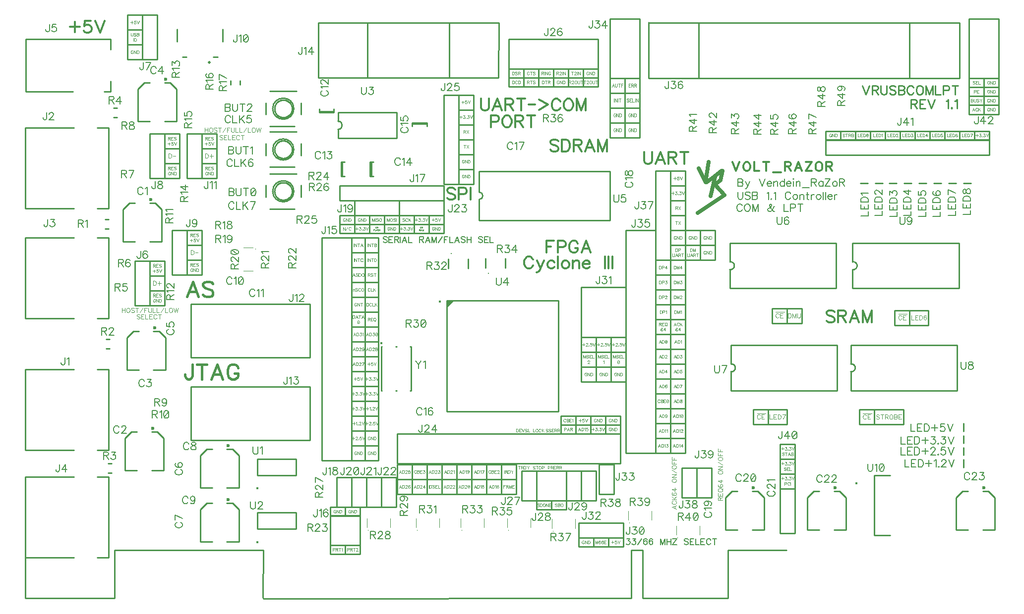
<source format=gbr>
G04 DipTrace 3.1.0.1*
G04 PCIUSB_silk_top.gbr*
%MOMM*%
G04 #@! TF.FileFunction,Legend,Top*
G04 #@! TF.Part,Single*
%ADD10C,0.25*%
%ADD18O,0.49923X0.4998*%
%ADD19C,0.7*%
%ADD23O,0.59994X0.5996*%
%ADD53C,0.1*%
%ADD54O,0.16907X0.166*%
%ADD56O,0.166X0.16907*%
%ADD58O,0.30022X0.29982*%
%ADD60O,0.39124X0.39194*%
%ADD64O,0.4002X0.3979*%
%ADD70O,0.39156X0.39114*%
%ADD75O,0.39114X0.39449*%
%ADD172C,0.19608*%
%ADD173C,0.07843*%
%ADD174C,0.03922*%
%ADD175C,0.11765*%
%ADD176C,0.33333*%
%ADD177C,0.23529*%
%ADD178C,0.39216*%
%ADD179C,0.31373*%
%ADD180C,0.15686*%
%FSLAX35Y35*%
G04*
G71*
G90*
G75*
G01*
G04 TopSilk*
%LPD*%
X5221237Y7960860D2*
D10*
G02X5221237Y7960860I179990J0D01*
G01*
X5631237Y8260878D2*
X5171217D1*
X5101189Y8060928D2*
Y7860854D1*
X5171217Y7660842D2*
X5591221D1*
X5701265Y7860854D2*
Y8060928D1*
X5251249Y7960891D2*
X5251614Y7971355D1*
X5252708Y7981768D1*
X5254526Y7992080D1*
X5257059Y8002239D1*
X5260293Y8012197D1*
X5264215Y8021905D1*
X5268804Y8031316D1*
X5274038Y8040384D1*
X5279892Y8049064D1*
X5286337Y8057315D1*
X5293342Y8065096D1*
X5300872Y8072369D1*
X5308891Y8079100D1*
X5317360Y8085254D1*
X5326238Y8090803D1*
X5335481Y8095718D1*
X5345044Y8099977D1*
X5354881Y8103558D1*
X5364944Y8106444D1*
X5375183Y8108621D1*
X5385550Y8110078D1*
X5395993Y8110809D1*
X5406461D1*
X5416904Y8110078D1*
X5427270Y8108621D1*
X5437510Y8106444D1*
X5447572Y8103558D1*
X5457409Y8099977D1*
X5466973Y8095718D1*
X5476216Y8090803D1*
X5485093Y8085254D1*
X5493562Y8079100D1*
X5501582Y8072369D1*
X5509112Y8065096D1*
X5516116Y8057315D1*
X5522561Y8049064D1*
X5528415Y8040384D1*
X5533649Y8031316D1*
X5538238Y8021905D1*
X5542160Y8012197D1*
X5545395Y8002239D1*
X5547927Y7992080D1*
X5549745Y7981768D1*
X5550839Y7971355D1*
X5551205Y7960891D1*
X5550839Y7950427D1*
X5549745Y7940014D1*
X5547927Y7929702D1*
X5545395Y7919543D1*
X5542160Y7909585D1*
X5538238Y7899877D1*
X5533649Y7890466D1*
X5528415Y7881398D1*
X5522561Y7872718D1*
X5516116Y7864467D1*
X5509112Y7856686D1*
X5501582Y7849413D1*
X5493562Y7842682D1*
X5485093Y7836528D1*
X5476216Y7830979D1*
X5466973Y7826064D1*
X5457409Y7821805D1*
X5447572Y7818224D1*
X5437510Y7815338D1*
X5427270Y7813161D1*
X5416904Y7811704D1*
X5406461Y7810973D1*
X5395993D1*
X5385550Y7811704D1*
X5375183Y7813161D1*
X5364944Y7815338D1*
X5354881Y7818224D1*
X5345044Y7821805D1*
X5335481Y7826064D1*
X5326238Y7830979D1*
X5317360Y7836528D1*
X5308891Y7842682D1*
X5300872Y7849413D1*
X5293342Y7856686D1*
X5286337Y7864467D1*
X5279892Y7872718D1*
X5274038Y7881398D1*
X5268804Y7890466D1*
X5264215Y7899877D1*
X5260293Y7909585D1*
X5257059Y7919543D1*
X5254526Y7929702D1*
X5252708Y7940014D1*
X5251614Y7950427D1*
X5251249Y7960891D1*
X5221237Y8675310D2*
G02X5221237Y8675310I179990J0D01*
G01*
X5631237Y8975328D2*
X5171217D1*
X5101189Y8775378D2*
Y8575304D1*
X5171217Y8375292D2*
X5591221D1*
X5701265Y8575304D2*
Y8775378D1*
X5251249Y8675341D2*
X5251614Y8685805D1*
X5252708Y8696218D1*
X5254526Y8706530D1*
X5257059Y8716689D1*
X5260293Y8726647D1*
X5264215Y8736355D1*
X5268804Y8745766D1*
X5274038Y8754834D1*
X5279892Y8763514D1*
X5286337Y8771765D1*
X5293342Y8779546D1*
X5300872Y8786819D1*
X5308891Y8793550D1*
X5317360Y8799704D1*
X5326238Y8805253D1*
X5335481Y8810168D1*
X5345044Y8814427D1*
X5354881Y8818008D1*
X5364944Y8820894D1*
X5375183Y8823071D1*
X5385550Y8824528D1*
X5395993Y8825259D1*
X5406461D1*
X5416904Y8824528D1*
X5427270Y8823071D1*
X5437510Y8820894D1*
X5447572Y8818008D1*
X5457409Y8814427D1*
X5466973Y8810168D1*
X5476216Y8805253D1*
X5485093Y8799704D1*
X5493562Y8793550D1*
X5501582Y8786819D1*
X5509112Y8779546D1*
X5516116Y8771765D1*
X5522561Y8763514D1*
X5528415Y8754834D1*
X5533649Y8745766D1*
X5538238Y8736355D1*
X5542160Y8726647D1*
X5545395Y8716689D1*
X5547927Y8706530D1*
X5549745Y8696218D1*
X5550839Y8685805D1*
X5551205Y8675341D1*
X5550839Y8664877D1*
X5549745Y8654464D1*
X5547927Y8644152D1*
X5545395Y8633993D1*
X5542160Y8624035D1*
X5538238Y8614327D1*
X5533649Y8604916D1*
X5528415Y8595848D1*
X5522561Y8587168D1*
X5516116Y8578917D1*
X5509112Y8571136D1*
X5501582Y8563863D1*
X5493562Y8557132D1*
X5485093Y8550978D1*
X5476216Y8545429D1*
X5466973Y8540514D1*
X5457409Y8536255D1*
X5447572Y8532674D1*
X5437510Y8529788D1*
X5427270Y8527611D1*
X5416904Y8526154D1*
X5406461Y8525423D1*
X5395993D1*
X5385550Y8526154D1*
X5375183Y8527611D1*
X5364944Y8529788D1*
X5354881Y8532674D1*
X5345044Y8536255D1*
X5335481Y8540514D1*
X5326238Y8545429D1*
X5317360Y8550978D1*
X5308891Y8557132D1*
X5300872Y8563863D1*
X5293342Y8571136D1*
X5286337Y8578917D1*
X5279892Y8587168D1*
X5274038Y8595848D1*
X5268804Y8604916D1*
X5264215Y8614327D1*
X5260293Y8624035D1*
X5257059Y8633993D1*
X5254526Y8644152D1*
X5252708Y8654464D1*
X5251614Y8664877D1*
X5251249Y8675341D1*
X5221510Y9373277D2*
G02X5221510Y9373277I179990J0D01*
G01*
X5631510Y9673295D2*
X5171490D1*
X5101462Y9473345D2*
Y9273271D1*
X5171490Y9073259D2*
X5591494D1*
X5701538Y9273271D2*
Y9473345D1*
X5251522Y9373308D2*
X5251887Y9383772D1*
X5252982Y9394185D1*
X5254799Y9404496D1*
X5257332Y9414656D1*
X5260567Y9424614D1*
X5264488Y9434322D1*
X5269077Y9443733D1*
X5274311Y9452800D1*
X5280165Y9461481D1*
X5286610Y9469732D1*
X5293615Y9477513D1*
X5301145Y9484786D1*
X5309164Y9491516D1*
X5317633Y9497671D1*
X5326511Y9503219D1*
X5335754Y9508135D1*
X5345317Y9512394D1*
X5355154Y9515975D1*
X5365217Y9518861D1*
X5375457Y9521038D1*
X5385823Y9522495D1*
X5396266Y9523225D1*
X5406734D1*
X5417177Y9522495D1*
X5427543Y9521038D1*
X5437783Y9518861D1*
X5447846Y9515975D1*
X5457683Y9512394D1*
X5467246Y9508135D1*
X5476489Y9503219D1*
X5485367Y9497671D1*
X5493836Y9491516D1*
X5501855Y9484786D1*
X5509385Y9477513D1*
X5516390Y9469732D1*
X5522835Y9461481D1*
X5528689Y9452800D1*
X5533923Y9443733D1*
X5538512Y9434322D1*
X5542433Y9424614D1*
X5545668Y9414656D1*
X5548201Y9404496D1*
X5550018Y9394185D1*
X5551113Y9383772D1*
X5551478Y9373308D1*
X5551113Y9362844D1*
X5550018Y9352430D1*
X5548201Y9342119D1*
X5545668Y9331960D1*
X5542433Y9322002D1*
X5538512Y9312294D1*
X5533923Y9302883D1*
X5528689Y9293815D1*
X5522835Y9285135D1*
X5516390Y9276884D1*
X5509385Y9269103D1*
X5501855Y9261829D1*
X5493836Y9255099D1*
X5485367Y9248945D1*
X5476489Y9243396D1*
X5467246Y9238480D1*
X5457683Y9234222D1*
X5447846Y9230641D1*
X5437783Y9227755D1*
X5427543Y9225578D1*
X5417177Y9224120D1*
X5406734Y9223390D1*
X5396266D1*
X5385823Y9224120D1*
X5375457Y9225578D1*
X5365217Y9227755D1*
X5355154Y9230641D1*
X5345317Y9234222D1*
X5335754Y9238480D1*
X5326511Y9243396D1*
X5317633Y9248945D1*
X5309164Y9255099D1*
X5301145Y9261829D1*
X5293615Y9269103D1*
X5286610Y9276884D1*
X5280165Y9285135D1*
X5274311Y9293815D1*
X5269077Y9302883D1*
X5264488Y9312294D1*
X5260567Y9322002D1*
X5257332Y9331960D1*
X5254799Y9342119D1*
X5252982Y9352430D1*
X5251887Y9362844D1*
X5251522Y9373308D1*
X3326000Y7096945D2*
X3121004Y7096862D1*
X3326000Y7096945D2*
Y7646868D1*
X3215978Y7756836D2*
X3326000Y7646868D1*
X3215978Y7756836D2*
X3121004D1*
X2870996Y7096862D2*
X2666000Y7096945D1*
Y7646868D1*
X2776022Y7756836D2*
X2666000Y7646868D1*
X2870996Y7756836D2*
X2776022D1*
D23*
X3140969Y7816920D3*
X3357750Y3191695D2*
D10*
X3152754Y3191612D1*
X3357750Y3191695D2*
Y3741618D1*
X3247728Y3851586D2*
X3357750Y3741618D1*
X3247728Y3851586D2*
X3152754D1*
X2902746Y3191612D2*
X2697750Y3191695D1*
Y3741618D1*
X2807772Y3851586D2*
X2697750Y3741618D1*
X2902746Y3851586D2*
X2807772D1*
D23*
X3172719Y3911670D3*
X3389500Y4906195D2*
D10*
X3184504Y4906112D1*
X3389500Y4906195D2*
Y5456118D1*
X3279478Y5566086D2*
X3389500Y5456118D1*
X3279478Y5566086D2*
X3184504D1*
X2934496Y4906112D2*
X2729500Y4906195D1*
Y5456118D1*
X2839522Y5566086D2*
X2729500Y5456118D1*
X2934496Y5566086D2*
X2839522D1*
D23*
X3204469Y5626170D3*
X3580000Y9160694D2*
D10*
X3375004Y9160612D1*
X3580000Y9160694D2*
Y9710618D1*
X3469978Y9820586D2*
X3580000Y9710618D1*
X3469978Y9820586D2*
X3375004D1*
X3124996Y9160612D2*
X2920000Y9160694D1*
Y9710618D1*
X3030022Y9820586D2*
X2920000Y9710618D1*
X3124996Y9820586D2*
X3030022D1*
D23*
X3394969Y9880670D3*
X4643203Y2890081D2*
D10*
X4438207Y2889999D1*
X4643203Y2890081D2*
Y3440005D1*
X4533181Y3549973D2*
X4643203Y3440005D1*
X4533181Y3549973D2*
X4438207D1*
X4188199Y2889999D2*
X3983203Y2890081D1*
Y3440005D1*
X4093225Y3549973D2*
X3983203Y3440005D1*
X4188199Y3549973D2*
X4093225D1*
D23*
X4458172Y3610057D3*
X4643203Y1969234D2*
D10*
X4438207Y1969152D1*
X4643203Y1969234D2*
Y2519158D1*
X4533181Y2629126D2*
X4643203Y2519158D1*
X4533181Y2629126D2*
X4438207D1*
X4188199Y1969152D2*
X3983203Y1969234D1*
Y2519158D1*
X4093225Y2629126D2*
X3983203Y2519158D1*
X4188199Y2629126D2*
X4093225D1*
D23*
X4458172Y2689210D3*
X6264260Y9324900D2*
D10*
X6014240D1*
X6264260Y9305980D2*
X6014240D1*
X6264260D2*
Y9365820D1*
X6014240Y9305980D2*
Y9365820D1*
X6411127Y8213640D2*
Y8463660D1*
X6392207Y8213640D2*
Y8463660D1*
Y8213640D2*
X6452047D1*
X6392207Y8463660D2*
X6452047D1*
X6903250Y8213640D2*
Y8463660D1*
X6884330Y8213640D2*
Y8463660D1*
Y8213640D2*
X6944170D1*
X6884330Y8463660D2*
X6944170D1*
X7601677Y9115143D2*
X7851697D1*
X7601677Y9134063D2*
X7851697D1*
X7601677D2*
Y9074223D1*
X7851697Y9134063D2*
Y9074223D1*
X13613000Y2175695D2*
X13408004Y2175612D1*
X13613000Y2175695D2*
Y2725618D1*
X13502978Y2835586D2*
X13613000Y2725618D1*
X13502978Y2835586D2*
X13408004D1*
X13157996Y2175612D2*
X12953000Y2175695D1*
Y2725618D1*
X13063022Y2835586D2*
X12953000Y2725618D1*
X13157996Y2835586D2*
X13063022D1*
D23*
X13427969Y2895670D3*
X15010000Y2175695D2*
D10*
X14805004Y2175612D1*
X15010000Y2175695D2*
Y2725618D1*
X14899978Y2835586D2*
X15010000Y2725618D1*
X14899978Y2835586D2*
X14805004D1*
X14554996Y2175612D2*
X14350000Y2175695D1*
Y2725618D1*
X14460022Y2835586D2*
X14350000Y2725618D1*
X14554996Y2835586D2*
X14460022D1*
D23*
X14824969Y2895670D3*
X17550000Y2175695D2*
D10*
X17345004Y2175612D1*
X17550000Y2175695D2*
Y2725618D1*
X17439978Y2835586D2*
X17550000Y2725618D1*
X17439978Y2835586D2*
X17345004D1*
X17094996Y2175612D2*
X16890000Y2175695D1*
Y2725618D1*
X17000022Y2835586D2*
X16890000Y2725618D1*
X17094996Y2835586D2*
X17000022D1*
D23*
X17364969Y2895670D3*
X993850Y4917528D2*
D10*
Y3537452D1*
Y4917528D2*
X1823770D1*
X993850Y3537452D2*
X1823913D1*
X2223910Y4917528D2*
X2418850D1*
Y3537452D1*
X2223910D1*
X997500Y9043815D2*
Y7663738D1*
Y9043815D2*
X1827420D1*
X997500Y7663738D2*
X1827563D1*
X2227560Y9043815D2*
X2422500D1*
Y7663738D1*
X2227560D1*
X997500Y7170565D2*
Y5790488D1*
Y7170565D2*
X1827420D1*
X997500Y5790488D2*
X1827563D1*
X2227560Y7170565D2*
X2422500D1*
Y5790488D1*
X2227560D1*
X997500Y3074812D2*
Y1694735D1*
Y3074812D2*
X1827420D1*
X997500Y1694735D2*
X1827563D1*
X2227560Y3074812D2*
X2422500D1*
Y1694735D1*
X2227560D1*
X2456734Y9846658D2*
Y9666634D1*
X1006873Y10566650D2*
X2456881D1*
Y10386626D1*
Y9666634D2*
X2341927D1*
X1811845D2*
X1006873D1*
Y10566650D1*
X2868427Y6005365D2*
X3122440D1*
Y6767269D1*
X2868427D1*
Y6005365D1*
X3250013Y10973852D2*
X2996000D1*
Y10211948D1*
X3250013D1*
Y10973852D1*
X3122987Y8179948D2*
X3377000D1*
Y8941852D1*
X3122987D1*
Y8179948D1*
X3503987Y6528948D2*
X3758000D1*
Y7290852D1*
X3503987D1*
Y6528948D1*
X4278968Y10253900D2*
X4208990D1*
X3749010D2*
X3679032D1*
X4369002Y10730780D2*
Y10516860D1*
X3588998D2*
Y10730780D1*
X3757987Y8179948D2*
X4012000D1*
Y8941852D1*
X3757987D1*
Y8179948D1*
X5853500Y5119200D2*
X3821500D1*
Y6033600D1*
X5853500D1*
Y5119200D1*
X5853187Y3706423D2*
X3821187D1*
Y4620823D1*
X5853187D1*
Y3706423D1*
X9077883Y10845388D2*
X5997883D1*
X5998191Y10842191D2*
X5997883Y9905072D1*
X9077883D2*
X5997883D1*
X8237043Y10845388D2*
Y9905072D1*
X6838723Y10845388D2*
Y9905072D1*
X6059677Y3353913D2*
X6567677D1*
Y7163913D1*
X6059677D1*
Y3353913D1*
X6710540Y1909137D2*
X6202540D1*
Y2417137D1*
X6710540D1*
Y1909137D1*
X6361304Y8053384D2*
X8139309D1*
Y7799380D1*
X6361304D1*
Y8053384D1*
X6567556Y3068124D2*
X6313543D1*
Y2560063D1*
X6567556D1*
Y3068124D1*
X7377339Y7545341D2*
X6615435D1*
Y7799353D1*
X7377339D1*
Y7545341D1*
X6821583Y3068124D2*
X6567570D1*
Y2560063D1*
X6821583D1*
Y3068124D1*
X6821744Y2560076D2*
X7075757D1*
Y3068137D1*
X6821744D1*
Y2560076D1*
X7329769Y3068137D2*
X7075757D1*
Y2560076D1*
X7329769D1*
Y3068137D1*
X8139419Y7545341D2*
X7377515D1*
Y7799353D1*
X8139419D1*
Y7545341D1*
X11156033Y3306310D2*
X7346033D1*
Y3814310D1*
X11156033D1*
Y3306310D1*
X8139489Y8085230D2*
X8393493D1*
Y9609090D1*
X8139489D1*
Y8085230D1*
X9250860Y10561867D2*
X10774860D1*
Y10053867D1*
X9250860D1*
Y10561867D1*
X9727146Y3179274D2*
X9473133D1*
Y2671213D1*
X9727146D1*
Y3179274D1*
X10235160Y2671217D2*
X9727160D1*
Y3179217D1*
X10235160D1*
Y2671217D1*
X10489226Y3179274D2*
X10235213D1*
Y2671213D1*
X10489226D1*
Y3179274D1*
X10441658Y2036137D2*
X11203562D1*
Y2290150D1*
X10441658D1*
Y2036137D1*
X11251000Y5463900D2*
X10489000D1*
Y6323900D1*
X11251000D1*
Y5463900D1*
X10743253Y3179274D2*
X10489240D1*
Y2671213D1*
X10743253D1*
Y3179274D1*
X11044909Y3290410D2*
X10790897D1*
Y2782350D1*
X11044909D1*
Y3290410D1*
X11489417Y10911180D2*
X10981417D1*
Y9895180D1*
X11489417D1*
Y10911180D1*
X11759000Y7290900D2*
X11251000D1*
Y3480900D1*
X11759000D1*
Y7290900D1*
X11639577Y10845398D2*
X16949577D1*
X12494487Y9893842D2*
Y10845398D1*
X16094667Y9893842D2*
Y10845398D1*
X11639577Y9893842D2*
Y10846732D1*
X12013378Y6783343D2*
X11759373D1*
Y8307204D1*
X12013378D1*
Y6783343D1*
X12203907Y2718816D2*
X12457920D1*
Y3226877D1*
X12203907D1*
Y2718816D1*
X12711959Y3226904D2*
X12457947D1*
Y2718843D1*
X12711959D1*
Y3226904D1*
X14140263Y2877602D2*
X13886250D1*
Y2115698D1*
X14140263D1*
Y2877602D1*
X17458996Y8831341D2*
X14665144D1*
Y8577337D1*
X17458996D1*
Y8831341D1*
X17109837Y9895100D2*
X17617837D1*
Y10911100D1*
X17109837D1*
Y9895100D1*
X15380683Y8101337D2*
X15250783D1*
X15634710D2*
X15504810D1*
X15872860D2*
X15742960D1*
X16126887D2*
X15996987D1*
X16380913D2*
X16251013D1*
X16634940D2*
X16505040D1*
X16888967D2*
X16759067D1*
X17142993D2*
X17013093D1*
X17014850Y3241320D2*
Y3371220D1*
Y3447717D2*
Y3577617D1*
Y3654113D2*
Y3784013D1*
Y3860510D2*
Y3990410D1*
X2359953Y7322107D2*
X2419793D1*
X2359953Y7481947D2*
X2419793D1*
X2375830Y5274230D2*
X2435670D1*
X2375830Y5434070D2*
X2435670D1*
X2406947Y3146967D2*
X2466787D1*
X2406947Y3306807D2*
X2466787D1*
X2502830Y9227107D2*
X2562670D1*
X2502830Y9386947D2*
X2562670D1*
X4503580Y9847820D2*
Y9787980D1*
X4663420Y9847820D2*
Y9787980D1*
X4885109Y6998400D2*
D53*
X4725116D1*
X4885109Y6598400D2*
X4725116D1*
D54*
X4933536Y6973140D3*
X6828470Y2210794D2*
D53*
Y2370788D1*
X7228470Y2210794D2*
Y2370788D1*
D56*
X6853730Y2162367D3*
X7669933Y2210794D2*
D53*
Y2370788D1*
X8069933Y2210794D2*
Y2370788D1*
D56*
X7695193Y2162367D3*
X8216493Y6805022D2*
D10*
Y6644998D1*
X8556493Y6805022D2*
Y6644998D1*
D58*
X8266490Y6898769D3*
X8432013Y2210794D2*
D53*
Y2370788D1*
X8832013Y2210794D2*
Y2370788D1*
D56*
X8457273Y2162367D3*
X8851560Y6650361D2*
D10*
Y6810385D1*
X9191560Y6650361D2*
Y6810385D1*
D58*
X8901557Y6556614D3*
X9225847Y2210794D2*
D53*
Y2370788D1*
X9625847Y2210794D2*
Y2370788D1*
D56*
X9251107Y2162367D3*
X9987927Y2194917D2*
D53*
Y2354911D1*
X10387927Y2194917D2*
Y2354911D1*
D56*
X10013187Y2146490D3*
X11289813Y2337807D2*
D53*
Y2497801D1*
X11689813Y2337807D2*
Y2497801D1*
D56*
X11315073Y2289380D3*
X12115000Y2083914D2*
D53*
Y2243908D1*
X12515000Y2083914D2*
Y2243908D1*
D56*
X12140260Y2035487D3*
D60*
X4962050Y2880290D3*
X4959411Y3106984D2*
D10*
X5619378D1*
X4959411Y3386983D2*
X5619378D1*
Y3106984D2*
Y3386983D1*
X4959411Y3106984D2*
Y3386983D1*
D60*
X4962050Y1959443D3*
X4959411Y2186137D2*
D10*
X5619378D1*
X4959411Y2466136D2*
X5619378D1*
Y2186137D2*
Y2466136D1*
X4959411Y2186137D2*
Y2466136D1*
X6337790Y8869690D2*
X7337710D1*
X6337790Y9309610D2*
X7337710D1*
Y8869690D2*
Y9309610D1*
X6337790Y8869690D2*
Y9019620D1*
Y9159680D2*
Y9309610D1*
Y9019620D2*
G03X6337790Y9159680I-136J70030D01*
G01*
X8196330Y6095800D2*
X10095670D1*
Y4196000D1*
X8196330D1*
Y6095800D1*
D64*
X8076270Y6075905D3*
G36*
X8196330Y6095800D2*
Y5965850D1*
X8326050Y6095800D1*
X8196330D1*
G37*
X8746648Y8302837D2*
D10*
X10977260D1*
X8746648Y7463297D2*
X10977260D1*
X10982178Y7463427D2*
Y8302707D1*
X8746648Y7946117D2*
Y8302707D1*
Y7463427D2*
Y7820017D1*
G03X8748884Y7948587I-3652J64368D01*
G01*
X13027675Y6301765D2*
X14841078Y6301636D1*
Y7074751D1*
X13027675Y7074621D1*
Y7074751D2*
Y6754627D1*
Y6301636D2*
Y6621760D1*
G03X13027675Y6754627I9586J66433D01*
G01*
X13044292Y4555372D2*
X14857695Y4555243D1*
Y5328357D1*
X13044292Y5328228D1*
Y5328357D2*
Y5008233D1*
Y4555243D2*
Y4875367D1*
G03X13044292Y5008233I9586J66433D01*
G01*
X15091642Y4555332D2*
X16905045Y4555203D1*
Y5328317D1*
X15091642Y5328188D1*
Y5328317D2*
Y5008193D1*
Y4555203D2*
Y4875327D1*
G03X15091642Y5008193I9586J66433D01*
G01*
X15123395Y6301765D2*
X16936798Y6301636D1*
Y7074751D1*
X15123395Y7074621D1*
Y7074751D2*
Y6754627D1*
Y6301636D2*
Y6621760D1*
G03X15123395Y6754627I9586J66433D01*
G01*
X15489781Y3101813D2*
Y2081881D1*
Y3101813D2*
X15759817D1*
X15489781Y2081881D2*
X15759817D1*
D70*
X15187999Y2969472D3*
D75*
X7075880Y5362079D3*
X7317645Y5303082D2*
D10*
X7337807D1*
X7072695D2*
Y4553384D1*
X7317645D2*
X7337807D1*
X7582757Y5303082D2*
Y4553384D1*
X7072695Y5303082D2*
X7087699D1*
X7567753D2*
X7582757D1*
X7567753Y4553384D2*
X7582757D1*
X7072695D2*
X7087699D1*
X995417Y1002550D2*
Y3002550D1*
X13995417Y1827950D2*
X12997017D1*
Y1002550D1*
X11535817D1*
Y1827950D1*
X11346017D1*
Y1002550D1*
X5063657Y995560D1*
X5055480Y1011910D2*
X5059217Y1827950D1*
X2519017D1*
Y1002550D1*
X995417D1*
X9083277Y10842640D2*
X9077883Y9905073D1*
X11639577Y9893843D2*
X16949577D1*
X16950940Y10844683D1*
D18*
X4139012Y10168890D3*
X12497907Y8350383D2*
D19*
X12616700Y8116900D1*
Y8132777D2*
X12664330Y8466187D1*
X12632577Y8116900D2*
X12759590Y8212160D1*
X12775467D2*
X12696083Y7878750D1*
X12759590Y8212160D2*
X12886603Y8307420D1*
X12902480D2*
X12870727Y8148653D1*
X12743713Y8053393D2*
X12870727Y8148653D1*
X12775467Y8069270D2*
X12934233Y7894627D1*
X12473810Y7592970D1*
X6567690Y7164300D2*
D10*
X6797690D1*
Y6910300D1*
X6567690D1*
Y7164300D1*
Y6910300D2*
X6797690D1*
Y6656300D1*
X6567690D1*
Y6910300D1*
Y6656300D2*
X6797690D1*
Y6402300D1*
X6567690D1*
Y6656300D1*
Y6402300D2*
X6797690D1*
Y6148300D1*
X6567690D1*
Y6402300D1*
Y6148300D2*
X6797690D1*
Y5894300D1*
X6567690D1*
Y6148300D1*
Y5894300D2*
X6797690D1*
Y5640300D1*
X6567690D1*
Y5894300D1*
Y5640300D2*
X6797690D1*
Y5386300D1*
X6567690D1*
Y5640300D1*
Y5386300D2*
X6797690D1*
Y5132300D1*
X6567690D1*
Y5386300D1*
Y5132300D2*
X6797690D1*
Y4878300D1*
X6567690D1*
Y5132300D1*
Y4878300D2*
X6797690D1*
Y4624300D1*
X6567690D1*
Y4878300D1*
Y4624300D2*
X6797690D1*
Y4370300D1*
X6567690D1*
Y4624300D1*
Y4370300D2*
X6797690D1*
Y4116300D1*
X6567690D1*
Y4370300D1*
Y4116300D2*
X6797690D1*
Y3862300D1*
X6567690D1*
Y4116300D1*
Y3862300D2*
X6797690D1*
Y3608300D1*
X6567690D1*
Y3862300D1*
Y3608300D2*
X6797690D1*
Y3354300D1*
X6567690D1*
Y3608300D1*
X6797690Y7164300D2*
X7027690D1*
Y6910300D1*
X6797690D1*
Y7164300D1*
Y6910300D2*
X7027690D1*
Y6656300D1*
X6797690D1*
Y6910300D1*
Y6656300D2*
X7027690D1*
Y6402300D1*
X6797690D1*
Y6656300D1*
Y6402300D2*
X7027690D1*
Y6148300D1*
X6797690D1*
Y6402300D1*
Y6148300D2*
X7027690D1*
Y5894300D1*
X6797690D1*
Y6148300D1*
Y5894300D2*
X7027690D1*
Y5640300D1*
X6797690D1*
Y5894300D1*
Y5640300D2*
X7027690D1*
Y5386300D1*
X6797690D1*
Y5640300D1*
Y5386300D2*
X7027690D1*
Y5132300D1*
X6797690D1*
Y5386300D1*
Y5132300D2*
X7027690D1*
Y4878300D1*
X6797690D1*
Y5132300D1*
Y4878300D2*
X7027690D1*
Y4624300D1*
X6797690D1*
Y4878300D1*
Y4624300D2*
X7027690D1*
Y4370300D1*
X6797690D1*
Y4624300D1*
Y4370300D2*
X7027690D1*
Y4116300D1*
X6797690D1*
Y4370300D1*
Y4116300D2*
X7027690D1*
Y3862300D1*
X6797690D1*
Y4116300D1*
Y3862300D2*
X7027690D1*
Y3608300D1*
X6797690D1*
Y3862300D1*
Y3608300D2*
X7027690D1*
Y3354300D1*
X6797690D1*
Y3608300D1*
X7345647Y3290393D2*
X7599647D1*
Y3036393D1*
X7345647D1*
Y3290393D1*
Y3036393D2*
X7599647D1*
Y2782393D1*
X7345647D1*
Y3036393D1*
X7599647Y3290393D2*
X7853647D1*
Y3036393D1*
X7599647D1*
Y3290393D1*
Y3036393D2*
X7853647D1*
Y2782393D1*
X7599647D1*
Y3036393D1*
X7853647Y3290393D2*
X8107647D1*
Y3036393D1*
X7853647D1*
Y3290393D1*
Y3036393D2*
X8107647D1*
Y2782393D1*
X7853647D1*
Y3036393D1*
X8107647Y3290393D2*
X8361647D1*
Y3036393D1*
X8107647D1*
Y3290393D1*
Y3036393D2*
X8361647D1*
Y2782393D1*
X8107647D1*
Y3036393D1*
X8361647Y3290393D2*
X8615647D1*
Y3036393D1*
X8361647D1*
Y3290393D1*
Y3036393D2*
X8615647D1*
Y2782393D1*
X8361647D1*
Y3036393D1*
X8615647Y3290393D2*
X8869647D1*
Y3036393D1*
X8615647D1*
Y3290393D1*
Y3036393D2*
X8869647D1*
Y2782393D1*
X8615647D1*
Y3036393D1*
X8869647Y3290393D2*
X9123647D1*
Y3036393D1*
X8869647D1*
Y3290393D1*
Y3036393D2*
X9123647D1*
Y2782393D1*
X8869647D1*
Y3036393D1*
X9123647Y3290393D2*
X9377647D1*
Y3036393D1*
X9123647D1*
Y3290393D1*
Y3036393D2*
X9377647D1*
Y2782393D1*
X9123647D1*
Y3036393D1*
X10139940Y4115980D2*
X10393940D1*
Y3965980D1*
X10139940D1*
Y4115980D1*
Y3965980D2*
X10393940D1*
Y3815980D1*
X10139940D1*
Y3965980D1*
X10393940Y4115980D2*
X10647940D1*
Y3965980D1*
X10393940D1*
Y4115980D1*
Y3965980D2*
X10647940D1*
Y3815980D1*
X10393940D1*
Y3965980D1*
X10647940Y4115980D2*
X10901940D1*
Y3965980D1*
X10647940D1*
Y4115980D1*
Y3965980D2*
X10901940D1*
Y3815980D1*
X10647940D1*
Y3965980D1*
X10901940Y4115980D2*
X11155940D1*
Y3965980D1*
X10901940D1*
Y4115980D1*
Y3965980D2*
X11155940D1*
Y3815980D1*
X10901940D1*
Y3965980D1*
X11759360Y6783260D2*
X12013360D1*
Y6529260D1*
X11759360D1*
Y6783260D1*
Y6529260D2*
X12013360D1*
Y6275260D1*
X11759360D1*
Y6529260D1*
Y6275260D2*
X12013360D1*
Y6021260D1*
X11759360D1*
Y6275260D1*
Y6021260D2*
X12013360D1*
Y5767260D1*
X11759360D1*
Y6021260D1*
Y5767260D2*
X12013360D1*
Y5513260D1*
X11759360D1*
Y5767260D1*
Y5513260D2*
X12013360D1*
Y5259260D1*
X11759360D1*
Y5513260D1*
Y5259260D2*
X12013360D1*
Y5005260D1*
X11759360D1*
Y5259260D1*
Y5005260D2*
X12013360D1*
Y4751260D1*
X11759360D1*
Y5005260D1*
Y4751260D2*
X12013360D1*
Y4497260D1*
X11759360D1*
Y4751260D1*
Y4497260D2*
X12013360D1*
Y4243260D1*
X11759360D1*
Y4497260D1*
Y4243260D2*
X12013360D1*
Y3989260D1*
X11759360D1*
Y4243260D1*
Y3989260D2*
X12013360D1*
Y3735260D1*
X11759360D1*
Y3989260D1*
Y3735260D2*
X12013360D1*
Y3481260D1*
X11759360D1*
Y3735260D1*
X12013360Y6783260D2*
X12267360D1*
Y6529260D1*
X12013360D1*
Y6783260D1*
Y6529260D2*
X12267360D1*
Y6275260D1*
X12013360D1*
Y6529260D1*
Y6275260D2*
X12267360D1*
Y6021260D1*
X12013360D1*
Y6275260D1*
Y6021260D2*
X12267360D1*
Y5767260D1*
X12013360D1*
Y6021260D1*
Y5767260D2*
X12267360D1*
Y5513260D1*
X12013360D1*
Y5767260D1*
Y5513260D2*
X12267360D1*
Y5259260D1*
X12013360D1*
Y5513260D1*
Y5259260D2*
X12267360D1*
Y5005260D1*
X12013360D1*
Y5259260D1*
Y5005260D2*
X12267360D1*
Y4751260D1*
X12013360D1*
Y5005260D1*
Y4751260D2*
X12267360D1*
Y4497260D1*
X12013360D1*
Y4751260D1*
Y4497260D2*
X12267360D1*
Y4243260D1*
X12013360D1*
Y4497260D1*
Y4243260D2*
X12267360D1*
Y3989260D1*
X12013360D1*
Y4243260D1*
Y3989260D2*
X12267360D1*
Y3735260D1*
X12013360D1*
Y3989260D1*
Y3735260D2*
X12267360D1*
Y3481260D1*
X12013360D1*
Y3735260D1*
X12013387Y7291313D2*
X12267387D1*
Y7037313D1*
X12013387D1*
Y7291313D1*
Y7037313D2*
X12267387D1*
Y6783313D1*
X12013387D1*
Y7037313D1*
X12267387Y7291313D2*
X12521387D1*
Y7037313D1*
X12267387D1*
Y7291313D1*
Y7037313D2*
X12521387D1*
Y6783313D1*
X12267387D1*
Y7037313D1*
X12521387Y7291313D2*
X12775387D1*
Y7037313D1*
X12521387D1*
Y7291313D1*
Y7037313D2*
X12775387D1*
Y6783313D1*
X12521387D1*
Y7037313D1*
X12013387Y8307420D2*
X12267387D1*
Y8053420D1*
X12013387D1*
Y8307420D1*
Y8053420D2*
X12267387D1*
Y7799420D1*
X12013387D1*
Y8053420D1*
Y7799420D2*
X12267387D1*
Y7545420D1*
X12013387D1*
Y7799420D1*
Y7545420D2*
X12267387D1*
Y7291420D1*
X12013387D1*
Y7545420D1*
X10489227Y5465497D2*
X10743227D1*
Y5211497D1*
X10489227D1*
Y5465497D1*
Y5211497D2*
X10743227D1*
Y4957497D1*
X10489227D1*
Y5211497D1*
Y4957497D2*
X10743227D1*
Y4703497D1*
X10489227D1*
Y4957497D1*
X10743227Y5465497D2*
X10997227D1*
Y5211497D1*
X10743227D1*
Y5465497D1*
Y5211497D2*
X10997227D1*
Y4957497D1*
X10743227D1*
Y5211497D1*
Y4957497D2*
X10997227D1*
Y4703497D1*
X10743227D1*
Y4957497D1*
X10997227Y5465497D2*
X11251227D1*
Y5211497D1*
X10997227D1*
Y5465497D1*
Y5211497D2*
X11251227D1*
Y4957497D1*
X10997227D1*
Y5211497D1*
Y4957497D2*
X11251227D1*
Y4703497D1*
X10997227D1*
Y4957497D1*
X6361293Y7545340D2*
X6615293D1*
Y7395340D1*
X6361293D1*
Y7545340D1*
Y7395340D2*
X6615293D1*
Y7245340D1*
X6361293D1*
Y7395340D1*
X6615293Y7545340D2*
X6869293D1*
Y7395340D1*
X6615293D1*
Y7545340D1*
Y7395340D2*
X6869293D1*
Y7245340D1*
X6615293D1*
Y7395340D1*
X6869293Y7545340D2*
X7123293D1*
Y7395340D1*
X6869293D1*
Y7545340D1*
Y7395340D2*
X7123293D1*
Y7245340D1*
X6869293D1*
Y7395340D1*
X7123293Y7545340D2*
X7377293D1*
Y7395340D1*
X7123293D1*
Y7545340D1*
Y7395340D2*
X7377293D1*
Y7245340D1*
X7123293D1*
Y7395340D1*
X7377293Y7545340D2*
X7631293D1*
Y7395340D1*
X7377293D1*
Y7545340D1*
Y7395340D2*
X7631293D1*
Y7245340D1*
X7377293D1*
Y7395340D1*
X7631293Y7545340D2*
X7885293D1*
Y7395340D1*
X7631293D1*
Y7545340D1*
Y7395340D2*
X7885293D1*
Y7245340D1*
X7631293D1*
Y7395340D1*
X7885293Y7545340D2*
X8139293D1*
Y7395340D1*
X7885293D1*
Y7545340D1*
Y7395340D2*
X8139293D1*
Y7245340D1*
X7885293D1*
Y7395340D1*
X8393507Y9609307D2*
X8647507D1*
Y9355307D1*
X8393507D1*
Y9609307D1*
Y9355307D2*
X8647507D1*
Y9101307D1*
X8393507D1*
Y9355307D1*
Y9101307D2*
X8647507D1*
Y8847307D1*
X8393507D1*
Y9101307D1*
Y8847307D2*
X8647507D1*
Y8593307D1*
X8393507D1*
Y8847307D1*
Y8593307D2*
X8647507D1*
Y8339307D1*
X8393507D1*
Y8593307D1*
Y8339307D2*
X8647507D1*
Y8085307D1*
X8393507D1*
Y8339307D1*
X4011547Y8942487D2*
X4265547D1*
Y8688487D1*
X4011547D1*
Y8942487D1*
Y8688487D2*
X4265547D1*
Y8434487D1*
X4011547D1*
Y8688487D1*
Y8434487D2*
X4265547D1*
Y8180487D1*
X4011547D1*
Y8434487D1*
X3376480Y8942487D2*
X3630480D1*
Y8688487D1*
X3376480D1*
Y8942487D1*
Y8688487D2*
X3630480D1*
Y8434487D1*
X3376480D1*
Y8688487D1*
Y8434487D2*
X3630480D1*
Y8180487D1*
X3376480D1*
Y8434487D1*
X3757520Y7291313D2*
X4011520D1*
Y7037313D1*
X3757520D1*
Y7291313D1*
Y7037313D2*
X4011520D1*
Y6783313D1*
X3757520D1*
Y7037313D1*
Y6783313D2*
X4011520D1*
Y6529313D1*
X3757520D1*
Y6783313D1*
X3122453Y6767383D2*
X3376453D1*
Y6513383D1*
X3122453D1*
Y6767383D1*
Y6513383D2*
X3376453D1*
Y6259383D1*
X3122453D1*
Y6513383D1*
Y6259383D2*
X3376453D1*
Y6005383D1*
X3122453D1*
Y6259383D1*
X13886833Y3639680D2*
X14140833D1*
Y3385680D1*
X13886833D1*
Y3639680D1*
Y3385680D2*
X14140833D1*
Y3131680D1*
X13886833D1*
Y3385680D1*
Y3131680D2*
X14140833D1*
Y2877680D1*
X13886833D1*
Y3131680D1*
X2741413Y10974700D2*
X2995413D1*
Y10720700D1*
X2741413D1*
Y10974700D1*
Y10720700D2*
X2995413D1*
Y10466700D1*
X2741413D1*
Y10720700D1*
Y10466700D2*
X2995413D1*
Y10212700D1*
X2741413D1*
Y10466700D1*
X6202527Y1909123D2*
X6456527D1*
Y1759123D1*
X6202527D1*
Y1909123D1*
X6456527D2*
X6710527D1*
Y1759123D1*
X6456527D1*
Y1909123D1*
X6202527Y2560067D2*
X6456527D1*
Y2410067D1*
X6202527D1*
Y2560067D1*
X6456527D2*
X6710527D1*
Y2410067D1*
X6456527D1*
Y2560067D1*
X14664790Y8990117D2*
X14918790D1*
Y8840117D1*
X14664790D1*
Y8990117D1*
X14918790D2*
X15172790D1*
Y8840117D1*
X14918790D1*
Y8990117D1*
X15172790D2*
X15426790D1*
Y8840117D1*
X15172790D1*
Y8990117D1*
X15426790D2*
X15680790D1*
Y8840117D1*
X15426790D1*
Y8990117D1*
X15680790D2*
X15934790D1*
Y8840117D1*
X15680790D1*
Y8990117D1*
X15934790D2*
X16188790D1*
Y8840117D1*
X15934790D1*
Y8990117D1*
X16188790D2*
X16442790D1*
Y8840117D1*
X16188790D1*
Y8990117D1*
X16442790D2*
X16696790D1*
Y8840117D1*
X16442790D1*
Y8990117D1*
X16696790D2*
X16950790D1*
Y8840117D1*
X16696790D1*
Y8990117D1*
X16950790D2*
X17204790D1*
Y8840117D1*
X16950790D1*
Y8990117D1*
X17204790D2*
X17458790D1*
Y8840117D1*
X17204790D1*
Y8990117D1*
X17109797Y9895087D2*
X17363797D1*
Y9741087D1*
X17109797D1*
Y9895087D1*
Y9741087D2*
X17363797D1*
Y9587087D1*
X17109797D1*
Y9741087D1*
Y9587087D2*
X17363797D1*
Y9433087D1*
X17109797D1*
Y9587087D1*
Y9433087D2*
X17363797D1*
Y9279087D1*
X17109797D1*
Y9433087D1*
X17363797Y9895087D2*
X17617797D1*
Y9741087D1*
X17363797D1*
Y9895087D1*
Y9741087D2*
X17617797D1*
Y9587087D1*
X17363797D1*
Y9741087D1*
Y9587087D2*
X17617797D1*
Y9433087D1*
X17363797D1*
Y9587087D1*
Y9433087D2*
X17617797D1*
Y9279087D1*
X17363797D1*
Y9433087D1*
X10981403Y9895087D2*
X11235403D1*
Y9641087D1*
X10981403D1*
Y9895087D1*
Y9641087D2*
X11235403D1*
Y9387087D1*
X10981403D1*
Y9641087D1*
Y9387087D2*
X11235403D1*
Y9133087D1*
X10981403D1*
Y9387087D1*
Y9133087D2*
X11235403D1*
Y8879087D1*
X10981403D1*
Y9133087D1*
X11235403Y9895087D2*
X11489403D1*
Y9641087D1*
X11235403D1*
Y9895087D1*
Y9641087D2*
X11489403D1*
Y9387087D1*
X11235403D1*
Y9641087D1*
Y9387087D2*
X11489403D1*
Y9133087D1*
X11235403D1*
Y9387087D1*
Y9133087D2*
X11489403D1*
Y8879087D1*
X11235403D1*
Y9133087D1*
X9250847Y10053853D2*
X9504847D1*
Y9899853D1*
X9250847D1*
Y10053853D1*
Y9899853D2*
X9504847D1*
Y9745853D1*
X9250847D1*
Y9899853D1*
X9504847Y10053853D2*
X9758847D1*
Y9899853D1*
X9504847D1*
Y10053853D1*
Y9899853D2*
X9758847D1*
Y9745853D1*
X9504847D1*
Y9899853D1*
X9758847Y10053853D2*
X10012847D1*
Y9899853D1*
X9758847D1*
Y10053853D1*
Y9899853D2*
X10012847D1*
Y9745853D1*
X9758847D1*
Y9899853D1*
X10012847Y10053853D2*
X10266847D1*
Y9899853D1*
X10012847D1*
Y10053853D1*
Y9899853D2*
X10266847D1*
Y9745853D1*
X10012847D1*
Y9899853D1*
X10266847Y10053853D2*
X10520847D1*
Y9899853D1*
X10266847D1*
Y10053853D1*
Y9899853D2*
X10520847D1*
Y9745853D1*
X10266847D1*
Y9899853D1*
X10520847Y10053853D2*
X10774847D1*
Y9899853D1*
X10520847D1*
Y10053853D1*
Y9899853D2*
X10774847D1*
Y9745853D1*
X10520847D1*
Y9899853D1*
X10441597Y2036137D2*
X10695597D1*
Y1882137D1*
X10441597D1*
Y2036137D1*
X10695597D2*
X10949597D1*
Y1882137D1*
X10695597D1*
Y2036137D1*
X10949597D2*
X11203597D1*
Y1882137D1*
X10949597D1*
Y2036137D1*
X9727147Y2671203D2*
X9981147D1*
Y2517203D1*
X9727147D1*
Y2671203D1*
X9981147D2*
X10235147D1*
Y2517203D1*
X9981147D1*
Y2671203D1*
X15839663Y5925920D2*
X16093663D1*
Y5671920D1*
X15839663D1*
Y5925920D1*
X16093663D2*
X16413663D1*
Y5671920D1*
X16093663D1*
Y5925920D1*
X13743943Y5957673D2*
X13997943D1*
Y5703673D1*
X13743943D1*
Y5957673D1*
X13997943D2*
X14251943D1*
Y5703673D1*
X13997943D1*
Y5957673D1*
X15236350Y4227117D2*
X15490350D1*
Y3973117D1*
X15236350D1*
Y4227117D1*
X15490350D2*
X15990350D1*
Y3973117D1*
X15490350D1*
Y4227117D1*
X13426410D2*
X13680410D1*
Y3973117D1*
X13426410D1*
Y4227117D1*
X13680410D2*
X14000410D1*
Y3973117D1*
X13680410D1*
Y4227117D1*
X4473684Y8012300D2*
D172*
Y7884690D1*
X4528434D1*
X4546684Y7890867D1*
X4552720Y7896904D1*
X4558757Y7908977D1*
Y7927227D1*
X4552720Y7939440D1*
X4546684Y7945477D1*
X4528434Y7951513D1*
X4546684Y7957690D1*
X4552720Y7963727D1*
X4558757Y7975800D1*
Y7988013D1*
X4552720Y8000086D1*
X4546684Y8006263D1*
X4528434Y8012300D1*
X4473684D1*
Y7951513D2*
X4528434D1*
X4597972Y8012300D2*
Y7921190D1*
X4604009Y7902940D1*
X4616222Y7890867D1*
X4634472Y7884690D1*
X4646545D1*
X4664795Y7890867D1*
X4677009Y7902940D1*
X4683045Y7921190D1*
Y8012300D1*
X4764798D2*
Y7884690D1*
X4722261Y8012300D2*
X4807334D1*
X4883050Y8012160D2*
X4864800Y8006123D1*
X4852586Y7987873D1*
X4846550Y7957550D1*
Y7939300D1*
X4852586Y7908977D1*
X4864800Y7890727D1*
X4883050Y7884690D1*
X4895123D1*
X4913373Y7890727D1*
X4925446Y7908977D1*
X4931623Y7939300D1*
Y7957550D1*
X4925446Y7987873D1*
X4913373Y8006123D1*
X4895123Y8012160D1*
X4883050D1*
X4925446Y7987873D2*
X4852586Y7908977D1*
X4469235Y8726750D2*
Y8599140D1*
X4523985D1*
X4542235Y8605317D1*
X4548272Y8611354D1*
X4554308Y8623427D1*
Y8641677D1*
X4548272Y8653890D1*
X4542235Y8659927D1*
X4523985Y8665963D1*
X4542235Y8672140D1*
X4548272Y8678177D1*
X4554308Y8690250D1*
Y8702463D1*
X4548272Y8714536D1*
X4542235Y8720713D1*
X4523985Y8726750D1*
X4469235D1*
Y8665963D2*
X4523985D1*
X4593524Y8726750D2*
Y8635640D1*
X4599560Y8617390D1*
X4611774Y8605317D1*
X4630024Y8599140D1*
X4642097D1*
X4660347Y8605317D1*
X4672560Y8617390D1*
X4678597Y8635640D1*
Y8726750D1*
X4760349D2*
Y8599140D1*
X4717813Y8726750D2*
X4802886D1*
X4842101Y8702323D2*
X4854315Y8708500D1*
X4872565Y8726610D1*
Y8599140D1*
X4410450Y9456470D2*
Y9328860D1*
X4465200D1*
X4483450Y9335037D1*
X4489487Y9341074D1*
X4495523Y9353147D1*
Y9371397D1*
X4489487Y9383610D1*
X4483450Y9389647D1*
X4465200Y9395683D1*
X4483450Y9401860D1*
X4489487Y9407897D1*
X4495523Y9419970D1*
Y9432183D1*
X4489487Y9444256D1*
X4483450Y9450433D1*
X4465200Y9456470D1*
X4410450D1*
Y9395683D2*
X4465200D1*
X4534739Y9456470D2*
Y9365360D1*
X4540776Y9347110D1*
X4552989Y9335037D1*
X4571239Y9328860D1*
X4583312D1*
X4601562Y9335037D1*
X4613776Y9347110D1*
X4619812Y9365360D1*
Y9456470D1*
X4701564D2*
Y9328860D1*
X4659028Y9456470D2*
X4744101D1*
X4789494Y9426006D2*
Y9432043D1*
X4795530Y9444256D1*
X4801567Y9450293D1*
X4813780Y9456330D1*
X4838067D1*
X4850140Y9450293D1*
X4856176Y9444256D1*
X4862353Y9432043D1*
Y9419970D1*
X4856176Y9407756D1*
X4844103Y9389647D1*
X4783317Y9328860D1*
X4868390D1*
X3006715Y8002564D2*
X3000679Y8014637D1*
X2988465Y8026850D1*
X2976392Y8032887D1*
X2952106D1*
X2939892Y8026850D1*
X2927819Y8014637D1*
X2921642Y8002564D1*
X2915606Y7984314D1*
Y7953850D1*
X2921642Y7935740D1*
X2927819Y7923527D1*
X2939892Y7911454D1*
X2952106Y7905277D1*
X2976392D1*
X2988465Y7911454D1*
X3000679Y7923527D1*
X3006715Y7935740D1*
X3045931Y8008460D2*
X3058144Y8014637D1*
X3076394Y8032746D1*
Y7905277D1*
X2598367Y3922670D2*
X2592331Y3934743D1*
X2580117Y3946957D1*
X2568044Y3952993D1*
X2543757D1*
X2531544Y3946957D1*
X2519471Y3934743D1*
X2513294Y3922670D1*
X2507257Y3904420D1*
Y3873957D1*
X2513294Y3855847D1*
X2519471Y3843634D1*
X2531544Y3831561D1*
X2543757Y3825384D1*
X2568044D1*
X2580117Y3831561D1*
X2592331Y3843634D1*
X2598367Y3855847D1*
X2643760Y3922530D2*
Y3928566D1*
X2649796Y3940780D1*
X2655833Y3946816D1*
X2668046Y3952853D1*
X2692333D1*
X2704406Y3946816D1*
X2710442Y3940780D1*
X2716619Y3928566D1*
Y3916493D1*
X2710442Y3904280D1*
X2698369Y3886170D1*
X2637583Y3825384D1*
X2722656D1*
X3027034Y4716324D2*
X3020997Y4728397D1*
X3008784Y4740610D1*
X2996711Y4746647D1*
X2972424D1*
X2960211Y4740610D1*
X2948138Y4728397D1*
X2941961Y4716324D1*
X2935924Y4698074D1*
Y4667610D1*
X2941961Y4649500D1*
X2948138Y4637287D1*
X2960211Y4625214D1*
X2972424Y4619037D1*
X2996711D1*
X3008784Y4625214D1*
X3020997Y4637287D1*
X3027034Y4649500D1*
X3078463Y4746506D2*
X3145146D1*
X3108786Y4697933D1*
X3127036D1*
X3139109Y4691897D1*
X3145146Y4685860D1*
X3151323Y4667610D1*
Y4655537D1*
X3145146Y4637287D1*
X3133073Y4625074D1*
X3114823Y4619037D1*
X3096573D1*
X3078463Y4625074D1*
X3072426Y4631250D1*
X3066249Y4643324D1*
X3230392Y10066314D2*
X3224356Y10078387D1*
X3212142Y10090600D1*
X3200069Y10096637D1*
X3175783D1*
X3163569Y10090600D1*
X3151496Y10078387D1*
X3145319Y10066314D1*
X3139283Y10048064D1*
Y10017600D1*
X3145319Y9999490D1*
X3151496Y9987277D1*
X3163569Y9975204D1*
X3175783Y9969027D1*
X3200069D1*
X3212142Y9975204D1*
X3224356Y9987277D1*
X3230392Y9999490D1*
X3330394Y9969027D2*
Y10096496D1*
X3269608Y10011564D1*
X3360717D1*
X3440720Y5602057D2*
X3428647Y5596021D1*
X3416433Y5583807D1*
X3410397Y5571734D1*
Y5547448D1*
X3416433Y5535234D1*
X3428647Y5523161D1*
X3440720Y5516984D1*
X3458970Y5510948D1*
X3489433D1*
X3507543Y5516984D1*
X3519756Y5523161D1*
X3531830Y5535234D1*
X3538006Y5547448D1*
Y5571734D1*
X3531830Y5583807D1*
X3519756Y5596021D1*
X3507543Y5602057D1*
X3410537Y5714133D2*
Y5653486D1*
X3465147Y5647450D1*
X3459110Y5653486D1*
X3452933Y5671736D1*
Y5689846D1*
X3459110Y5708096D1*
X3471183Y5720309D1*
X3489433Y5726346D1*
X3501506D1*
X3519756Y5720309D1*
X3531970Y5708096D1*
X3538006Y5689846D1*
Y5671736D1*
X3531970Y5653486D1*
X3525793Y5647450D1*
X3513720Y5641273D1*
X3583610Y3203126D2*
X3571537Y3197089D1*
X3559323Y3184876D1*
X3553287Y3172803D1*
Y3148516D1*
X3559323Y3136303D1*
X3571537Y3124230D1*
X3583610Y3118053D1*
X3601860Y3112016D1*
X3632323D1*
X3650433Y3118053D1*
X3662646Y3124230D1*
X3674720Y3136303D1*
X3680896Y3148516D1*
Y3172803D1*
X3674720Y3184876D1*
X3662646Y3197089D1*
X3650433Y3203126D1*
X3571537Y3315201D2*
X3559464Y3309164D1*
X3553427Y3290914D1*
Y3278841D1*
X3559464Y3260591D1*
X3577714Y3248378D1*
X3608037Y3242341D1*
X3638360D1*
X3662646Y3248378D1*
X3674860Y3260591D1*
X3680896Y3278841D1*
Y3284878D1*
X3674860Y3302987D1*
X3662646Y3315201D1*
X3644396Y3321237D1*
X3638360D1*
X3620110Y3315201D1*
X3608037Y3302987D1*
X3602000Y3284878D1*
Y3278841D1*
X3608037Y3260591D1*
X3620110Y3248378D1*
X3638360Y3242341D1*
X3583610Y2299711D2*
X3571537Y2293674D1*
X3559323Y2281461D1*
X3553287Y2269388D1*
Y2245101D1*
X3559323Y2232888D1*
X3571537Y2220815D1*
X3583610Y2214638D1*
X3601860Y2208601D1*
X3632323D1*
X3650433Y2214638D1*
X3662646Y2220815D1*
X3674720Y2232888D1*
X3680896Y2245101D1*
Y2269387D1*
X3674720Y2281461D1*
X3662646Y2293674D1*
X3650433Y2299711D1*
X3680896Y2363213D2*
X3553427Y2423999D1*
Y2338926D1*
X3788631Y3636934D2*
X3782594Y3649007D1*
X3770381Y3661220D1*
X3758308Y3667257D1*
X3734021D1*
X3721808Y3661220D1*
X3709734Y3649007D1*
X3703558Y3636934D1*
X3697521Y3618684D1*
Y3588220D1*
X3703558Y3570110D1*
X3709734Y3557897D1*
X3721808Y3545824D1*
X3734021Y3539647D1*
X3758308D1*
X3770381Y3545824D1*
X3782594Y3557897D1*
X3788631Y3570110D1*
X3858169Y3667116D2*
X3840060Y3661080D1*
X3833883Y3649007D1*
Y3636793D1*
X3840060Y3624720D1*
X3852133Y3618543D1*
X3876419Y3612507D1*
X3894669Y3606470D1*
X3906742Y3594257D1*
X3912779Y3582184D1*
Y3563934D1*
X3906742Y3551860D1*
X3900706Y3545684D1*
X3882456Y3539647D1*
X3858169D1*
X3840060Y3545684D1*
X3833883Y3551860D1*
X3827846Y3563934D1*
Y3582184D1*
X3833883Y3594257D1*
X3846096Y3606470D1*
X3864206Y3612507D1*
X3888492Y3618543D1*
X3900706Y3624720D1*
X3906742Y3636793D1*
Y3649007D1*
X3900706Y3661080D1*
X3882456Y3667116D1*
X3858169D1*
X3775702Y2716087D2*
X3769665Y2728160D1*
X3757452Y2740373D1*
X3745379Y2746410D1*
X3721092D1*
X3708879Y2740373D1*
X3696806Y2728160D1*
X3690629Y2716087D1*
X3684592Y2697837D1*
Y2667373D1*
X3690629Y2649264D1*
X3696806Y2637050D1*
X3708879Y2624977D1*
X3721092Y2618800D1*
X3745379D1*
X3757452Y2624977D1*
X3769665Y2637050D1*
X3775702Y2649264D1*
X3893954Y2703873D2*
X3887777Y2685623D1*
X3875704Y2673410D1*
X3857454Y2667373D1*
X3851418D1*
X3833168Y2673410D1*
X3821095Y2685623D1*
X3814918Y2703873D1*
Y2709910D1*
X3821095Y2728160D1*
X3833168Y2740233D1*
X3851418Y2746270D1*
X3857454D1*
X3875704Y2740233D1*
X3887777Y2728160D1*
X3893954Y2703873D1*
Y2673410D1*
X3887777Y2643087D1*
X3875704Y2624837D1*
X3857454Y2618800D1*
X3845381D1*
X3827131Y2624837D1*
X3821095Y2637050D1*
X4526061Y6464994D2*
X4520024Y6477067D1*
X4507811Y6489280D1*
X4495738Y6495317D1*
X4471451D1*
X4459238Y6489280D1*
X4447165Y6477067D1*
X4440988Y6464994D1*
X4434951Y6446744D1*
Y6416280D1*
X4440988Y6398170D1*
X4447165Y6385957D1*
X4459238Y6373884D1*
X4471451Y6367707D1*
X4495738D1*
X4507811Y6373884D1*
X4520024Y6385957D1*
X4526061Y6398170D1*
X4565277Y6470890D2*
X4577490Y6477067D1*
X4595740Y6495176D1*
Y6367707D1*
X4671456Y6495176D2*
X4653206Y6489140D1*
X4640992Y6470890D1*
X4634956Y6440567D1*
Y6422317D1*
X4640992Y6391994D1*
X4653206Y6373744D1*
X4671456Y6367707D1*
X4683529D1*
X4701779Y6373744D1*
X4713852Y6391994D1*
X4720029Y6422317D1*
Y6440567D1*
X4713852Y6470890D1*
X4701779Y6489140D1*
X4683529Y6495176D1*
X4671456D1*
X4713852Y6470890D2*
X4640992Y6391994D1*
X4918529Y6258597D2*
X4912492Y6270670D1*
X4900279Y6282883D1*
X4888206Y6288920D1*
X4863919D1*
X4851706Y6282883D1*
X4839633Y6270670D1*
X4833456Y6258597D1*
X4827419Y6240347D1*
Y6209883D1*
X4833456Y6191774D1*
X4839633Y6179560D1*
X4851706Y6167487D1*
X4863919Y6161310D1*
X4888206D1*
X4900279Y6167487D1*
X4912492Y6179560D1*
X4918529Y6191774D1*
X4957745Y6264493D2*
X4969958Y6270670D1*
X4988208Y6288780D1*
Y6161310D1*
X5027424Y6264493D2*
X5039637Y6270670D1*
X5057887Y6288780D1*
Y6161310D1*
X6070860Y9681388D2*
X6058787Y9675351D1*
X6046573Y9663138D1*
X6040537Y9651065D1*
Y9626778D1*
X6046573Y9614565D1*
X6058787Y9602492D1*
X6070860Y9596315D1*
X6089110Y9590278D1*
X6119573D1*
X6137683Y9596315D1*
X6149896Y9602492D1*
X6161970Y9614565D1*
X6168146Y9626778D1*
Y9651065D1*
X6161970Y9663138D1*
X6149896Y9675351D1*
X6137683Y9681388D1*
X6064964Y9720603D2*
X6058787Y9732817D1*
X6040677Y9751067D1*
X6168146D1*
X6071000Y9796459D2*
X6064964D1*
X6052750Y9802496D1*
X6046714Y9808532D1*
X6040677Y9820746D1*
Y9845032D1*
X6046714Y9857106D1*
X6052750Y9863142D1*
X6064964Y9869319D1*
X6077037D1*
X6089250Y9863142D1*
X6107360Y9851069D1*
X6168146Y9790282D1*
Y9875355D1*
X6037298Y8613494D2*
X6031261Y8625567D1*
X6019048Y8637780D1*
X6006974Y8643817D1*
X5982688D1*
X5970474Y8637780D1*
X5958401Y8625567D1*
X5952224Y8613494D1*
X5946188Y8595244D1*
Y8564780D1*
X5952224Y8546670D1*
X5958401Y8534457D1*
X5970474Y8522384D1*
X5982688Y8516207D1*
X6006974D1*
X6019048Y8522384D1*
X6031261Y8534457D1*
X6037298Y8546670D1*
X6076513Y8619390D2*
X6088727Y8625567D1*
X6106977Y8643676D1*
Y8516207D1*
X6158406Y8643676D2*
X6225089D1*
X6188729Y8595103D1*
X6206979D1*
X6219052Y8589067D1*
X6225089Y8583030D1*
X6231265Y8564780D1*
Y8552707D1*
X6225089Y8534457D1*
X6213015Y8522244D1*
X6194765Y8516207D1*
X6176515D1*
X6158406Y8522244D1*
X6152369Y8528420D1*
X6146192Y8540494D1*
X7399606Y8502357D2*
X7393569Y8514430D1*
X7381356Y8526643D1*
X7369283Y8532680D1*
X7344996D1*
X7332783Y8526643D1*
X7320710Y8514430D1*
X7314533Y8502357D1*
X7308496Y8484107D1*
Y8453643D1*
X7314533Y8435534D1*
X7320710Y8423320D1*
X7332783Y8411247D1*
X7344996Y8405070D1*
X7369283D1*
X7381356Y8411247D1*
X7393569Y8423320D1*
X7399606Y8435534D1*
X7438822Y8508253D2*
X7451035Y8514430D1*
X7469285Y8532540D1*
Y8405070D1*
X7569287D2*
Y8532540D1*
X7508501Y8447607D1*
X7599610D1*
X7436023Y9052714D2*
X7423950Y9046678D1*
X7411737Y9034464D1*
X7405700Y9022391D1*
Y8998105D1*
X7411737Y8985891D1*
X7423950Y8973818D1*
X7436023Y8967641D1*
X7454273Y8961605D1*
X7484737D1*
X7502846Y8967641D1*
X7515060Y8973818D1*
X7527133Y8985891D1*
X7533310Y8998105D1*
Y9022391D1*
X7527133Y9034464D1*
X7515060Y9046678D1*
X7502846Y9052714D1*
X7430127Y9091930D2*
X7423950Y9104144D1*
X7405841Y9122394D1*
X7533310Y9122393D1*
X7405841Y9234469D2*
Y9173823D1*
X7460450Y9167786D1*
X7454414Y9173823D1*
X7448237Y9192073D1*
Y9210182D1*
X7454414Y9228432D1*
X7466487Y9240646D1*
X7484737Y9246682D1*
X7496810D1*
X7515060Y9240646D1*
X7527273Y9228432D1*
X7533310Y9210182D1*
Y9192072D1*
X7527273Y9173823D1*
X7521096Y9167786D1*
X7509023Y9161609D1*
X7768989Y4231534D2*
X7762953Y4243607D1*
X7750739Y4255820D1*
X7738666Y4261857D1*
X7714380D1*
X7702166Y4255820D1*
X7690093Y4243607D1*
X7683916Y4231534D1*
X7677880Y4213284D1*
Y4182820D1*
X7683916Y4164710D1*
X7690093Y4152497D1*
X7702166Y4140424D1*
X7714380Y4134247D1*
X7738666D1*
X7750739Y4140424D1*
X7762953Y4152497D1*
X7768989Y4164710D1*
X7808205Y4237430D2*
X7820418Y4243607D1*
X7838668Y4261716D1*
Y4134247D1*
X7950744Y4243607D2*
X7944707Y4255680D1*
X7926457Y4261716D1*
X7914384D1*
X7896134Y4255680D1*
X7883921Y4237430D1*
X7877884Y4207107D1*
Y4176784D1*
X7883921Y4152497D1*
X7896134Y4140284D1*
X7914384Y4134247D1*
X7920421D1*
X7938530Y4140284D1*
X7950744Y4152497D1*
X7956780Y4170747D1*
Y4176784D1*
X7950744Y4195034D1*
X7938530Y4207107D1*
X7920421Y4213143D1*
X7914384D1*
X7896134Y4207107D1*
X7883921Y4195034D1*
X7877884Y4176784D1*
X9320784Y8770580D2*
X9314748Y8782653D1*
X9302534Y8794867D1*
X9290461Y8800903D1*
X9266175D1*
X9253961Y8794867D1*
X9241888Y8782653D1*
X9235711Y8770580D1*
X9229675Y8752330D1*
Y8721867D1*
X9235711Y8703757D1*
X9241888Y8691544D1*
X9253961Y8679471D1*
X9266175Y8673294D1*
X9290461D1*
X9302534Y8679471D1*
X9314748Y8691544D1*
X9320784Y8703757D1*
X9360000Y8776476D2*
X9372213Y8782653D1*
X9390463Y8800763D1*
Y8673294D1*
X9453966D2*
X9514752Y8800763D1*
X9429679D1*
X11267917Y8118788D2*
X11255844Y8112751D1*
X11243630Y8100538D1*
X11237593Y8088465D1*
Y8064178D1*
X11243630Y8051965D1*
X11255843Y8039892D1*
X11267916Y8033715D1*
X11286166Y8027678D1*
X11316630D1*
X11334740Y8033715D1*
X11346953Y8039892D1*
X11359026Y8051965D1*
X11365203Y8064178D1*
Y8088465D1*
X11359026Y8100538D1*
X11346953Y8112751D1*
X11334740Y8118788D1*
X11262020Y8158004D2*
X11255844Y8170217D1*
X11237734Y8188467D1*
X11365203D1*
X11237734Y8258006D2*
X11243770Y8239896D1*
X11255844Y8233719D1*
X11268057D1*
X11280130Y8239896D1*
X11286307Y8251969D1*
X11292344Y8276256D1*
X11298380Y8294506D1*
X11310593Y8306579D1*
X11322667Y8312615D1*
X11340917D1*
X11352990Y8306579D1*
X11359167Y8300542D1*
X11365203Y8282292D1*
Y8258006D1*
X11359167Y8239896D1*
X11352990Y8233719D1*
X11340917Y8227683D1*
X11322667D1*
X11310594Y8233719D1*
X11298380Y8245933D1*
X11292344Y8264042D1*
X11286307Y8288329D1*
X11280130Y8300542D1*
X11268057Y8306579D1*
X11255844D1*
X11243770Y8300542D1*
X11237734Y8282292D1*
Y8258006D1*
X12616963Y2474366D2*
X12604890Y2468330D1*
X12592677Y2456116D1*
X12586640Y2444043D1*
Y2419756D1*
X12592677Y2407543D1*
X12604890Y2395470D1*
X12616963Y2389293D1*
X12635213Y2383257D1*
X12665677D1*
X12683786Y2389293D1*
X12696000Y2395470D1*
X12708073Y2407543D1*
X12714250Y2419756D1*
Y2444043D1*
X12708073Y2456116D1*
X12696000Y2468329D1*
X12683786Y2474366D1*
X12611067Y2513582D2*
X12604890Y2525795D1*
X12586781Y2544045D1*
X12714250D1*
X12629177Y2662297D2*
X12647427Y2656120D1*
X12659640Y2644047D1*
X12665677Y2625797D1*
Y2619761D1*
X12659640Y2601511D1*
X12647427Y2589438D1*
X12629177Y2583261D1*
X12623140D1*
X12604890Y2589438D1*
X12592817Y2601511D1*
X12586781Y2619761D1*
Y2625797D1*
X12592817Y2644047D1*
X12604890Y2656120D1*
X12629177Y2662297D1*
X12659640D1*
X12689963Y2656120D1*
X12708213Y2644047D1*
X12714250Y2625797D1*
Y2613724D1*
X12708213Y2595474D1*
X12696000Y2589438D1*
X13220143Y3097190D2*
X13214106Y3109263D1*
X13201893Y3121477D1*
X13189820Y3127513D1*
X13165533D1*
X13153320Y3121477D1*
X13141247Y3109263D1*
X13135070Y3097190D1*
X13129033Y3078940D1*
Y3048477D1*
X13135070Y3030367D1*
X13141247Y3018154D1*
X13153320Y3006081D1*
X13165533Y2999904D1*
X13189820D1*
X13201893Y3006081D1*
X13214106Y3018154D1*
X13220143Y3030367D1*
X13265535Y3097050D2*
Y3103086D1*
X13271572Y3115300D1*
X13277608Y3121336D1*
X13289822Y3127373D1*
X13314108D1*
X13326181Y3121336D1*
X13332218Y3115300D1*
X13338395Y3103086D1*
Y3091013D1*
X13332218Y3078800D1*
X13320145Y3060690D1*
X13259358Y2999904D1*
X13344431D1*
X13420147Y3127373D2*
X13401897Y3121336D1*
X13389684Y3103086D1*
X13383647Y3072763D1*
Y3054513D1*
X13389684Y3024190D1*
X13401897Y3005940D1*
X13420147Y2999904D1*
X13432220D1*
X13450470Y3005940D1*
X13462543Y3024190D1*
X13468720Y3054513D1*
Y3072763D1*
X13462543Y3103086D1*
X13450470Y3121336D1*
X13432220Y3127373D1*
X13420147D1*
X13462543Y3103086D2*
X13389684Y3024190D1*
X13697047Y2836431D2*
X13684974Y2830395D1*
X13672760Y2818181D1*
X13666723Y2806108D1*
Y2781822D1*
X13672760Y2769608D1*
X13684973Y2757535D1*
X13697046Y2751358D1*
X13715296Y2745322D1*
X13745760D1*
X13763870Y2751358D1*
X13776083Y2757535D1*
X13788156Y2769608D1*
X13794333Y2781821D1*
Y2806108D1*
X13788156Y2818181D1*
X13776083Y2830394D1*
X13763870Y2836431D1*
X13697187Y2881824D2*
X13691150D1*
X13678937Y2887860D1*
X13672900Y2893897D1*
X13666864Y2906110D1*
Y2930397D1*
X13672900Y2942470D1*
X13678937Y2948506D1*
X13691150Y2954683D1*
X13703224D1*
X13715437Y2948506D1*
X13733547Y2936433D1*
X13794333Y2875647D1*
Y2960720D1*
X13691150Y2999935D2*
X13684974Y3012149D1*
X13666864Y3030399D1*
X13794333D1*
X14601266Y3081314D2*
X14595230Y3093387D1*
X14583016Y3105600D1*
X14570943Y3111637D1*
X14546656D1*
X14534443Y3105600D1*
X14522370Y3093387D1*
X14516193Y3081314D1*
X14510156Y3063064D1*
Y3032600D1*
X14516193Y3014490D1*
X14522370Y3002277D1*
X14534443Y2990204D1*
X14546656Y2984027D1*
X14570943D1*
X14583016Y2990204D1*
X14595230Y3002277D1*
X14601266Y3014490D1*
X14646659Y3081173D2*
Y3087210D1*
X14652695Y3099423D1*
X14658732Y3105460D1*
X14670945Y3111496D1*
X14695232D1*
X14707305Y3105460D1*
X14713341Y3099423D1*
X14719518Y3087210D1*
Y3075137D1*
X14713341Y3062923D1*
X14701268Y3044814D1*
X14640482Y2984027D1*
X14725555D1*
X14770947Y3081173D2*
Y3087210D1*
X14776984Y3099423D1*
X14783020Y3105460D1*
X14795234Y3111496D1*
X14819520D1*
X14831594Y3105460D1*
X14837630Y3099423D1*
X14843807Y3087210D1*
Y3075137D1*
X14837630Y3062923D1*
X14825557Y3044814D1*
X14764770Y2984027D1*
X14849844D1*
X17120349Y3124000D2*
X17114313Y3136073D1*
X17102099Y3148287D1*
X17090026Y3154323D1*
X17065740D1*
X17053526Y3148287D1*
X17041453Y3136073D1*
X17035276Y3124000D1*
X17029240Y3105750D1*
Y3075287D1*
X17035276Y3057177D1*
X17041453Y3044964D1*
X17053526Y3032891D1*
X17065740Y3026714D1*
X17090026D1*
X17102099Y3032891D1*
X17114313Y3044964D1*
X17120349Y3057177D1*
X17165742Y3123860D2*
Y3129896D1*
X17171779Y3142110D1*
X17177815Y3148146D1*
X17190029Y3154183D1*
X17214315D1*
X17226388Y3148146D1*
X17232425Y3142110D1*
X17238602Y3129896D1*
Y3117823D1*
X17232425Y3105610D1*
X17220352Y3087500D1*
X17159565Y3026714D1*
X17244638D1*
X17296067Y3154183D2*
X17362750D1*
X17326390Y3105610D1*
X17344640D1*
X17356713Y3099573D1*
X17362750Y3093537D1*
X17368927Y3075287D1*
Y3063214D1*
X17362750Y3044964D1*
X17350677Y3032750D1*
X17332427Y3026714D1*
X17314177D1*
X17296067Y3032750D1*
X17290031Y3038927D1*
X17283854Y3051000D1*
X1670150Y5119340D2*
Y5022194D1*
X1664114Y5003944D1*
X1657937Y4997907D1*
X1645864Y4991730D1*
X1633650D1*
X1621577Y4997907D1*
X1615541Y5003944D1*
X1609364Y5022194D1*
Y5034267D1*
X1709366Y5094913D2*
X1721580Y5101090D1*
X1739830Y5119200D1*
Y4991730D1*
X1360716Y9309133D2*
Y9211987D1*
X1354679Y9193737D1*
X1348502Y9187701D1*
X1336429Y9181524D1*
X1324216D1*
X1312142Y9187701D1*
X1306106Y9193737D1*
X1299929Y9211987D1*
Y9224060D1*
X1406108Y9278670D2*
Y9284706D1*
X1412145Y9296920D1*
X1418181Y9302956D1*
X1430395Y9308993D1*
X1454681D1*
X1466754Y9302956D1*
X1472791Y9296920D1*
X1478968Y9284706D1*
Y9272633D1*
X1472791Y9260420D1*
X1460718Y9242310D1*
X1399931Y9181524D1*
X1485004D1*
X1376592Y7483513D2*
Y7386367D1*
X1370556Y7368117D1*
X1364379Y7362081D1*
X1352306Y7355904D1*
X1340092D1*
X1328019Y7362081D1*
X1321983Y7368117D1*
X1315806Y7386367D1*
Y7398440D1*
X1428021Y7483373D2*
X1494704D1*
X1458344Y7434800D1*
X1476594D1*
X1488668Y7428763D1*
X1494704Y7422727D1*
X1500881Y7404477D1*
Y7392404D1*
X1494704Y7374154D1*
X1482631Y7361940D1*
X1464381Y7355904D1*
X1446131D1*
X1428021Y7361940D1*
X1421985Y7368117D1*
X1415808Y7380190D1*
X1579971Y3292500D2*
Y3195354D1*
X1573934Y3177104D1*
X1567757Y3171067D1*
X1555684Y3164890D1*
X1543471D1*
X1531398Y3171067D1*
X1525361Y3177104D1*
X1519184Y3195354D1*
Y3207427D1*
X1679973Y3164890D2*
Y3292360D1*
X1619186Y3207427D1*
X1710296D1*
X1408466Y10816143D2*
Y10718997D1*
X1402429Y10700747D1*
X1396252Y10694711D1*
X1384179Y10688534D1*
X1371966D1*
X1359892Y10694711D1*
X1353856Y10700747D1*
X1347679Y10718997D1*
Y10731070D1*
X1520541Y10816003D2*
X1459895D1*
X1453858Y10761393D1*
X1459895Y10767430D1*
X1478145Y10773607D1*
X1496254D1*
X1514504Y10767430D1*
X1526718Y10755357D1*
X1532754Y10737107D1*
Y10725034D1*
X1526718Y10706784D1*
X1514504Y10694570D1*
X1496254Y10688534D1*
X1478145D1*
X1459895Y10694570D1*
X1453858Y10700747D1*
X1447681Y10712820D1*
X2966791Y6942230D2*
Y6845084D1*
X2960754Y6826834D1*
X2954577Y6820797D1*
X2942504Y6814620D1*
X2930291D1*
X2918218Y6820797D1*
X2912181Y6826834D1*
X2906004Y6845084D1*
Y6857157D1*
X3078866Y6923980D2*
X3072829Y6936053D1*
X3054579Y6942090D1*
X3042506D1*
X3024256Y6936053D1*
X3012043Y6917803D1*
X3006006Y6887480D1*
Y6857157D1*
X3012043Y6832870D1*
X3024256Y6820657D1*
X3042506Y6814620D1*
X3048543D1*
X3066653Y6820657D1*
X3078866Y6832870D1*
X3084903Y6851120D1*
Y6857157D1*
X3078866Y6875407D1*
X3066653Y6887480D1*
X3048543Y6893516D1*
X3042506D1*
X3024256Y6887480D1*
X3012043Y6875407D1*
X3006006Y6857157D1*
X3011859Y10164397D2*
Y10067250D1*
X3005822Y10049000D1*
X2999645Y10042964D1*
X2987572Y10036787D1*
X2975359D1*
X2963286Y10042964D1*
X2957249Y10049000D1*
X2951072Y10067250D1*
Y10079324D1*
X3075361Y10036787D2*
X3136148Y10164256D1*
X3051075D1*
X3218326Y8132397D2*
Y8035250D1*
X3212289Y8017000D1*
X3206112Y8010964D1*
X3194039Y8004787D1*
X3181826D1*
X3169753Y8010964D1*
X3163716Y8017000D1*
X3157539Y8035250D1*
Y8047324D1*
X3287865Y8132256D2*
X3269755Y8126220D1*
X3263578Y8114147D1*
Y8101933D1*
X3269755Y8089860D1*
X3281828Y8083683D1*
X3306115Y8077647D1*
X3324365Y8071610D1*
X3336438Y8059397D1*
X3342474Y8047324D1*
Y8029074D1*
X3336438Y8017000D1*
X3330401Y8010824D1*
X3312151Y8004787D1*
X3287865D1*
X3269755Y8010824D1*
X3263578Y8017000D1*
X3257541Y8029074D1*
Y8047324D1*
X3263578Y8059397D1*
X3275791Y8071610D1*
X3293901Y8077647D1*
X3318188Y8083683D1*
X3330401Y8089860D1*
X3336438Y8101933D1*
Y8114147D1*
X3330401Y8126220D1*
X3312151Y8132256D1*
X3287865D1*
X3808670Y7481627D2*
Y7384480D1*
X3802634Y7366230D1*
X3796457Y7360194D1*
X3784384Y7354017D1*
X3772170D1*
X3760097Y7360194D1*
X3754061Y7366230D1*
X3747884Y7384480D1*
Y7396554D1*
X3926923Y7439090D2*
X3920746Y7420840D1*
X3908673Y7408627D1*
X3890423Y7402590D1*
X3884386D1*
X3866136Y7408627D1*
X3854063Y7420840D1*
X3847886Y7439090D1*
Y7445127D1*
X3854063Y7463377D1*
X3866136Y7475450D1*
X3884386Y7481486D1*
X3890423D1*
X3908673Y7475450D1*
X3920746Y7463377D1*
X3926923Y7439090D1*
Y7408627D1*
X3920746Y7378304D1*
X3908673Y7360054D1*
X3890423Y7354017D1*
X3878350D1*
X3860100Y7360054D1*
X3854063Y7372267D1*
X4610983Y10638327D2*
Y10541180D1*
X4604946Y10522930D1*
X4598769Y10516894D1*
X4586696Y10510717D1*
X4574483D1*
X4562410Y10516894D1*
X4556373Y10522930D1*
X4550196Y10541180D1*
Y10553254D1*
X4650198Y10613900D2*
X4662412Y10620077D1*
X4680662Y10638186D1*
Y10510717D1*
X4756377Y10638186D2*
X4738127Y10632150D1*
X4725914Y10613900D1*
X4719877Y10583577D1*
Y10565327D1*
X4725914Y10535004D1*
X4738127Y10516754D1*
X4756377Y10510717D1*
X4768451D1*
X4786701Y10516754D1*
X4798774Y10535004D1*
X4804951Y10565327D1*
Y10583577D1*
X4798774Y10613900D1*
X4786701Y10632150D1*
X4768451Y10638186D1*
X4756377D1*
X4798774Y10613900D2*
X4725914Y10535004D1*
X4115624Y8132397D2*
Y8035250D1*
X4109588Y8017000D1*
X4103411Y8010964D1*
X4091338Y8004787D1*
X4079124D1*
X4067051Y8010964D1*
X4061015Y8017000D1*
X4054838Y8035250D1*
Y8047324D1*
X4154840Y8107970D2*
X4167053Y8114147D1*
X4185303Y8132256D1*
Y8004787D1*
X4224519Y8107970D2*
X4236732Y8114147D1*
X4254982Y8132256D1*
Y8004787D1*
X5564743Y6203710D2*
Y6106564D1*
X5558706Y6088314D1*
X5552529Y6082277D1*
X5540456Y6076100D1*
X5528243D1*
X5516170Y6082277D1*
X5510133Y6088314D1*
X5503956Y6106564D1*
Y6118637D1*
X5603958Y6179283D2*
X5616172Y6185460D1*
X5634422Y6203570D1*
Y6076100D1*
X5679814Y6173246D2*
Y6179283D1*
X5685851Y6191496D1*
X5691887Y6197533D1*
X5704101Y6203570D1*
X5728387D1*
X5740461Y6197533D1*
X5746497Y6191496D1*
X5752674Y6179283D1*
Y6167210D1*
X5746497Y6154996D1*
X5734424Y6136887D1*
X5673637Y6076100D1*
X5758711D1*
X5469169Y4790933D2*
Y4693787D1*
X5463133Y4675537D1*
X5456956Y4669501D1*
X5444883Y4663324D1*
X5432669D1*
X5420596Y4669501D1*
X5414560Y4675537D1*
X5408383Y4693787D1*
Y4705860D1*
X5508385Y4766506D2*
X5520598Y4772683D1*
X5538848Y4790793D1*
Y4663324D1*
X5590278Y4790793D2*
X5656960D1*
X5620601Y4742220D1*
X5638851D1*
X5650924Y4736183D1*
X5656960Y4730147D1*
X5663137Y4711897D1*
Y4699824D1*
X5656960Y4681574D1*
X5644887Y4669360D1*
X5626637Y4663324D1*
X5608387D1*
X5590278Y4669360D1*
X5584241Y4675537D1*
X5578064Y4687610D1*
X5721841Y10428062D2*
Y10330915D1*
X5715805Y10312665D1*
X5709628Y10306629D1*
X5697555Y10300452D1*
X5685341D1*
X5673268Y10306629D1*
X5667231Y10312665D1*
X5661055Y10330915D1*
Y10342989D1*
X5761057Y10403635D2*
X5773270Y10409812D1*
X5791520Y10427921D1*
Y10300452D1*
X5891522D2*
Y10427921D1*
X5830736Y10342989D1*
X5921845D1*
X6120073Y7365777D2*
Y7268630D1*
X6114036Y7250380D1*
X6107859Y7244344D1*
X6095786Y7238167D1*
X6083573D1*
X6071500Y7244344D1*
X6065463Y7250380D1*
X6059286Y7268630D1*
Y7280704D1*
X6159288Y7341350D2*
X6171502Y7347527D1*
X6189752Y7365636D1*
Y7238167D1*
X6301827Y7365636D2*
X6241181D1*
X6235144Y7311027D1*
X6241181Y7317063D1*
X6259431Y7323240D1*
X6277541D1*
X6295791Y7317063D1*
X6308004Y7304990D1*
X6314041Y7286740D1*
Y7274667D1*
X6308004Y7256417D1*
X6295791Y7244204D1*
X6277541Y7238167D1*
X6259431D1*
X6241181Y7244204D1*
X6235144Y7250380D1*
X6228967Y7262454D1*
X5980244Y2523740D2*
Y2426594D1*
X5974208Y2408344D1*
X5968031Y2402307D1*
X5955958Y2396130D1*
X5943744D1*
X5931671Y2402307D1*
X5925635Y2408344D1*
X5919458Y2426594D1*
Y2438667D1*
X6019460Y2499313D2*
X6031674Y2505490D1*
X6049924Y2523600D1*
Y2396130D1*
X6161999Y2505490D2*
X6155962Y2517563D1*
X6137712Y2523600D1*
X6125639D1*
X6107389Y2517563D1*
X6095176Y2499313D1*
X6089139Y2468990D1*
Y2438667D1*
X6095176Y2414380D1*
X6107389Y2402167D1*
X6125639Y2396130D1*
X6131676D1*
X6149785Y2402167D1*
X6161999Y2414380D1*
X6168035Y2432630D1*
Y2438667D1*
X6161999Y2456917D1*
X6149785Y2468990D1*
X6131676Y2475026D1*
X6125639D1*
X6107389Y2468990D1*
X6095176Y2456917D1*
X6089139Y2438667D1*
X7628263Y8251853D2*
Y8154707D1*
X7622226Y8136457D1*
X7616049Y8130421D1*
X7603976Y8124244D1*
X7591763D1*
X7579690Y8130421D1*
X7573653Y8136457D1*
X7567476Y8154707D1*
Y8166780D1*
X7667478Y8227426D2*
X7679692Y8233603D1*
X7697942Y8251713D1*
Y8124244D1*
X7761444D2*
X7822231Y8251713D1*
X7737157D1*
X6135866Y3242943D2*
Y3145797D1*
X6129830Y3127547D1*
X6123653Y3121511D1*
X6111580Y3115334D1*
X6099366D1*
X6087293Y3121511D1*
X6081257Y3127547D1*
X6075080Y3145797D1*
Y3157870D1*
X6175082Y3218516D2*
X6187295Y3224693D1*
X6205545Y3242803D1*
Y3115334D1*
X6275084Y3242803D2*
X6256974Y3236766D1*
X6250798Y3224693D1*
Y3212480D1*
X6256974Y3200407D1*
X6269048Y3194230D1*
X6293334Y3188193D1*
X6311584Y3182157D1*
X6323657Y3169943D1*
X6329694Y3157870D1*
Y3139620D1*
X6323657Y3127547D1*
X6317621Y3121370D1*
X6299371Y3115334D1*
X6275084D1*
X6256974Y3121370D1*
X6250798Y3127547D1*
X6244761Y3139620D1*
Y3157870D1*
X6250798Y3169943D1*
X6263011Y3182157D1*
X6281121Y3188193D1*
X6305407Y3194230D1*
X6317621Y3200407D1*
X6323657Y3212480D1*
Y3224693D1*
X6317621Y3236766D1*
X6299371Y3242803D1*
X6275084D1*
X6393008Y7731313D2*
Y7634167D1*
X6386971Y7615917D1*
X6380794Y7609881D1*
X6368721Y7603704D1*
X6356508D1*
X6344435Y7609881D1*
X6338398Y7615917D1*
X6332221Y7634167D1*
Y7646240D1*
X6432223Y7706886D2*
X6444437Y7713063D1*
X6462687Y7731173D1*
Y7603704D1*
X6580939Y7688777D2*
X6574762Y7670527D1*
X6562689Y7658313D1*
X6544439Y7652277D1*
X6538402D1*
X6520152Y7658313D1*
X6508079Y7670527D1*
X6501902Y7688777D1*
Y7694813D1*
X6508079Y7713063D1*
X6520152Y7725136D1*
X6538402Y7731173D1*
X6544439D1*
X6562689Y7725136D1*
X6574762Y7713063D1*
X6580939Y7688777D1*
Y7658313D1*
X6574762Y7627990D1*
X6562689Y7609740D1*
X6544439Y7603704D1*
X6532366D1*
X6514116Y7609740D1*
X6508079Y7621954D1*
X6441901Y3242943D2*
Y3145797D1*
X6435865Y3127547D1*
X6429688Y3121511D1*
X6417615Y3115334D1*
X6405401D1*
X6393328Y3121511D1*
X6387292Y3127547D1*
X6381115Y3145797D1*
Y3157870D1*
X6487294Y3212480D2*
Y3218516D1*
X6493330Y3230730D1*
X6499367Y3236766D1*
X6511580Y3242803D1*
X6535867D1*
X6547940Y3236766D1*
X6553976Y3230730D1*
X6560153Y3218516D1*
Y3206443D1*
X6553976Y3194230D1*
X6541903Y3176120D1*
X6481117Y3115334D1*
X6566190D1*
X6641906Y3242803D2*
X6623656Y3236766D1*
X6611442Y3218516D1*
X6605406Y3188193D1*
Y3169943D1*
X6611442Y3139620D1*
X6623656Y3121370D1*
X6641906Y3115334D1*
X6653979D1*
X6672229Y3121370D1*
X6684302Y3139620D1*
X6690479Y3169943D1*
Y3188193D1*
X6684302Y3218516D1*
X6672229Y3236766D1*
X6653979Y3242803D1*
X6641906D1*
X6684302Y3218516D2*
X6611442Y3139620D1*
X6786913Y3242957D2*
Y3145810D1*
X6780876Y3127560D1*
X6774699Y3121524D1*
X6762626Y3115347D1*
X6750413D1*
X6738340Y3121524D1*
X6732303Y3127560D1*
X6726126Y3145810D1*
Y3157884D1*
X6832305Y3212493D2*
Y3218530D1*
X6838342Y3230743D1*
X6844378Y3236780D1*
X6856592Y3242816D1*
X6880878D1*
X6892951Y3236780D1*
X6898988Y3230743D1*
X6905165Y3218530D1*
Y3206457D1*
X6898988Y3194243D1*
X6886915Y3176134D1*
X6826128Y3115347D1*
X6911201D1*
X6950417Y3218530D2*
X6962631Y3224707D1*
X6980881Y3242816D1*
Y3115347D1*
X7077101Y3242957D2*
Y3145810D1*
X7071065Y3127560D1*
X7064888Y3121524D1*
X7052815Y3115347D1*
X7040601D1*
X7028528Y3121524D1*
X7022492Y3127560D1*
X7016315Y3145810D1*
Y3157884D1*
X7122494Y3212493D2*
Y3218530D1*
X7128530Y3230743D1*
X7134567Y3236780D1*
X7146780Y3242816D1*
X7171067D1*
X7183140Y3236780D1*
X7189176Y3230743D1*
X7195353Y3218530D1*
Y3206457D1*
X7189176Y3194243D1*
X7177103Y3176134D1*
X7116317Y3115347D1*
X7201390D1*
X7246783Y3212493D2*
Y3218530D1*
X7252819Y3230743D1*
X7258856Y3236780D1*
X7271069Y3242816D1*
X7295356D1*
X7307429Y3236780D1*
X7313465Y3230743D1*
X7319642Y3218530D1*
Y3206457D1*
X7313465Y3194243D1*
X7301392Y3176134D1*
X7240606Y3115347D1*
X7325679D1*
X8283761Y7731313D2*
Y7634167D1*
X8277725Y7615917D1*
X8271548Y7609881D1*
X8259475Y7603704D1*
X8247261D1*
X8235188Y7609881D1*
X8229152Y7615917D1*
X8222975Y7634167D1*
Y7646240D1*
X8329154Y7700850D2*
Y7706886D1*
X8335190Y7719100D1*
X8341227Y7725136D1*
X8353440Y7731173D1*
X8377727D1*
X8389800Y7725136D1*
X8395836Y7719100D1*
X8402013Y7706886D1*
Y7694813D1*
X8395836Y7682600D1*
X8383763Y7664490D1*
X8322977Y7603704D1*
X8408050D1*
X8459479Y7731173D2*
X8526162D1*
X8489802Y7682600D1*
X8508052D1*
X8520125Y7676563D1*
X8526162Y7670527D1*
X8532339Y7652277D1*
Y7640204D1*
X8526162Y7621954D1*
X8514089Y7609740D1*
X8495839Y7603704D1*
X8477589D1*
X8459479Y7609740D1*
X8453443Y7615917D1*
X8447266Y7627990D1*
X7772850Y3968543D2*
Y3871397D1*
X7766813Y3853147D1*
X7760636Y3847111D1*
X7748563Y3840934D1*
X7736350D1*
X7724276Y3847111D1*
X7718240Y3853147D1*
X7712063Y3871397D1*
Y3883470D1*
X7818242Y3938080D2*
Y3944116D1*
X7824279Y3956330D1*
X7830315Y3962366D1*
X7842529Y3968403D1*
X7866815D1*
X7878888Y3962366D1*
X7884925Y3956330D1*
X7891102Y3944116D1*
Y3932043D1*
X7884925Y3919830D1*
X7872852Y3901720D1*
X7812065Y3840934D1*
X7897138D1*
X7997141D2*
Y3968403D1*
X7936354Y3883470D1*
X8027464D1*
X8159148Y9808470D2*
Y9711324D1*
X8153111Y9693074D1*
X8146934Y9687037D1*
X8134861Y9680860D1*
X8122648D1*
X8110575Y9687037D1*
X8104538Y9693074D1*
X8098361Y9711324D1*
Y9723397D1*
X8204540Y9778006D2*
Y9784043D1*
X8210577Y9796256D1*
X8216614Y9802293D1*
X8228827Y9808330D1*
X8253114D1*
X8265187Y9802293D1*
X8271223Y9796256D1*
X8277400Y9784043D1*
Y9771970D1*
X8271223Y9759756D1*
X8259150Y9741647D1*
X8198364Y9680860D1*
X8283437D1*
X8395512Y9808330D2*
X8334866D1*
X8328829Y9753720D1*
X8334866Y9759756D1*
X8353116Y9765933D1*
X8371225D1*
X8389475Y9759756D1*
X8401689Y9747683D1*
X8407725Y9729433D1*
Y9717360D1*
X8401689Y9699110D1*
X8389475Y9686897D1*
X8371225Y9680860D1*
X8353116D1*
X8334866Y9686897D1*
X8328829Y9693074D1*
X8322652Y9705147D1*
X9922053Y10747853D2*
Y10650707D1*
X9916016Y10632457D1*
X9909840Y10626421D1*
X9897766Y10620244D1*
X9885553D1*
X9873480Y10626421D1*
X9867443Y10632457D1*
X9861266Y10650707D1*
Y10662780D1*
X9967446Y10717390D2*
Y10723426D1*
X9973482Y10735640D1*
X9979519Y10741676D1*
X9991732Y10747713D1*
X10016019D1*
X10028092Y10741676D1*
X10034128Y10735640D1*
X10040305Y10723426D1*
Y10711353D1*
X10034128Y10699140D1*
X10022055Y10681030D1*
X9961269Y10620244D1*
X10046342D1*
X10158417Y10729603D2*
X10152380Y10741676D1*
X10134130Y10747713D1*
X10122057D1*
X10103807Y10741676D1*
X10091594Y10723426D1*
X10085557Y10693103D1*
Y10662780D1*
X10091594Y10638494D1*
X10103807Y10626280D1*
X10122057Y10620244D1*
X10128094D1*
X10146204Y10626280D1*
X10158417Y10638494D1*
X10164454Y10656744D1*
Y10662780D1*
X10158417Y10681030D1*
X10146204Y10693103D1*
X10128094Y10699140D1*
X10122057D1*
X10103807Y10693103D1*
X10091594Y10681030D1*
X10085557Y10662780D1*
X9188698Y2734903D2*
Y2637757D1*
X9182661Y2619507D1*
X9176484Y2613471D1*
X9164411Y2607294D1*
X9152198D1*
X9140125Y2613471D1*
X9134088Y2619507D1*
X9127911Y2637757D1*
Y2649830D1*
X9234090Y2704440D2*
Y2710476D1*
X9240127Y2722690D1*
X9246164Y2728726D1*
X9258377Y2734763D1*
X9282664D1*
X9294737Y2728726D1*
X9300773Y2722690D1*
X9306950Y2710476D1*
Y2698403D1*
X9300773Y2686190D1*
X9288700Y2668080D1*
X9227914Y2607294D1*
X9312987D1*
X9376489D2*
X9437275Y2734763D1*
X9352202D1*
X9712718Y2460313D2*
Y2363167D1*
X9706681Y2344917D1*
X9700505Y2338881D1*
X9688431Y2332704D1*
X9676218D1*
X9664145Y2338881D1*
X9658108Y2344917D1*
X9651931Y2363167D1*
Y2375240D1*
X9758111Y2429850D2*
Y2435886D1*
X9764147Y2448100D1*
X9770184Y2454136D1*
X9782397Y2460173D1*
X9806684D1*
X9818757Y2454136D1*
X9824793Y2448100D1*
X9830970Y2435886D1*
Y2423813D1*
X9824793Y2411600D1*
X9812720Y2393490D1*
X9751934Y2332704D1*
X9837007D1*
X9906546Y2460173D2*
X9888436Y2454136D1*
X9882259Y2442063D1*
Y2429850D1*
X9888436Y2417777D1*
X9900509Y2411600D1*
X9924796Y2405563D1*
X9943046Y2399527D1*
X9955119Y2387313D1*
X9961155Y2375240D1*
Y2356990D1*
X9955119Y2344917D1*
X9949082Y2338740D1*
X9930832Y2332704D1*
X9906546D1*
X9888436Y2338740D1*
X9882259Y2344917D1*
X9876222Y2356990D1*
Y2375240D1*
X9882259Y2387313D1*
X9894472Y2399527D1*
X9912582Y2405563D1*
X9936869Y2411600D1*
X9949082Y2417777D1*
X9955119Y2429850D1*
Y2442063D1*
X9949082Y2454136D1*
X9930832Y2460173D1*
X9906546D1*
X10334836Y2639643D2*
Y2542497D1*
X10328800Y2524247D1*
X10322623Y2518211D1*
X10310550Y2512034D1*
X10298336D1*
X10286263Y2518211D1*
X10280226Y2524247D1*
X10274050Y2542497D1*
Y2554570D1*
X10380229Y2609180D2*
Y2615216D1*
X10386265Y2627430D1*
X10392302Y2633466D1*
X10404515Y2639503D1*
X10428802D1*
X10440875Y2633466D1*
X10446911Y2627430D1*
X10453088Y2615216D1*
Y2603143D1*
X10446911Y2590930D1*
X10434838Y2572820D1*
X10374052Y2512034D1*
X10459125D1*
X10577377Y2597107D2*
X10571200Y2578857D1*
X10559127Y2566643D1*
X10540877Y2560607D1*
X10534841D1*
X10516591Y2566643D1*
X10504517Y2578857D1*
X10498341Y2597107D1*
Y2603143D1*
X10504517Y2621393D1*
X10516591Y2633466D1*
X10534841Y2639503D1*
X10540877D1*
X10559127Y2633466D1*
X10571200Y2621393D1*
X10577377Y2597107D1*
Y2566643D1*
X10571200Y2536320D1*
X10559127Y2518070D1*
X10540877Y2512034D1*
X10528804D1*
X10510554Y2518070D1*
X10504517Y2530284D1*
X11316211Y2222137D2*
Y2124990D1*
X11310175Y2106740D1*
X11303998Y2100704D1*
X11291925Y2094527D1*
X11279711D1*
X11267638Y2100704D1*
X11261602Y2106740D1*
X11255425Y2124990D1*
Y2137064D1*
X11367640Y2221996D2*
X11434323D1*
X11397963Y2173423D1*
X11416213D1*
X11428286Y2167387D1*
X11434323Y2161350D1*
X11440500Y2143100D1*
Y2131027D1*
X11434323Y2112777D1*
X11422250Y2100564D1*
X11404000Y2094527D1*
X11385750D1*
X11367640Y2100564D1*
X11361604Y2106740D1*
X11355427Y2118814D1*
X11516216Y2221996D2*
X11497966Y2215960D1*
X11485752Y2197710D1*
X11479716Y2167387D1*
Y2149137D1*
X11485752Y2118814D1*
X11497966Y2100564D1*
X11516216Y2094527D1*
X11528289D1*
X11546539Y2100564D1*
X11558612Y2118814D1*
X11564789Y2149137D1*
Y2167387D1*
X11558612Y2197710D1*
X11546539Y2215960D1*
X11528289Y2221996D1*
X11516216D1*
X11558612Y2197710D2*
X11485752Y2118814D1*
X10803409Y6509887D2*
Y6412740D1*
X10797373Y6394490D1*
X10791196Y6388454D1*
X10779123Y6382277D1*
X10766909D1*
X10754836Y6388454D1*
X10748800Y6394490D1*
X10742623Y6412740D1*
Y6424814D1*
X10854838Y6509746D2*
X10921521D1*
X10885162Y6461173D1*
X10903412D1*
X10915485Y6455137D1*
X10921521Y6449100D1*
X10927698Y6430850D1*
Y6418777D1*
X10921521Y6400527D1*
X10909448Y6388314D1*
X10891198Y6382277D1*
X10872948D1*
X10854838Y6388314D1*
X10848802Y6394490D1*
X10842625Y6406564D1*
X10966914Y6485460D2*
X10979127Y6491637D1*
X10997377Y6509746D1*
Y6382277D1*
X10569941Y2480917D2*
Y2383770D1*
X10563905Y2365520D1*
X10557728Y2359484D1*
X10545655Y2353307D1*
X10533441D1*
X10521368Y2359484D1*
X10515332Y2365520D1*
X10509155Y2383770D1*
Y2395844D1*
X10621370Y2480776D2*
X10688053D1*
X10651693Y2432203D1*
X10669943D1*
X10682016Y2426167D1*
X10688053Y2420130D1*
X10694230Y2401880D1*
Y2389807D1*
X10688053Y2371557D1*
X10675980Y2359344D1*
X10657730Y2353307D1*
X10639480D1*
X10621370Y2359344D1*
X10615334Y2365520D1*
X10609157Y2377594D1*
X10739623Y2450453D2*
Y2456490D1*
X10745659Y2468703D1*
X10751696Y2474740D1*
X10763909Y2480776D1*
X10788196D1*
X10800269Y2474740D1*
X10806305Y2468703D1*
X10812482Y2456490D1*
Y2444417D1*
X10806305Y2432203D1*
X10794232Y2414094D1*
X10733446Y2353307D1*
X10818519D1*
X11141528Y3147697D2*
Y3050550D1*
X11135491Y3032300D1*
X11129314Y3026264D1*
X11117241Y3020087D1*
X11105028D1*
X11092955Y3026264D1*
X11086918Y3032300D1*
X11080741Y3050550D1*
Y3062624D1*
X11192957Y3147556D2*
X11259640D1*
X11223280Y3098983D1*
X11241530D1*
X11253603Y3092947D1*
X11259640Y3086910D1*
X11265817Y3068660D1*
Y3056587D1*
X11259640Y3038337D1*
X11247567Y3026124D1*
X11229317Y3020087D1*
X11211067D1*
X11192957Y3026124D1*
X11186920Y3032300D1*
X11180744Y3044374D1*
X11317246Y3147556D2*
X11383928D1*
X11347569Y3098983D1*
X11365819D1*
X11377892Y3092947D1*
X11383928Y3086910D1*
X11390105Y3068660D1*
Y3056587D1*
X11383928Y3038337D1*
X11371855Y3026124D1*
X11353605Y3020087D1*
X11335355D1*
X11317246Y3026124D1*
X11311209Y3032300D1*
X11305032Y3044374D1*
X10681326Y10880313D2*
Y10783167D1*
X10675290Y10764917D1*
X10669113Y10758881D1*
X10657040Y10752704D1*
X10644826D1*
X10632753Y10758881D1*
X10626717Y10764917D1*
X10620540Y10783167D1*
Y10795240D1*
X10732755Y10880173D2*
X10799438D1*
X10763078Y10831600D1*
X10781328D1*
X10793402Y10825563D1*
X10799438Y10819527D1*
X10805615Y10801277D1*
Y10789204D1*
X10799438Y10770954D1*
X10787365Y10758740D1*
X10769115Y10752704D1*
X10750865D1*
X10732755Y10758740D1*
X10726719Y10764917D1*
X10720542Y10776990D1*
X10905617Y10752704D2*
Y10880173D1*
X10844831Y10795240D1*
X10935940D1*
X11411105Y7476887D2*
Y7379740D1*
X11405068Y7361490D1*
X11398891Y7355454D1*
X11386818Y7349277D1*
X11374605D1*
X11362531Y7355454D1*
X11356495Y7361490D1*
X11350318Y7379740D1*
Y7391814D1*
X11462534Y7476746D2*
X11529216D1*
X11492857Y7428173D1*
X11511107D1*
X11523180Y7422137D1*
X11529216Y7416100D1*
X11535393Y7397850D1*
Y7385777D1*
X11529216Y7367527D1*
X11517143Y7355314D1*
X11498893Y7349277D1*
X11480643D1*
X11462534Y7355314D1*
X11456497Y7361490D1*
X11450320Y7373564D1*
X11647469Y7476746D2*
X11586822D1*
X11580786Y7422137D1*
X11586822Y7428173D1*
X11605072Y7434350D1*
X11623182D1*
X11641432Y7428173D1*
X11653645Y7416100D1*
X11659682Y7397850D1*
Y7385777D1*
X11653645Y7367527D1*
X11641432Y7355314D1*
X11623182Y7349277D1*
X11605072D1*
X11586822Y7355314D1*
X11580786Y7361490D1*
X11574609Y7373564D1*
X11981036Y9841968D2*
Y9744822D1*
X11975000Y9726572D1*
X11968823Y9720536D1*
X11956750Y9714359D1*
X11944536D1*
X11932463Y9720536D1*
X11926427Y9726572D1*
X11920250Y9744822D1*
Y9756895D1*
X12032465Y9841828D2*
X12099148D1*
X12062789Y9793255D1*
X12081039D1*
X12093112Y9787218D1*
X12099148Y9781182D1*
X12105325Y9762932D1*
Y9750859D1*
X12099148Y9732609D1*
X12087075Y9720395D1*
X12068825Y9714359D1*
X12050575D1*
X12032465Y9720395D1*
X12026429Y9726572D1*
X12020252Y9738645D1*
X12217400Y9823718D2*
X12211364Y9835791D1*
X12193114Y9841828D1*
X12181041D1*
X12162791Y9835791D1*
X12150577Y9817541D1*
X12144541Y9787218D1*
Y9756895D1*
X12150577Y9732609D1*
X12162791Y9720395D1*
X12181041Y9714359D1*
X12187077D1*
X12205187Y9720395D1*
X12217400Y9732609D1*
X12223437Y9750859D1*
Y9756895D1*
X12217400Y9775145D1*
X12205187Y9787218D1*
X12187077Y9793255D1*
X12181041D1*
X12162791Y9787218D1*
X12150577Y9775145D1*
X12144541Y9756895D1*
X11466851Y7787390D2*
Y7690244D1*
X11460815Y7671994D1*
X11454638Y7665957D1*
X11442565Y7659780D1*
X11430351D1*
X11418278Y7665957D1*
X11412242Y7671994D1*
X11406065Y7690244D1*
Y7702317D1*
X11518280Y7787250D2*
X11584963D1*
X11548603Y7738676D1*
X11566853D1*
X11578926Y7732640D1*
X11584963Y7726603D1*
X11591140Y7708353D1*
Y7696280D1*
X11584963Y7678030D1*
X11572890Y7665817D1*
X11554640Y7659780D1*
X11536390D1*
X11518280Y7665817D1*
X11512244Y7671994D1*
X11506067Y7684067D1*
X11654642Y7659780D2*
X11715429Y7787250D1*
X11630356D1*
X12221225Y2671370D2*
Y2574224D1*
X12215188Y2555974D1*
X12209011Y2549937D1*
X12196938Y2543760D1*
X12184725D1*
X12172652Y2549937D1*
X12166615Y2555974D1*
X12160438Y2574224D1*
Y2586297D1*
X12272654Y2671230D2*
X12339337D1*
X12302977Y2622656D1*
X12321227D1*
X12333300Y2616620D1*
X12339337Y2610583D1*
X12345513Y2592333D1*
Y2580260D1*
X12339337Y2562010D1*
X12327263Y2549797D1*
X12309013Y2543760D1*
X12290763D1*
X12272654Y2549797D1*
X12266617Y2555974D1*
X12260440Y2568047D1*
X12415052Y2671230D2*
X12396943Y2665193D1*
X12390766Y2653120D1*
Y2640906D1*
X12396943Y2628833D1*
X12409016Y2622656D1*
X12433302Y2616620D1*
X12451552Y2610583D1*
X12463625Y2598370D1*
X12469662Y2586297D1*
Y2568047D1*
X12463625Y2555974D1*
X12457589Y2549797D1*
X12439339Y2543760D1*
X12415052D1*
X12396943Y2549797D1*
X12390766Y2555974D1*
X12384729Y2568047D1*
Y2586297D1*
X12390766Y2598370D1*
X12402979Y2610583D1*
X12421089Y2616620D1*
X12445375Y2622656D1*
X12457589Y2628833D1*
X12463625Y2640906D1*
Y2653120D1*
X12457589Y2665193D1*
X12439339Y2671230D1*
X12415052D1*
X12494063Y3528737D2*
Y3431590D1*
X12488026Y3413340D1*
X12481849Y3407304D1*
X12469776Y3401127D1*
X12457563D1*
X12445490Y3407304D1*
X12439453Y3413340D1*
X12433276Y3431590D1*
Y3443664D1*
X12545492Y3528596D2*
X12612175D1*
X12575815Y3480023D1*
X12594065D1*
X12606138Y3473987D1*
X12612175Y3467950D1*
X12618352Y3449700D1*
Y3437627D1*
X12612175Y3419377D1*
X12600102Y3407164D1*
X12581852Y3401127D1*
X12563602D1*
X12545492Y3407164D1*
X12539455Y3413340D1*
X12533278Y3425414D1*
X12736604Y3486200D2*
X12730427Y3467950D1*
X12718354Y3455737D1*
X12700104Y3449700D1*
X12694067D1*
X12675817Y3455737D1*
X12663744Y3467950D1*
X12657567Y3486200D1*
Y3492237D1*
X12663744Y3510487D1*
X12675817Y3522560D1*
X12694067Y3528596D1*
X12700104D1*
X12718354Y3522560D1*
X12730427Y3510487D1*
X12736604Y3486200D1*
Y3455737D1*
X12730427Y3425414D1*
X12718354Y3407164D1*
X12700104Y3401127D1*
X12688031D1*
X12669781Y3407164D1*
X12663744Y3419377D1*
X13918660Y3857820D2*
Y3760674D1*
X13912623Y3742424D1*
X13906446Y3736387D1*
X13894373Y3730210D1*
X13882160D1*
X13870086Y3736387D1*
X13864050Y3742424D1*
X13857873Y3760674D1*
Y3772747D1*
X14018662Y3730210D2*
Y3857680D1*
X13957875Y3772747D1*
X14048985D1*
X14124701Y3857680D2*
X14106451Y3851643D1*
X14094237Y3833393D1*
X14088201Y3803070D1*
Y3784820D1*
X14094237Y3754497D1*
X14106451Y3736247D1*
X14124701Y3730210D1*
X14136774D1*
X14155024Y3736247D1*
X14167097Y3754497D1*
X14173274Y3784820D1*
Y3803070D1*
X14167097Y3833393D1*
X14155024Y3851643D1*
X14136774Y3857680D1*
X14124701D1*
X14167097Y3833393D2*
X14094237Y3754497D1*
X15950198Y9220053D2*
Y9122907D1*
X15944161Y9104657D1*
X15937984Y9098621D1*
X15925911Y9092444D1*
X15913698D1*
X15901625Y9098621D1*
X15895588Y9104657D1*
X15889411Y9122907D1*
Y9134980D1*
X16050200Y9092444D2*
Y9219913D1*
X15989413Y9134980D1*
X16080523D1*
X16119739Y9195626D2*
X16131952Y9201803D1*
X16150202Y9219913D1*
Y9092444D1*
X17266923Y9239517D2*
Y9142370D1*
X17260886Y9124120D1*
X17254709Y9118084D1*
X17242636Y9111907D1*
X17230423D1*
X17218350Y9118084D1*
X17212313Y9124120D1*
X17206136Y9142370D1*
Y9154444D1*
X17366925Y9111907D2*
Y9239376D1*
X17306139Y9154444D1*
X17397248D1*
X17442641Y9209053D2*
Y9215090D1*
X17448677Y9227303D1*
X17454714Y9233340D1*
X17466927Y9239376D1*
X17491214D1*
X17503287Y9233340D1*
X17509324Y9227303D1*
X17515500Y9215090D1*
Y9203017D1*
X17509324Y9190803D1*
X17497250Y9172694D1*
X17436464Y9111907D1*
X17521537D1*
X15261143Y7544034D2*
X15388753D1*
Y7616893D1*
X15261144Y7735005D2*
Y7656109D1*
X15388753D1*
Y7735005D1*
X15321930Y7656109D2*
Y7704682D1*
X15261144Y7774221D2*
X15388753D1*
Y7816757D1*
X15382576Y7835007D1*
X15370503Y7847221D1*
X15358290Y7853257D1*
X15340180Y7859294D1*
X15309717D1*
X15291467Y7853257D1*
X15279394Y7847221D1*
X15267180Y7835007D1*
X15261144Y7816757D1*
Y7774221D1*
X15285570Y7898510D2*
X15279394Y7910723D1*
X15261284Y7928973D1*
X15388753D1*
X15499293Y7548483D2*
X15626903D1*
Y7621342D1*
X15499294Y7739454D2*
Y7660558D1*
X15626903D1*
Y7739454D1*
X15560080Y7660558D2*
Y7709131D1*
X15499294Y7778669D2*
X15626903D1*
Y7821206D1*
X15620726Y7839456D1*
X15608653Y7851669D1*
X15596440Y7857706D1*
X15578330Y7863742D1*
X15547867D1*
X15529617Y7857706D1*
X15517544Y7851669D1*
X15505330Y7839456D1*
X15499294Y7821206D1*
Y7778669D1*
X15529757Y7909135D2*
X15523720D1*
X15511507Y7915172D1*
X15505470Y7921208D1*
X15499434Y7933422D1*
Y7957708D1*
X15505470Y7969781D1*
X15511507Y7975818D1*
X15523720Y7981995D1*
X15535793D1*
X15548007Y7975818D1*
X15566117Y7963745D1*
X15626903Y7902958D1*
Y7988031D1*
X15753320Y7532606D2*
X15880930D1*
Y7605465D1*
X15753320Y7723577D2*
Y7644681D1*
X15880930D1*
Y7723577D1*
X15814107Y7644681D2*
Y7693254D1*
X15753320Y7762793D2*
X15880930D1*
Y7805329D1*
X15874753Y7823579D1*
X15862680Y7835793D1*
X15850466Y7841829D1*
X15832357Y7847866D1*
X15801893D1*
X15783643Y7841829D1*
X15771570Y7835793D1*
X15759357Y7823579D1*
X15753320Y7805329D1*
Y7762793D1*
X15753461Y7899295D2*
Y7965978D1*
X15802034Y7929618D1*
Y7947868D1*
X15808070Y7959941D1*
X15814107Y7965978D1*
X15832357Y7972155D1*
X15844430D1*
X15862680Y7965978D1*
X15874893Y7953904D1*
X15880930Y7935654D1*
Y7917404D1*
X15874893Y7899295D1*
X15868716Y7893258D1*
X15856643Y7887081D1*
X15991470Y7545464D2*
X16119080D1*
Y7618324D1*
X15991470Y7736436D2*
Y7657539D1*
X16119080D1*
Y7736435D1*
X16052257Y7657539D2*
Y7706112D1*
X15991470Y7775651D2*
X16119080D1*
Y7818188D1*
X16112903Y7836438D1*
X16100830Y7848651D1*
X16088616Y7854688D1*
X16070507Y7860724D1*
X16040043D1*
X16021793Y7854688D1*
X16009720Y7848651D1*
X15997507Y7836438D1*
X15991470Y7818188D1*
Y7775651D1*
X16119080Y7960726D2*
X15991611D1*
X16076543Y7899940D1*
Y7991049D1*
X16245497Y7532606D2*
X16373106D1*
Y7605465D1*
X16245497Y7723577D2*
Y7644681D1*
X16373106D1*
Y7723577D1*
X16306283Y7644681D2*
Y7693254D1*
X16245497Y7762793D2*
X16373106D1*
Y7805329D1*
X16366929Y7823579D1*
X16354856Y7835793D1*
X16342643Y7841829D1*
X16324533Y7847866D1*
X16294070D1*
X16275820Y7841829D1*
X16263747Y7835793D1*
X16251533Y7823579D1*
X16245497Y7805329D1*
Y7762793D1*
X16245637Y7959941D2*
Y7899295D1*
X16300247Y7893258D1*
X16294210Y7899295D1*
X16288033Y7917545D1*
Y7935655D1*
X16294210Y7953905D1*
X16306283Y7966118D1*
X16324533Y7972155D1*
X16336606D1*
X16354856Y7966118D1*
X16367070Y7953904D1*
X16373106Y7935654D1*
Y7917545D1*
X16367070Y7899295D1*
X16360893Y7893258D1*
X16348820Y7887081D1*
X16493667Y7535441D2*
X16621276D1*
Y7608300D1*
X16493667Y7726412D2*
Y7647516D1*
X16621276D1*
Y7726412D1*
X16554453Y7647516D2*
Y7696089D1*
X16493667Y7765628D2*
X16621276D1*
Y7808164D1*
X16615099Y7826414D1*
X16603026Y7838628D1*
X16590813Y7844664D1*
X16572703Y7850701D1*
X16542240D1*
X16523990Y7844664D1*
X16511917Y7838628D1*
X16499703Y7826414D1*
X16493667Y7808164D1*
Y7765628D1*
X16511917Y7962776D2*
X16499844Y7956740D1*
X16493807Y7938490D1*
Y7926417D1*
X16499844Y7908167D1*
X16518094Y7895953D1*
X16548417Y7889917D1*
X16578740D1*
X16603026Y7895953D1*
X16615240Y7908167D1*
X16621276Y7926417D1*
Y7932453D1*
X16615240Y7950563D1*
X16603026Y7962776D1*
X16584776Y7968813D1*
X16578740D1*
X16560490Y7962776D1*
X16548417Y7950563D1*
X16542380Y7932453D1*
Y7926417D1*
X16548417Y7908167D1*
X16560490Y7895953D1*
X16578740Y7889917D1*
X16753550Y7548483D2*
X16881160D1*
Y7621342D1*
X16753550Y7739454D2*
Y7660558D1*
X16881160D1*
Y7739454D1*
X16814337Y7660558D2*
Y7709131D1*
X16753550Y7778669D2*
X16881160D1*
Y7821206D1*
X16874983Y7839456D1*
X16862910Y7851669D1*
X16850696Y7857706D1*
X16832587Y7863742D1*
X16802123D1*
X16783873Y7857706D1*
X16771800Y7851669D1*
X16759587Y7839456D1*
X16753550Y7821206D1*
Y7778669D1*
X16881160Y7927245D2*
X16753691Y7988031D1*
Y7902958D1*
X17007577Y7564429D2*
X17135186D1*
Y7637289D1*
X17007577Y7755401D2*
Y7676505D1*
X17135186Y7676504D1*
Y7755401D1*
X17068363Y7676505D2*
Y7725078D1*
X17007577Y7794616D2*
X17135186D1*
Y7837153D1*
X17129009Y7855403D1*
X17116936Y7867616D1*
X17104723Y7873653D1*
X17086613Y7879689D1*
X17056150D1*
X17037900Y7873653D1*
X17025827Y7867616D1*
X17013613Y7855403D1*
X17007577Y7837153D1*
Y7794616D1*
X17007717Y7949228D2*
X17013754Y7931118D1*
X17025827Y7924942D1*
X17038040D1*
X17050113Y7931118D1*
X17056290Y7943192D1*
X17062327Y7967478D1*
X17068363Y7985728D1*
X17080577Y7997801D1*
X17092650Y8003838D1*
X17110900D1*
X17122973Y7997801D1*
X17129150Y7991765D1*
X17135186Y7973515D1*
Y7949228D1*
X17129150Y7931118D1*
X17122973Y7924941D1*
X17110900Y7918905D1*
X17092650D1*
X17080577Y7924942D1*
X17068363Y7937155D1*
X17062327Y7955265D1*
X17056290Y7979551D1*
X17050113Y7991765D1*
X17038040Y7997801D1*
X17025827D1*
X17013754Y7991765D1*
X17007717Y7973515D1*
Y7949228D1*
X16013259Y3371630D2*
Y3244020D1*
X16086119D1*
X16204231Y3371630D2*
X16125335D1*
Y3244020D1*
X16204231D1*
X16125335Y3310843D2*
X16173908D1*
X16243447Y3371630D2*
Y3244020D1*
X16285983D1*
X16304233Y3250197D1*
X16316447Y3262270D1*
X16322483Y3274484D1*
X16328520Y3292593D1*
Y3323057D1*
X16322483Y3341307D1*
X16316447Y3353380D1*
X16304233Y3365593D1*
X16285983Y3371630D1*
X16243447D1*
X16422345Y3362435D2*
Y3253075D1*
X16367735Y3307685D2*
X16477095D1*
X16516311Y3347203D2*
X16528524Y3353380D1*
X16546774Y3371490D1*
Y3244020D1*
X16592026Y3256234D2*
X16585990Y3250057D1*
X16592026Y3244020D1*
X16598203Y3250057D1*
X16592026Y3256234D1*
X16643596Y3341166D2*
Y3347203D1*
X16649632Y3359416D1*
X16655669Y3365453D1*
X16667882Y3371490D1*
X16692169D1*
X16704242Y3365453D1*
X16710279Y3359416D1*
X16716455Y3347203D1*
Y3335130D1*
X16710279Y3322916D1*
X16698205Y3304807D1*
X16637419Y3244020D1*
X16722492D1*
X16761708Y3371630D2*
X16810281Y3244020D1*
X16858854Y3371630D1*
X15951205Y3582463D2*
Y3454854D1*
X16024064D1*
X16142176Y3582463D2*
X16063280D1*
Y3454854D1*
X16142176D1*
X16063280Y3521677D2*
X16111853D1*
X16181392Y3582463D2*
Y3454854D1*
X16223928D1*
X16242178Y3461031D1*
X16254392Y3473104D1*
X16260428Y3485317D1*
X16266465Y3503427D1*
Y3533890D1*
X16260428Y3552140D1*
X16254392Y3564213D1*
X16242178Y3576427D1*
X16223928Y3582463D1*
X16181392D1*
X16360290Y3573268D2*
Y3463908D1*
X16305681Y3518518D2*
X16415040D1*
X16460433Y3552000D2*
Y3558036D1*
X16466469Y3570250D1*
X16472506Y3576286D1*
X16484719Y3582323D1*
X16509006D1*
X16521079Y3576286D1*
X16527115Y3570250D1*
X16533292Y3558036D1*
Y3545963D1*
X16527115Y3533750D1*
X16515042Y3515640D1*
X16454256Y3454854D1*
X16539329D1*
X16584581Y3467067D2*
X16578545Y3460890D1*
X16584581Y3454854D1*
X16590758Y3460890D1*
X16584581Y3467067D1*
X16702833Y3582323D2*
X16642187D1*
X16636151Y3527713D1*
X16642187Y3533750D1*
X16660437Y3539927D1*
X16678547D1*
X16696797Y3533750D1*
X16709010Y3521677D1*
X16715047Y3503427D1*
Y3491354D1*
X16709010Y3473104D1*
X16696797Y3460890D1*
X16678547Y3454854D1*
X16660437D1*
X16642187Y3460890D1*
X16636151Y3467067D1*
X16629974Y3479140D1*
X16754263Y3582463D2*
X16802836Y3454854D1*
X16851409Y3582463D1*
X15951205Y3767877D2*
Y3640267D1*
X16024064D1*
X16142176Y3767877D2*
X16063280D1*
Y3640267D1*
X16142176D1*
X16063280Y3707090D2*
X16111853D1*
X16181392Y3767877D2*
Y3640267D1*
X16223928D1*
X16242178Y3646444D1*
X16254392Y3658517D1*
X16260428Y3670730D1*
X16266465Y3688840D1*
Y3719304D1*
X16260428Y3737554D1*
X16254392Y3749627D1*
X16242178Y3761840D1*
X16223928Y3767877D1*
X16181392D1*
X16360290Y3758681D2*
Y3649322D1*
X16305681Y3703931D2*
X16415040D1*
X16466469Y3767736D2*
X16533152D1*
X16496792Y3719163D1*
X16515042D1*
X16527115Y3713127D1*
X16533152Y3707090D1*
X16539329Y3688840D1*
Y3676767D1*
X16533152Y3658517D1*
X16521079Y3646304D1*
X16502829Y3640267D1*
X16484579D1*
X16466469Y3646304D1*
X16460433Y3652480D1*
X16454256Y3664554D1*
X16584581Y3652480D2*
X16578545Y3646304D1*
X16584581Y3640267D1*
X16590758Y3646304D1*
X16584581Y3652480D1*
X16642187Y3767736D2*
X16708870D1*
X16672510Y3719163D1*
X16690760D1*
X16702833Y3713127D1*
X16708870Y3707090D1*
X16715047Y3688840D1*
Y3676767D1*
X16708870Y3658517D1*
X16696797Y3646304D1*
X16678547Y3640267D1*
X16660297D1*
X16642187Y3646304D1*
X16636151Y3652480D1*
X16629974Y3664554D1*
X16754263Y3767877D2*
X16802836Y3640267D1*
X16851409Y3767877D1*
X16114560Y3981157D2*
Y3853547D1*
X16187420D1*
X16305532Y3981157D2*
X16226636D1*
Y3853547D1*
X16305532D1*
X16226636Y3920370D2*
X16275209D1*
X16344747Y3981157D2*
Y3853547D1*
X16387284D1*
X16405534Y3859724D1*
X16417747Y3871797D1*
X16423784Y3884010D1*
X16429820Y3902120D1*
Y3932584D1*
X16423784Y3950834D1*
X16417747Y3962907D1*
X16405534Y3975120D1*
X16387284Y3981157D1*
X16344747D1*
X16523646Y3971961D2*
Y3862602D1*
X16469036Y3917211D2*
X16578396D1*
X16690471Y3981016D2*
X16629825D1*
X16623788Y3926407D1*
X16629825Y3932443D1*
X16648075Y3938620D1*
X16666185D1*
X16684435Y3932443D1*
X16696648Y3920370D1*
X16702685Y3902120D1*
Y3890047D1*
X16696648Y3871797D1*
X16684435Y3859584D1*
X16666185Y3853547D1*
X16648075D1*
X16629825Y3859584D1*
X16623788Y3865760D1*
X16617611Y3877834D1*
X16741900Y3981157D2*
X16790473Y3853547D1*
X16839046Y3981157D1*
X1899747Y7410857D2*
X1954357D1*
X1972607Y7417034D1*
X1978784Y7423070D1*
X1984820Y7435143D1*
Y7447357D1*
X1978784Y7459430D1*
X1972607Y7465607D1*
X1954357Y7471643D1*
X1899747D1*
Y7344034D1*
X1942284Y7410857D2*
X1984820Y7344034D1*
X2024036Y7447216D2*
X2036249Y7453393D1*
X2054499Y7471503D1*
Y7344034D1*
X2301069Y5569350D2*
X2355679D1*
X2373929Y5575527D1*
X2380106Y5581564D1*
X2386142Y5593637D1*
Y5605850D1*
X2380106Y5617923D1*
X2373929Y5624100D1*
X2355679Y5630137D1*
X2301069D1*
Y5502527D1*
X2343606Y5569350D2*
X2386142Y5502527D1*
X2431535Y5599673D2*
Y5605710D1*
X2437571Y5617923D1*
X2443608Y5623960D1*
X2455821Y5629996D1*
X2480108D1*
X2492181Y5623960D1*
X2498217Y5617923D1*
X2504394Y5605710D1*
Y5593637D1*
X2498217Y5581423D1*
X2486144Y5563314D1*
X2425358Y5502527D1*
X2510431D1*
X2332186Y3442087D2*
X2386795D1*
X2405045Y3448264D1*
X2411222Y3454300D1*
X2417259Y3466373D1*
Y3478587D1*
X2411222Y3490660D1*
X2405045Y3496837D1*
X2386795Y3502873D1*
X2332186D1*
Y3375264D1*
X2374722Y3442087D2*
X2417259Y3375264D1*
X2468688Y3502733D2*
X2535371D1*
X2499011Y3454160D1*
X2517261D1*
X2529334Y3448123D1*
X2535371Y3442087D1*
X2541548Y3423837D1*
Y3411764D1*
X2535371Y3393514D1*
X2523298Y3381300D1*
X2505048Y3375264D1*
X2486798D1*
X2468688Y3381300D1*
X2462651Y3387477D1*
X2456475Y3399550D1*
X2425051Y9522227D2*
X2479660D1*
X2497910Y9528404D1*
X2504087Y9534440D1*
X2510124Y9546513D1*
Y9558727D1*
X2504087Y9570800D1*
X2497910Y9576977D1*
X2479660Y9583013D1*
X2425051D1*
Y9455404D1*
X2467587Y9522227D2*
X2510124Y9455404D1*
X2610126D2*
Y9582873D1*
X2549340Y9497940D1*
X2640449D1*
X2531819Y6323100D2*
X2586429D1*
X2604679Y6329277D1*
X2610856Y6335314D1*
X2616892Y6347387D1*
Y6359600D1*
X2610856Y6371673D1*
X2604679Y6377850D1*
X2586429Y6383887D1*
X2531819D1*
Y6256277D1*
X2574356Y6323100D2*
X2616892Y6256277D1*
X2728967Y6383746D2*
X2668321D1*
X2662285Y6329137D1*
X2668321Y6335173D1*
X2686571Y6341350D1*
X2704681D1*
X2722931Y6335173D1*
X2735144Y6323100D1*
X2741181Y6304850D1*
Y6292777D1*
X2735144Y6274527D1*
X2722931Y6262314D1*
X2704681Y6256277D1*
X2686571D1*
X2668321Y6262314D1*
X2662285Y6268490D1*
X2656108Y6280564D1*
X2586578Y6736220D2*
X2641187D1*
X2659437Y6742397D1*
X2665614Y6748434D1*
X2671651Y6760507D1*
Y6772720D1*
X2665614Y6784793D1*
X2659437Y6790970D1*
X2641187Y6797007D1*
X2586578D1*
Y6669397D1*
X2629114Y6736220D2*
X2671651Y6669397D1*
X2783726Y6778757D2*
X2777689Y6790830D1*
X2759439Y6796866D1*
X2747366D1*
X2729116Y6790830D1*
X2716903Y6772580D1*
X2710866Y6742257D1*
Y6711934D1*
X2716903Y6687647D1*
X2729116Y6675434D1*
X2747366Y6669397D1*
X2753403D1*
X2771512Y6675434D1*
X2783726Y6687647D1*
X2789762Y6705897D1*
Y6711934D1*
X2783726Y6730184D1*
X2771512Y6742257D1*
X2753403Y6748293D1*
X2747366D1*
X2729116Y6742257D1*
X2716903Y6730184D1*
X2710866Y6711934D1*
X2642946Y8259850D2*
X2697555D1*
X2715805Y8266027D1*
X2721982Y8272064D1*
X2728019Y8284137D1*
Y8296350D1*
X2721982Y8308423D1*
X2715805Y8314600D1*
X2697555Y8320637D1*
X2642946D1*
Y8193027D1*
X2685482Y8259850D2*
X2728019Y8193027D1*
X2791521D2*
X2852308Y8320496D1*
X2767235D1*
X2647639Y9085350D2*
X2702249D1*
X2720499Y9091527D1*
X2726676Y9097564D1*
X2732712Y9109637D1*
Y9121850D1*
X2726676Y9133923D1*
X2720499Y9140100D1*
X2702249Y9146137D1*
X2647639D1*
Y9018527D1*
X2690176Y9085350D2*
X2732712Y9018527D1*
X2802251Y9145996D2*
X2784141Y9139960D1*
X2777965Y9127887D1*
Y9115673D1*
X2784141Y9103600D1*
X2796215Y9097423D1*
X2820501Y9091387D1*
X2838751Y9085350D1*
X2850824Y9073137D1*
X2856861Y9061064D1*
Y9042814D1*
X2850824Y9030740D1*
X2844788Y9024564D1*
X2826538Y9018527D1*
X2802251D1*
X2784141Y9024564D1*
X2777965Y9030740D1*
X2771928Y9042814D1*
Y9061064D1*
X2777965Y9073137D1*
X2790178Y9085350D1*
X2808288Y9091387D1*
X2832574Y9097423D1*
X2844788Y9103600D1*
X2850824Y9115673D1*
Y9127887D1*
X2844788Y9139960D1*
X2826538Y9145996D1*
X2802251D1*
X3205694Y4354687D2*
X3260304D1*
X3278554Y4360864D1*
X3284731Y4366900D1*
X3290767Y4378973D1*
Y4391187D1*
X3284731Y4403260D1*
X3278554Y4409437D1*
X3260304Y4415473D1*
X3205694D1*
Y4287864D1*
X3248231Y4354687D2*
X3290767Y4287864D1*
X3409019Y4372937D2*
X3402842Y4354687D1*
X3390769Y4342473D1*
X3372519Y4336437D1*
X3366483D1*
X3348233Y4342473D1*
X3336160Y4354687D1*
X3329983Y4372937D1*
Y4378973D1*
X3336160Y4397223D1*
X3348233Y4409296D1*
X3366483Y4415333D1*
X3372519D1*
X3390769Y4409296D1*
X3402842Y4397223D1*
X3409019Y4372937D1*
Y4342473D1*
X3402842Y4312150D1*
X3390769Y4293900D1*
X3372519Y4287864D1*
X3360446D1*
X3342196Y4293900D1*
X3336160Y4306114D1*
X3167836Y4148290D2*
X3222446D1*
X3240696Y4154467D1*
X3246873Y4160504D1*
X3252909Y4172577D1*
Y4184790D1*
X3246873Y4196863D1*
X3240696Y4203040D1*
X3222446Y4209077D1*
X3167836D1*
Y4081467D1*
X3210373Y4148290D2*
X3252909Y4081467D1*
X3292125Y4184650D2*
X3304338Y4190827D1*
X3322588Y4208936D1*
Y4081467D1*
X3398304Y4208936D2*
X3380054Y4202900D1*
X3367841Y4184650D1*
X3361804Y4154327D1*
Y4136077D1*
X3367841Y4105754D1*
X3380054Y4087504D1*
X3398304Y4081467D1*
X3410377D1*
X3428627Y4087504D1*
X3440700Y4105754D1*
X3446877Y4136077D1*
Y4154327D1*
X3440700Y4184650D1*
X3428627Y4202900D1*
X3410377Y4208936D1*
X3398304D1*
X3440700Y4184650D2*
X3367841Y4105754D1*
X3455800Y7422435D2*
Y7477044D1*
X3449623Y7495294D1*
X3443587Y7501471D1*
X3431514Y7507508D1*
X3419300D1*
X3407227Y7501471D1*
X3401050Y7495294D1*
X3395013Y7477044D1*
Y7422435D1*
X3522623D1*
X3455800Y7464971D2*
X3522623Y7507507D1*
X3419440Y7546723D2*
X3413264Y7558937D1*
X3395154Y7577187D1*
X3522623D1*
X3419440Y7616402D2*
X3413264Y7628616D1*
X3395154Y7646866D1*
X3522623D1*
X3471677Y6109257D2*
Y6163866D1*
X3465500Y6182116D1*
X3459463Y6188293D1*
X3447390Y6194329D1*
X3435177Y6194330D1*
X3423104Y6188293D1*
X3416927Y6182116D1*
X3410890Y6163866D1*
Y6109257D1*
X3538500D1*
X3471677Y6151793D2*
X3538500Y6194329D1*
X3435317Y6233545D2*
X3429140Y6245759D1*
X3411031Y6264009D1*
X3538500Y6264008D1*
X3441354Y6309401D2*
X3435317D1*
X3423104Y6315438D1*
X3417067Y6321474D1*
X3411031Y6333688D1*
Y6357974D1*
X3417067Y6370047D1*
X3423104Y6376084D1*
X3435317Y6382261D1*
X3447390D1*
X3459604Y6376084D1*
X3477713Y6364011D1*
X3538500Y6303224D1*
Y6388297D1*
X3566443Y9908717D2*
Y9963326D1*
X3560266Y9981576D1*
X3554230Y9987753D1*
X3542157Y9993789D1*
X3529943Y9993790D1*
X3517870Y9987753D1*
X3511693Y9981576D1*
X3505657Y9963326D1*
Y9908717D1*
X3633266D1*
X3566443Y9951253D2*
X3633266Y9993789D1*
X3530084Y10033005D2*
X3523907Y10045219D1*
X3505797Y10063469D1*
X3633266Y10063468D1*
X3505797Y10114898D2*
Y10181580D1*
X3554370Y10145221D1*
Y10163471D1*
X3560407Y10175544D1*
X3566443Y10181580D1*
X3584693Y10187757D1*
X3596766D1*
X3615016Y10181580D1*
X3627230Y10169507D1*
X3633266Y10151257D1*
Y10133007D1*
X3627230Y10114898D1*
X3621053Y10108861D1*
X3608980Y10102684D1*
X3709800Y7788988D2*
Y7843598D1*
X3703623Y7861848D1*
X3697587Y7868025D1*
X3685514Y7874061D1*
X3673300D1*
X3661227Y7868025D1*
X3655050Y7861848D1*
X3649013Y7843598D1*
Y7788988D1*
X3776623D1*
X3709800Y7831525D2*
X3776623Y7874061D1*
X3673440Y7913277D2*
X3667264Y7925490D1*
X3649154Y7943740D1*
X3776623D1*
Y8043742D2*
X3649154D1*
X3734087Y7982956D1*
Y8074065D1*
X3773300Y9046130D2*
Y9100739D1*
X3767123Y9118989D1*
X3761087Y9125166D1*
X3749014Y9131203D1*
X3736800D1*
X3724727Y9125166D1*
X3718550Y9118989D1*
X3712513Y9100739D1*
Y9046130D1*
X3840123D1*
X3773300Y9088666D2*
X3840123Y9131203D1*
X3736940Y9170418D2*
X3730764Y9182632D1*
X3712654Y9200882D1*
X3840123D1*
X3712654Y9312957D2*
Y9252311D1*
X3767264Y9246274D1*
X3761227Y9252311D1*
X3755050Y9270561D1*
Y9288671D1*
X3761227Y9306921D1*
X3773300Y9319134D1*
X3791550Y9325171D1*
X3803623D1*
X3821873Y9319134D1*
X3834087Y9306921D1*
X3840123Y9288671D1*
Y9270561D1*
X3834087Y9252311D1*
X3827910Y9246274D1*
X3815837Y9240097D1*
X4138003Y9705408D2*
Y9760018D1*
X4131826Y9778268D1*
X4125790Y9784445D1*
X4113717Y9790481D1*
X4101503D1*
X4089430Y9784445D1*
X4083253Y9778268D1*
X4077217Y9760018D1*
Y9705408D1*
X4204826D1*
X4138003Y9747945D2*
X4204826Y9790481D1*
X4101644Y9829697D2*
X4095467Y9841910D1*
X4077357Y9860160D1*
X4204826D1*
X4095467Y9972236D2*
X4083394Y9966199D1*
X4077357Y9947949D1*
Y9935876D1*
X4083394Y9917626D1*
X4101644Y9905413D1*
X4131967Y9899376D1*
X4162290D1*
X4186576Y9905412D1*
X4198790Y9917626D1*
X4204826Y9935876D1*
Y9941912D1*
X4198790Y9960022D1*
X4186576Y9972236D1*
X4168326Y9978272D1*
X4162290D1*
X4144040Y9972236D1*
X4131967Y9960022D1*
X4125930Y9941912D1*
Y9935876D1*
X4131967Y9917626D1*
X4144040Y9905412D1*
X4162290Y9899376D1*
X4368300Y9678380D2*
Y9732989D1*
X4362123Y9751239D1*
X4356087Y9757416D1*
X4344014Y9763453D1*
X4331800D1*
X4319727Y9757416D1*
X4313550Y9751239D1*
X4307513Y9732989D1*
Y9678380D1*
X4435123D1*
X4368300Y9720916D2*
X4435123Y9763453D1*
X4331940Y9802668D2*
X4325764Y9814882D1*
X4307654Y9833132D1*
X4435123D1*
Y9896634D2*
X4307654Y9957421D1*
Y9872348D1*
X4247520Y7387130D2*
X4302129D1*
X4320379Y7393307D1*
X4326556Y7399344D1*
X4332593Y7411417D1*
Y7423630D1*
X4326556Y7435703D1*
X4320379Y7441880D1*
X4302129Y7447917D1*
X4247520D1*
Y7320307D1*
X4290056Y7387130D2*
X4332593Y7320307D1*
X4371808Y7423490D2*
X4384022Y7429667D1*
X4402272Y7447776D1*
Y7320307D1*
X4471811Y7447776D2*
X4453701Y7441740D1*
X4447524Y7429667D1*
Y7417453D1*
X4453701Y7405380D1*
X4465774Y7399203D1*
X4490061Y7393167D1*
X4508311Y7387130D1*
X4520384Y7374917D1*
X4526420Y7362844D1*
Y7344594D1*
X4520384Y7332520D1*
X4514347Y7326344D1*
X4496097Y7320307D1*
X4471811D1*
X4453701Y7326344D1*
X4447524Y7332520D1*
X4441488Y7344594D1*
Y7362844D1*
X4447524Y7374917D1*
X4459738Y7387130D1*
X4477847Y7393167D1*
X4502134Y7399203D1*
X4514347Y7405380D1*
X4520384Y7417453D1*
Y7429667D1*
X4514347Y7441740D1*
X4496097Y7447776D1*
X4471811D1*
X4250468Y7148980D2*
X4305077D1*
X4323327Y7155157D1*
X4329504Y7161194D1*
X4335541Y7173267D1*
Y7185480D1*
X4329504Y7197553D1*
X4323327Y7203730D1*
X4305077Y7209767D1*
X4250468D1*
Y7082157D1*
X4293004Y7148980D2*
X4335541Y7082157D1*
X4374757Y7185340D2*
X4386970Y7191517D1*
X4405220Y7209626D1*
Y7082157D1*
X4523472Y7167230D2*
X4517295Y7148980D1*
X4505222Y7136767D1*
X4486972Y7130730D1*
X4480936D1*
X4462686Y7136767D1*
X4450613Y7148980D1*
X4444436Y7167230D1*
Y7173267D1*
X4450613Y7191517D1*
X4462686Y7203590D1*
X4480936Y7209626D1*
X4486972D1*
X4505222Y7203590D1*
X4517295Y7191517D1*
X4523472Y7167230D1*
Y7136767D1*
X4517295Y7106444D1*
X4505222Y7088194D1*
X4486972Y7082157D1*
X4474899D1*
X4456649Y7088194D1*
X4450613Y7100407D1*
X4567423Y6631575D2*
Y6686185D1*
X4561246Y6704435D1*
X4555210Y6710611D1*
X4543137Y6716648D1*
X4530923D1*
X4518850Y6710612D1*
X4512673Y6704435D1*
X4506637Y6686185D1*
Y6631575D1*
X4634246D1*
X4567423Y6674112D2*
X4634246Y6716648D1*
X4537100Y6762041D2*
X4531064D1*
X4518850Y6768077D1*
X4512814Y6774114D1*
X4506777Y6786327D1*
Y6810614D1*
X4512814Y6822687D1*
X4518850Y6828723D1*
X4531064Y6834900D1*
X4543137D1*
X4555350Y6828723D1*
X4573460Y6816650D1*
X4634246Y6755864D1*
Y6840937D1*
X4506777Y6916652D2*
X4512814Y6898402D1*
X4531064Y6886189D1*
X4561387Y6880152D1*
X4579637D1*
X4609960Y6886189D1*
X4628210Y6898402D1*
X4634246Y6916652D1*
Y6928725D1*
X4628210Y6946975D1*
X4609960Y6959048D1*
X4579637Y6965225D1*
X4561387D1*
X4531064Y6959048D1*
X4512814Y6946975D1*
X4506777Y6928725D1*
Y6916652D1*
X4531064Y6959048D2*
X4609960Y6886189D1*
X5090603Y6649357D2*
Y6703966D1*
X5084426Y6722216D1*
X5078390Y6728393D1*
X5066317Y6734429D1*
X5054103Y6734430D1*
X5042030Y6728393D1*
X5035853Y6722216D1*
X5029817Y6703966D1*
Y6649357D1*
X5157426D1*
X5090603Y6691893D2*
X5157426Y6734429D1*
X5060280Y6779822D2*
X5054244D1*
X5042030Y6785859D1*
X5035994Y6791895D1*
X5029957Y6804109D1*
Y6828395D1*
X5035994Y6840468D1*
X5042030Y6846505D1*
X5054244Y6852682D1*
X5066317D1*
X5078530Y6846505D1*
X5096640Y6834432D1*
X5157426Y6773645D1*
Y6858718D1*
X5054244Y6897934D2*
X5048067Y6910147D1*
X5029957Y6928397D1*
X5157426D1*
X5551027Y6653805D2*
Y6708415D1*
X5544850Y6726665D1*
X5538813Y6732841D1*
X5526740Y6738878D1*
X5514527D1*
X5502454Y6732842D1*
X5496277Y6726665D1*
X5490240Y6708415D1*
Y6653805D1*
X5617850D1*
X5551027Y6696342D2*
X5617850Y6738878D1*
X5520704Y6784271D2*
X5514667D1*
X5502454Y6790307D1*
X5496417Y6796344D1*
X5490381Y6808557D1*
Y6832844D1*
X5496417Y6844917D1*
X5502454Y6850953D1*
X5514667Y6857130D1*
X5526740D1*
X5538954Y6850953D1*
X5557063Y6838880D1*
X5617850Y6778094D1*
Y6863167D1*
X5520704Y6908559D2*
X5514667D1*
X5502454Y6914596D1*
X5496417Y6920632D1*
X5490381Y6932846D1*
Y6957132D1*
X5496417Y6969205D1*
X5502454Y6975242D1*
X5514667Y6981419D1*
X5526740D1*
X5538954Y6975242D1*
X5557063Y6963169D1*
X5617850Y6902382D1*
Y6987455D1*
X5819045Y2211337D2*
X5873654D1*
X5891904Y2217514D1*
X5898081Y2223550D1*
X5904118Y2235623D1*
Y2247837D1*
X5898081Y2259910D1*
X5891904Y2266087D1*
X5873654Y2272123D1*
X5819045D1*
Y2144514D1*
X5861581Y2211337D2*
X5904118Y2144514D1*
X5949510Y2241660D2*
Y2247696D1*
X5955547Y2259910D1*
X5961583Y2265946D1*
X5973797Y2271983D1*
X5998083D1*
X6010157Y2265946D1*
X6016193Y2259910D1*
X6022370Y2247696D1*
Y2235623D1*
X6016193Y2223410D1*
X6004120Y2205300D1*
X5943333Y2144514D1*
X6028407D1*
X6079836Y2271983D2*
X6146518D1*
X6110159Y2223410D1*
X6128409D1*
X6140482Y2217373D1*
X6146518Y2211337D1*
X6152695Y2193087D1*
Y2181014D1*
X6146518Y2162764D1*
X6134445Y2150550D1*
X6116195Y2144514D1*
X6097945D1*
X6079836Y2150550D1*
X6073799Y2156727D1*
X6067622Y2168800D1*
X5842350Y8228160D2*
X5896959D1*
X5915209Y8234337D1*
X5921386Y8240374D1*
X5927423Y8252447D1*
Y8264660D1*
X5921386Y8276733D1*
X5915209Y8282910D1*
X5896959Y8288947D1*
X5842350D1*
Y8161337D1*
X5884886Y8228160D2*
X5927423Y8161337D1*
X5972815Y8258483D2*
Y8264520D1*
X5978852Y8276733D1*
X5984889Y8282770D1*
X5997102Y8288806D1*
X6021389D1*
X6033462Y8282770D1*
X6039498Y8276733D1*
X6045675Y8264520D1*
Y8252447D1*
X6039498Y8240233D1*
X6027425Y8222124D1*
X5966639Y8161337D1*
X6051712D1*
X6151714D2*
Y8288806D1*
X6090927Y8203874D1*
X6182037D1*
X5638971Y7481983D2*
X5693581D1*
X5711831Y7488160D1*
X5718008Y7494197D1*
X5724044Y7506270D1*
Y7518483D1*
X5718008Y7530556D1*
X5711831Y7536733D1*
X5693581Y7542770D1*
X5638971D1*
Y7415160D1*
X5681508Y7481983D2*
X5724044Y7415160D1*
X5769437Y7512306D2*
Y7518343D1*
X5775474Y7530556D1*
X5781510Y7536593D1*
X5793724Y7542630D1*
X5818010D1*
X5830083Y7536593D1*
X5836120Y7530556D1*
X5842297Y7518343D1*
Y7506270D1*
X5836120Y7494056D1*
X5824047Y7475947D1*
X5763260Y7415160D1*
X5848333D1*
X5960409Y7542630D2*
X5899762D1*
X5893726Y7488020D1*
X5899762Y7494056D1*
X5918012Y7500233D1*
X5936122D1*
X5954372Y7494056D1*
X5966585Y7481983D1*
X5972622Y7463733D1*
Y7451660D1*
X5966585Y7433410D1*
X5954372Y7421197D1*
X5936122Y7415160D1*
X5918012D1*
X5899762Y7421197D1*
X5893726Y7427374D1*
X5887549Y7439447D1*
X5848456Y8037640D2*
X5903066D1*
X5921316Y8043817D1*
X5927493Y8049854D1*
X5933530Y8061927D1*
Y8074140D1*
X5927493Y8086213D1*
X5921316Y8092390D1*
X5903066Y8098427D1*
X5848456D1*
Y7970817D1*
X5890993Y8037640D2*
X5933530Y7970817D1*
X5978922Y8067963D2*
Y8074000D1*
X5984959Y8086213D1*
X5990995Y8092250D1*
X6003209Y8098286D1*
X6027495D1*
X6039568Y8092250D1*
X6045605Y8086213D1*
X6051782Y8074000D1*
Y8061927D1*
X6045605Y8049713D1*
X6033532Y8031604D1*
X5972745Y7970817D1*
X6057818D1*
X6169894Y8080177D2*
X6163857Y8092250D1*
X6145607Y8098286D1*
X6133534D1*
X6115284Y8092250D1*
X6103071Y8074000D1*
X6097034Y8043677D1*
Y8013354D1*
X6103071Y7989067D1*
X6115284Y7976854D1*
X6133534Y7970817D1*
X6139571D1*
X6157680Y7976854D1*
X6169894Y7989067D1*
X6175930Y8007317D1*
Y8013354D1*
X6169894Y8031604D1*
X6157680Y8043677D1*
X6139571Y8049713D1*
X6133534D1*
X6115284Y8043677D1*
X6103071Y8031604D1*
X6097034Y8013354D1*
X6011450Y2732268D2*
Y2786878D1*
X6005273Y2805128D1*
X5999237Y2811305D1*
X5987164Y2817341D1*
X5974950D1*
X5962877Y2811305D1*
X5956700Y2805128D1*
X5950663Y2786878D1*
Y2732268D1*
X6078273D1*
X6011450Y2774805D2*
X6078273Y2817341D1*
X5981127Y2862734D2*
X5975090D1*
X5962877Y2868770D1*
X5956840Y2874807D1*
X5950804Y2887020D1*
Y2911307D1*
X5956840Y2923380D1*
X5962877Y2929417D1*
X5975090Y2935593D1*
X5987164D1*
X5999377Y2929417D1*
X6017487Y2917343D1*
X6078273Y2856557D1*
Y2941630D1*
Y3005132D2*
X5950804Y3065919D1*
Y2980846D1*
X6893468Y2083933D2*
X6948078D1*
X6966328Y2090110D1*
X6972505Y2096147D1*
X6978541Y2108220D1*
Y2120433D1*
X6972505Y2132506D1*
X6966328Y2138683D1*
X6948078Y2144720D1*
X6893468D1*
Y2017110D1*
X6936005Y2083933D2*
X6978541Y2017110D1*
X7023934Y2114256D2*
Y2120293D1*
X7029970Y2132506D1*
X7036007Y2138543D1*
X7048220Y2144580D1*
X7072507D1*
X7084580Y2138543D1*
X7090617Y2132506D1*
X7096794Y2120293D1*
Y2108220D1*
X7090617Y2096006D1*
X7078544Y2077897D1*
X7017757Y2017110D1*
X7102830D1*
X7172369Y2144580D2*
X7154259Y2138543D1*
X7148082Y2126470D1*
Y2114256D1*
X7154259Y2102183D1*
X7166332Y2096006D1*
X7190619Y2089970D1*
X7208869Y2083933D1*
X7220942Y2071720D1*
X7226978Y2059647D1*
Y2041397D1*
X7220942Y2029324D1*
X7214905Y2023147D1*
X7196655Y2017110D1*
X7172369D1*
X7154259Y2023147D1*
X7148082Y2029324D1*
X7142046Y2041397D1*
Y2059647D1*
X7148082Y2071720D1*
X7160296Y2083933D1*
X7178405Y2089970D1*
X7202692Y2096006D1*
X7214905Y2102183D1*
X7220942Y2114256D1*
Y2126470D1*
X7214905Y2138543D1*
X7196655Y2144580D1*
X7172369D1*
X7456227Y2417753D2*
Y2472363D1*
X7450050Y2490613D1*
X7444013Y2496790D1*
X7431940Y2502826D1*
X7419727D1*
X7407654Y2496790D1*
X7401477Y2490613D1*
X7395440Y2472363D1*
Y2417753D1*
X7523050D1*
X7456227Y2460290D2*
X7523050Y2502826D1*
X7425904Y2548219D2*
X7419867D1*
X7407654Y2554255D1*
X7401617Y2560292D1*
X7395581Y2572505D1*
Y2596792D1*
X7401617Y2608865D1*
X7407654Y2614901D1*
X7419867Y2621078D1*
X7431940D1*
X7444154Y2614901D1*
X7462263Y2602828D1*
X7523050Y2542042D1*
Y2627115D1*
X7437977Y2745367D2*
X7456227Y2739190D1*
X7468440Y2727117D1*
X7474477Y2708867D1*
Y2702831D1*
X7468440Y2684581D1*
X7456227Y2672507D1*
X7437977Y2666331D1*
X7431940D1*
X7413690Y2672508D1*
X7401617Y2684581D1*
X7395581Y2702831D1*
Y2708867D1*
X7401617Y2727117D1*
X7413690Y2739190D1*
X7437977Y2745367D1*
X7468440D1*
X7498763Y2739190D1*
X7517013Y2727117D1*
X7523050Y2708867D1*
Y2696794D1*
X7517013Y2678544D1*
X7504800Y2672507D1*
X7501971Y5704203D2*
X7556581D1*
X7574831Y5710380D1*
X7581008Y5716417D1*
X7587044Y5728490D1*
Y5740703D1*
X7581008Y5752776D1*
X7574831Y5758953D1*
X7556581Y5764990D1*
X7501971D1*
Y5637380D1*
X7544508Y5704203D2*
X7587044Y5637380D1*
X7638474Y5764850D2*
X7705156D1*
X7668797Y5716276D1*
X7687047D1*
X7699120Y5710240D1*
X7705156Y5704203D1*
X7711333Y5685953D1*
Y5673880D1*
X7705156Y5655630D1*
X7693083Y5643417D1*
X7674833Y5637380D1*
X7656583D1*
X7638474Y5643417D1*
X7632437Y5649594D1*
X7626260Y5661667D1*
X7787049Y5764850D2*
X7768799Y5758813D1*
X7756585Y5740563D1*
X7750549Y5710240D1*
Y5691990D1*
X7756585Y5661667D1*
X7768799Y5643417D1*
X7787049Y5637380D1*
X7799122D1*
X7817372Y5643417D1*
X7829445Y5661667D1*
X7835622Y5691990D1*
Y5710240D1*
X7829445Y5740563D1*
X7817372Y5758813D1*
X7799122Y5764850D1*
X7787049D1*
X7829445Y5740563D2*
X7756585Y5661667D1*
X7730413Y2528480D2*
X7785022D1*
X7803272Y2534657D1*
X7809449Y2540694D1*
X7815486Y2552767D1*
Y2564980D1*
X7809449Y2577053D1*
X7803272Y2583230D1*
X7785022Y2589267D1*
X7730413D1*
Y2461657D1*
X7772949Y2528480D2*
X7815486Y2461657D1*
X7866915Y2589126D2*
X7933598D1*
X7897238Y2540553D1*
X7915488D1*
X7927561Y2534517D1*
X7933598Y2528480D1*
X7939775Y2510230D1*
Y2498157D1*
X7933598Y2479907D1*
X7921525Y2467694D1*
X7903275Y2461657D1*
X7885025D1*
X7866915Y2467694D1*
X7860879Y2473870D1*
X7854702Y2485944D1*
X7978990Y2564840D2*
X7991204Y2571017D1*
X8009454Y2589126D1*
Y2461657D1*
X7854505Y6689673D2*
X7909114D1*
X7927364Y6695850D1*
X7933541Y6701887D1*
X7939578Y6713960D1*
Y6726173D1*
X7933541Y6738246D1*
X7927364Y6744423D1*
X7909114Y6750460D1*
X7854505D1*
Y6622850D1*
X7897041Y6689673D2*
X7939578Y6622850D1*
X7991007Y6750320D2*
X8057690D1*
X8021330Y6701746D1*
X8039580D1*
X8051653Y6695710D1*
X8057690Y6689673D1*
X8063867Y6671423D1*
Y6659350D1*
X8057690Y6641100D1*
X8045617Y6628887D1*
X8027367Y6622850D1*
X8009117D1*
X7991007Y6628887D1*
X7984970Y6635064D1*
X7978793Y6647137D1*
X8109259Y6719996D2*
Y6726033D1*
X8115296Y6738246D1*
X8121332Y6744283D1*
X8133546Y6750320D1*
X8157832D1*
X8169905Y6744283D1*
X8175942Y6738246D1*
X8182119Y6726033D1*
Y6713960D1*
X8175942Y6701746D1*
X8163869Y6683637D1*
X8103082Y6622850D1*
X8188155D1*
X8465188Y2528480D2*
X8519798D1*
X8538048Y2534657D1*
X8544225Y2540694D1*
X8550261Y2552767D1*
Y2564980D1*
X8544225Y2577053D1*
X8538048Y2583230D1*
X8519798Y2589267D1*
X8465188D1*
Y2461657D1*
X8507725Y2528480D2*
X8550261Y2461657D1*
X8601690Y2589126D2*
X8668373D1*
X8632013Y2540553D1*
X8650263D1*
X8662336Y2534517D1*
X8668373Y2528480D1*
X8674550Y2510230D1*
Y2498157D1*
X8668373Y2479907D1*
X8656300Y2467694D1*
X8638050Y2461657D1*
X8619800D1*
X8601690Y2467694D1*
X8595654Y2473870D1*
X8589477Y2485944D1*
X8725979Y2589126D2*
X8792662D1*
X8756302Y2540553D1*
X8774552D1*
X8786625Y2534517D1*
X8792662Y2528480D1*
X8798839Y2510230D1*
Y2498157D1*
X8792662Y2479907D1*
X8780589Y2467694D1*
X8762339Y2461657D1*
X8744089D1*
X8725979Y2467694D1*
X8719942Y2473870D1*
X8713766Y2485944D1*
X9058113Y6977193D2*
X9112723D1*
X9130973Y6983370D1*
X9137150Y6989407D1*
X9143186Y7001480D1*
Y7013693D1*
X9137150Y7025766D1*
X9130973Y7031943D1*
X9112723Y7037980D1*
X9058113D1*
Y6910370D1*
X9100650Y6977193D2*
X9143186Y6910370D1*
X9194615Y7037840D2*
X9261298D1*
X9224938Y6989266D1*
X9243188D1*
X9255261Y6983230D1*
X9261298Y6977193D1*
X9267475Y6958943D1*
Y6946870D1*
X9261298Y6928620D1*
X9249225Y6916407D1*
X9230975Y6910370D1*
X9212725D1*
X9194615Y6916407D1*
X9188579Y6922584D1*
X9182402Y6934657D1*
X9367477Y6910370D2*
Y7037840D1*
X9306691Y6952907D1*
X9397800D1*
X8973241Y2496727D2*
X9027851D1*
X9046101Y2502904D1*
X9052278Y2508940D1*
X9058314Y2521013D1*
Y2533227D1*
X9052278Y2545300D1*
X9046101Y2551477D1*
X9027851Y2557513D1*
X8973241D1*
Y2429904D1*
X9015778Y2496727D2*
X9058314Y2429904D1*
X9109744Y2557373D2*
X9176426D1*
X9140067Y2508800D1*
X9158317D1*
X9170390Y2502763D1*
X9176426Y2496727D1*
X9182603Y2478477D1*
Y2466404D1*
X9176426Y2448154D1*
X9164353Y2435940D1*
X9146103Y2429904D1*
X9127853D1*
X9109744Y2435940D1*
X9103707Y2442117D1*
X9097530Y2454190D1*
X9294679Y2557373D2*
X9234032D1*
X9227996Y2502763D1*
X9234032Y2508800D1*
X9252282Y2514977D1*
X9270392D1*
X9288642Y2508800D1*
X9300855Y2496727D1*
X9306892Y2478477D1*
Y2466404D1*
X9300855Y2448154D1*
X9288642Y2435940D1*
X9270392Y2429904D1*
X9252282D1*
X9234032Y2435940D1*
X9227996Y2442117D1*
X9221819Y2454190D1*
X9843573Y9212947D2*
X9898183D1*
X9916433Y9219124D1*
X9922610Y9225160D1*
X9928646Y9237233D1*
Y9249447D1*
X9922610Y9261520D1*
X9916433Y9267697D1*
X9898183Y9273733D1*
X9843573D1*
Y9146124D1*
X9886110Y9212947D2*
X9928646Y9146124D1*
X9980075Y9273593D2*
X10046758D1*
X10010398Y9225020D1*
X10028648D1*
X10040722Y9218983D1*
X10046758Y9212947D1*
X10052935Y9194697D1*
Y9182624D1*
X10046758Y9164374D1*
X10034685Y9152160D1*
X10016435Y9146124D1*
X9998185D1*
X9980075Y9152160D1*
X9974039Y9158337D1*
X9967862Y9170410D1*
X10165010Y9255483D2*
X10158974Y9267556D1*
X10140724Y9273593D1*
X10128651D1*
X10110401Y9267556D1*
X10098187Y9249306D1*
X10092151Y9218983D1*
Y9188660D1*
X10098187Y9164374D1*
X10110401Y9152160D1*
X10128651Y9146124D1*
X10134687D1*
X10152797Y9152160D1*
X10165010Y9164374D1*
X10171047Y9182624D1*
Y9188660D1*
X10165010Y9206910D1*
X10152797Y9218983D1*
X10134687Y9225020D1*
X10128651D1*
X10110401Y9218983D1*
X10098187Y9206910D1*
X10092151Y9188660D1*
X9973515Y2052203D2*
X10028124D1*
X10046374Y2058380D1*
X10052551Y2064417D1*
X10058588Y2076490D1*
Y2088703D1*
X10052551Y2100776D1*
X10046374Y2106953D1*
X10028124Y2112990D1*
X9973515D1*
Y1985380D1*
X10016051Y2052203D2*
X10058588Y1985380D1*
X10110017Y2112850D2*
X10176700D1*
X10140340Y2064276D1*
X10158590D1*
X10170663Y2058240D1*
X10176700Y2052203D1*
X10182877Y2033953D1*
Y2021880D1*
X10176700Y2003630D1*
X10164627Y1991417D1*
X10146377Y1985380D1*
X10128127D1*
X10110017Y1991417D1*
X10103980Y1997594D1*
X10097803Y2009667D1*
X10246379Y1985380D2*
X10307165Y2112850D1*
X10222092D1*
X10824908Y2640007D2*
X10879518D1*
X10897768Y2646184D1*
X10903945Y2652220D1*
X10909981Y2664293D1*
Y2676507D1*
X10903945Y2688580D1*
X10897768Y2694757D1*
X10879518Y2700793D1*
X10824908D1*
Y2573184D1*
X10867445Y2640007D2*
X10909981Y2573184D1*
X10961410Y2700653D2*
X11028093D1*
X10991734Y2652080D1*
X11009984D1*
X11022057Y2646043D1*
X11028093Y2640007D1*
X11034270Y2621757D1*
Y2609684D1*
X11028093Y2591434D1*
X11016020Y2579220D1*
X10997770Y2573184D1*
X10979520D1*
X10961410Y2579220D1*
X10955374Y2585397D1*
X10949197Y2597470D1*
X11103809Y2700653D2*
X11085699Y2694616D1*
X11079522Y2682543D1*
Y2670330D1*
X11085699Y2658257D1*
X11097772Y2652080D1*
X11122059Y2646043D1*
X11140309Y2640007D1*
X11152382Y2627793D1*
X11158418Y2615720D1*
Y2597470D1*
X11152382Y2585397D1*
X11146345Y2579220D1*
X11128095Y2573184D1*
X11103809D1*
X11085699Y2579220D1*
X11079522Y2585397D1*
X11073486Y2597470D1*
Y2615720D1*
X11079522Y2627793D1*
X11091736Y2640007D1*
X11109845Y2646043D1*
X11134132Y2652080D1*
X11146345Y2658257D1*
X11152382Y2670330D1*
Y2682543D1*
X11146345Y2694616D1*
X11128095Y2700653D1*
X11103809D1*
X11326006Y2655493D2*
X11380616D1*
X11398866Y2661670D1*
X11405043Y2667707D1*
X11411079Y2679780D1*
Y2691993D1*
X11405043Y2704066D1*
X11398866Y2710243D1*
X11380616Y2716280D1*
X11326006D1*
Y2588670D1*
X11368543Y2655493D2*
X11411079Y2588670D1*
X11462509Y2716140D2*
X11529191D1*
X11492832Y2667566D1*
X11511082D1*
X11523155Y2661530D1*
X11529191Y2655493D1*
X11535368Y2637243D1*
Y2625170D1*
X11529191Y2606920D1*
X11517118Y2594707D1*
X11498868Y2588670D1*
X11480618D1*
X11462509Y2594707D1*
X11456472Y2600884D1*
X11450295Y2612957D1*
X11653620Y2673743D2*
X11647443Y2655493D1*
X11635370Y2643280D1*
X11617120Y2637243D1*
X11611084D1*
X11592834Y2643280D1*
X11580761Y2655493D1*
X11574584Y2673743D1*
Y2679780D1*
X11580761Y2698030D1*
X11592834Y2710103D1*
X11611084Y2716140D1*
X11617120D1*
X11635370Y2710103D1*
X11647443Y2698030D1*
X11653620Y2673743D1*
Y2643280D1*
X11647443Y2612957D1*
X11635370Y2594707D1*
X11617120Y2588670D1*
X11605047D1*
X11586797Y2594707D1*
X11580761Y2606920D1*
X12145156Y2401600D2*
X12199766D1*
X12218016Y2407777D1*
X12224193Y2413814D1*
X12230230Y2425887D1*
Y2438100D1*
X12224193Y2450173D1*
X12218016Y2456350D1*
X12199766Y2462387D1*
X12145156D1*
Y2334777D1*
X12187693Y2401600D2*
X12230230Y2334777D1*
X12330232D2*
Y2462246D1*
X12269445Y2377314D1*
X12360555D1*
X12436270Y2462246D2*
X12418020Y2456210D1*
X12405807Y2437960D1*
X12399770Y2407637D1*
Y2389387D1*
X12405807Y2359064D1*
X12418020Y2340814D1*
X12436270Y2334777D1*
X12448344D1*
X12466594Y2340814D1*
X12478667Y2359064D1*
X12484844Y2389387D1*
Y2407637D1*
X12478667Y2437960D1*
X12466594Y2456210D1*
X12448344Y2462246D1*
X12436270D1*
X12478667Y2437960D2*
X12405807Y2359064D1*
X12395920Y8987532D2*
Y9042141D1*
X12389743Y9060391D1*
X12383707Y9066568D1*
X12371634Y9072605D1*
X12359420D1*
X12347347Y9066568D1*
X12341170Y9060391D1*
X12335133Y9042141D1*
Y8987532D1*
X12462743D1*
X12395920Y9030068D2*
X12462743Y9072604D1*
Y9172607D2*
X12335274D1*
X12420207Y9111820D1*
Y9202930D1*
X12359560Y9242145D2*
X12353384Y9254359D1*
X12335274Y9272609D1*
X12462743D1*
X12735520Y8964613D2*
Y9019223D1*
X12729343Y9037473D1*
X12723307Y9043650D1*
X12711234Y9049686D1*
X12699020D1*
X12686947Y9043650D1*
X12680770Y9037473D1*
X12674733Y9019223D1*
Y8964613D1*
X12802343D1*
X12735520Y9007150D2*
X12802343Y9049686D1*
Y9149688D2*
X12674874Y9149689D1*
X12759807Y9088902D1*
Y9180012D1*
X12705197Y9225404D2*
X12699160D1*
X12686947Y9231441D1*
X12680910Y9237477D1*
X12674874Y9249691D1*
Y9273977D1*
X12680910Y9286050D1*
X12686947Y9292087D1*
X12699160Y9298264D1*
X12711234D1*
X12723447Y9292087D1*
X12741557Y9280014D1*
X12802343Y9219227D1*
Y9304300D1*
X13112130Y8947060D2*
Y9001670D1*
X13105953Y9019920D1*
X13099917Y9026097D1*
X13087844Y9032133D1*
X13075630D1*
X13063557Y9026097D1*
X13057380Y9019920D1*
X13051343Y9001670D1*
Y8947060D1*
X13178953D1*
X13112130Y8989597D2*
X13178953Y9032133D1*
Y9132135D2*
X13051484D1*
X13136417Y9071349D1*
Y9162458D1*
X13051484Y9213887D2*
Y9280570D1*
X13100057Y9244210D1*
Y9262460D1*
X13106093Y9274533D1*
X13112130Y9280570D1*
X13130380Y9286747D1*
X13142453D1*
X13160703Y9280570D1*
X13172917Y9268497D1*
X13178953Y9250247D1*
Y9231997D1*
X13172917Y9213887D1*
X13166740Y9207851D1*
X13154667Y9201674D1*
X13493130Y8939652D2*
Y8994261D1*
X13486953Y9012511D1*
X13480917Y9018688D1*
X13468844Y9024725D1*
X13456630D1*
X13444557Y9018688D1*
X13438380Y9012511D1*
X13432343Y8994261D1*
Y8939652D1*
X13559953D1*
X13493130Y8982188D2*
X13559953Y9024725D1*
Y9124727D2*
X13432484D1*
X13517417Y9063940D1*
Y9155050D1*
X13559953Y9255052D2*
X13432484D1*
X13517417Y9194266D1*
Y9285375D1*
X13778870Y8936600D2*
Y8991210D1*
X13772693Y9009460D1*
X13766657Y9015637D1*
X13754584Y9021673D1*
X13742370D1*
X13730297Y9015637D1*
X13724120Y9009460D1*
X13718083Y8991210D1*
Y8936600D1*
X13845693D1*
X13778870Y8979137D2*
X13845693Y9021673D1*
Y9121675D2*
X13718224D1*
X13803157Y9060889D1*
Y9151998D1*
X13718224Y9264074D2*
Y9203427D1*
X13772834Y9197391D1*
X13766797Y9203427D1*
X13760620Y9221677D1*
Y9239787D1*
X13766797Y9258037D1*
X13778870Y9270250D1*
X13797120Y9276287D1*
X13809193D1*
X13827443Y9270250D1*
X13839657Y9258037D1*
X13845693Y9239787D1*
Y9221677D1*
X13839657Y9203427D1*
X13833480Y9197391D1*
X13821407Y9191214D1*
X14092017Y8948469D2*
Y9003078D1*
X14085840Y9021328D1*
X14079803Y9027505D1*
X14067730Y9033542D1*
X14055517D1*
X14043444Y9027505D1*
X14037267Y9021328D1*
X14031230Y9003078D1*
Y8948469D1*
X14158840D1*
X14092017Y8991005D2*
X14158840Y9033541D1*
Y9133544D2*
X14031371D1*
X14116303Y9072757D1*
Y9163867D1*
X14049480Y9275942D2*
X14037407Y9269905D1*
X14031371Y9251655D1*
Y9239582D1*
X14037407Y9221332D1*
X14055657Y9209119D1*
X14085980Y9203082D1*
X14116303D1*
X14140590Y9209119D1*
X14152803Y9221332D1*
X14158840Y9239582D1*
Y9245619D1*
X14152803Y9263728D1*
X14140590Y9275942D1*
X14122340Y9281978D1*
X14116303D1*
X14098053Y9275942D1*
X14085980Y9263728D1*
X14079944Y9245619D1*
Y9239582D1*
X14085980Y9221332D1*
X14098053Y9209119D1*
X14116303Y9203082D1*
X14431460Y8945380D2*
Y8999990D1*
X14425283Y9018240D1*
X14419247Y9024417D1*
X14407174Y9030453D1*
X14394960D1*
X14382887Y9024417D1*
X14376710Y9018240D1*
X14370673Y8999990D1*
Y8945380D1*
X14498283D1*
X14431460Y8987917D2*
X14498283Y9030453D1*
Y9130455D2*
X14370814D1*
X14455747Y9069669D1*
Y9160778D1*
X14498283Y9224280D2*
X14370814Y9285067D1*
Y9199994D1*
X14584127Y9411940D2*
Y9466550D1*
X14577950Y9484800D1*
X14571913Y9490977D1*
X14559840Y9497013D1*
X14547627D1*
X14535554Y9490977D1*
X14529377Y9484800D1*
X14523340Y9466550D1*
Y9411940D1*
X14650950D1*
X14584127Y9454477D2*
X14650950Y9497013D1*
Y9597015D2*
X14523481D1*
X14608413Y9536229D1*
Y9627338D1*
X14523481Y9696877D2*
X14529517Y9678768D1*
X14541590Y9672591D1*
X14553804D1*
X14565877Y9678768D1*
X14572054Y9690841D1*
X14578090Y9715127D1*
X14584127Y9733377D1*
X14596340Y9745450D1*
X14608413Y9751487D1*
X14626663D1*
X14638736Y9745450D1*
X14644913Y9739414D1*
X14650950Y9721164D1*
Y9696877D1*
X14644913Y9678767D1*
X14638736Y9672591D1*
X14626663Y9666554D1*
X14608413D1*
X14596340Y9672591D1*
X14584127Y9684804D1*
X14578090Y9702914D1*
X14572054Y9727200D1*
X14565877Y9739414D1*
X14553804Y9745450D1*
X14541590D1*
X14529517Y9739414D1*
X14523481Y9721164D1*
Y9696877D1*
X14924597Y9426378D2*
Y9480988D1*
X14918420Y9499238D1*
X14912383Y9505415D1*
X14900310Y9511451D1*
X14888097D1*
X14876024Y9505415D1*
X14869847Y9499238D1*
X14863810Y9480988D1*
Y9426378D1*
X14991420D1*
X14924597Y9468915D2*
X14991420Y9511451D1*
Y9611453D2*
X14863951D1*
X14948883Y9550667D1*
Y9641776D1*
X14906347Y9760029D2*
X14924597Y9753852D1*
X14936810Y9741779D1*
X14942847Y9723529D1*
Y9717492D1*
X14936810Y9699242D1*
X14924597Y9687169D1*
X14906347Y9680992D1*
X14900310D1*
X14882060Y9687169D1*
X14869987Y9699242D1*
X14863951Y9717492D1*
Y9723529D1*
X14869987Y9741779D1*
X14882060Y9753852D1*
X14906347Y9760029D1*
X14936810D1*
X14967133Y9753852D1*
X14985383Y9741779D1*
X14991420Y9723529D1*
Y9711456D1*
X14985383Y9693206D1*
X14973170Y9687169D1*
X4886024Y3592320D2*
Y3501210D1*
X4892060Y3482960D1*
X4904274Y3470887D1*
X4922524Y3464710D1*
X4934597D1*
X4952847Y3470887D1*
X4965060Y3482960D1*
X4971097Y3501210D1*
Y3592320D1*
X5010313Y3567893D2*
X5022526Y3574070D1*
X5040776Y3592180D1*
Y3464710D1*
X4842842Y2655597D2*
Y2564487D1*
X4848879Y2546237D1*
X4861092Y2534164D1*
X4879342Y2527987D1*
X4891415D1*
X4909665Y2534164D1*
X4921879Y2546237D1*
X4927915Y2564487D1*
Y2655597D1*
X4973308Y2625133D2*
Y2631170D1*
X4979345Y2643383D1*
X4985381Y2649420D1*
X4997595Y2655456D1*
X5021881D1*
X5033954Y2649420D1*
X5039991Y2643383D1*
X5046168Y2631170D1*
Y2619097D1*
X5039991Y2606883D1*
X5027918Y2588774D1*
X4967131Y2527987D1*
X5052204D1*
X6733069Y9745637D2*
Y9654527D1*
X6739106Y9636277D1*
X6751319Y9624204D1*
X6769569Y9618027D1*
X6781642D1*
X6799892Y9624204D1*
X6812106Y9636277D1*
X6818142Y9654527D1*
Y9745637D1*
X6869571Y9745496D2*
X6936254D1*
X6899894Y9696923D1*
X6918144D1*
X6930217Y9690887D1*
X6936254Y9684850D1*
X6942431Y9666600D1*
Y9654527D1*
X6936254Y9636277D1*
X6924181Y9624064D1*
X6905931Y9618027D1*
X6887681D1*
X6869571Y9624064D1*
X6863535Y9630240D1*
X6857358Y9642314D1*
X9038301Y6481887D2*
Y6390777D1*
X9044337Y6372527D1*
X9056551Y6360454D1*
X9074801Y6354277D1*
X9086874D1*
X9105124Y6360454D1*
X9117337Y6372527D1*
X9123374Y6390777D1*
Y6481887D1*
X9223376Y6354277D2*
Y6481746D1*
X9162590Y6396814D1*
X9253699D1*
X11044759Y7902243D2*
Y7811134D1*
X11050796Y7792884D1*
X11063009Y7780811D1*
X11081259Y7774634D1*
X11093332D1*
X11111582Y7780811D1*
X11123796Y7792884D1*
X11129832Y7811134D1*
Y7902243D1*
X11241907Y7902103D2*
X11181261D1*
X11175225Y7847493D1*
X11181261Y7853530D1*
X11199511Y7859707D1*
X11217621D1*
X11235871Y7853530D1*
X11248084Y7841457D1*
X11254121Y7823207D1*
Y7811134D1*
X11248084Y7792884D1*
X11235871Y7780670D1*
X11217621Y7774634D1*
X11199511D1*
X11181261Y7780670D1*
X11175225Y7786847D1*
X11169048Y7798920D1*
X13832784Y7521680D2*
Y7430570D1*
X13838821Y7412320D1*
X13851034Y7400247D1*
X13869284Y7394070D1*
X13881357D1*
X13899607Y7400247D1*
X13911821Y7412320D1*
X13917857Y7430570D1*
Y7521680D1*
X14029933Y7503430D2*
X14023896Y7515503D1*
X14005646Y7521540D1*
X13993573D1*
X13975323Y7515503D1*
X13963110Y7497253D1*
X13957073Y7466930D1*
Y7436607D1*
X13963110Y7412320D1*
X13975323Y7400107D1*
X13993573Y7394070D1*
X13999610D1*
X14017719Y7400107D1*
X14029933Y7412320D1*
X14035969Y7430570D1*
Y7436607D1*
X14029933Y7454857D1*
X14017719Y7466930D1*
X13999610Y7472966D1*
X13993573D1*
X13975323Y7466930D1*
X13963110Y7454857D1*
X13957073Y7436607D1*
X12766699Y4981453D2*
Y4890344D1*
X12772736Y4872094D1*
X12784949Y4860021D1*
X12803199Y4853844D1*
X12815272D1*
X12833522Y4860021D1*
X12845736Y4872094D1*
X12851772Y4890344D1*
Y4981453D1*
X12915274Y4853844D2*
X12976061Y4981313D1*
X12890988D1*
X16973346Y5044920D2*
Y4953810D1*
X16979382Y4935560D1*
X16991596Y4923487D1*
X17009846Y4917310D1*
X17021919D1*
X17040169Y4923487D1*
X17052382Y4935560D1*
X17058419Y4953810D1*
Y5044920D1*
X17127958Y5044780D2*
X17109848Y5038743D1*
X17103671Y5026670D1*
Y5014456D1*
X17109848Y5002383D1*
X17121921Y4996206D1*
X17146208Y4990170D1*
X17164458Y4984133D1*
X17176531Y4971920D1*
X17182567Y4959847D1*
Y4941597D1*
X17176531Y4929524D1*
X17170494Y4923347D1*
X17152244Y4917310D1*
X17127958D1*
X17109848Y4923347D1*
X17103671Y4929524D1*
X17097635Y4941597D1*
Y4959847D1*
X17103671Y4971920D1*
X17115885Y4984133D1*
X17133994Y4990170D1*
X17158281Y4996206D1*
X17170494Y5002383D1*
X17176531Y5014456D1*
Y5026670D1*
X17170494Y5038743D1*
X17152244Y5044780D1*
X17127958D1*
X15928434Y7521680D2*
Y7430570D1*
X15934471Y7412320D1*
X15946684Y7400247D1*
X15964934Y7394070D1*
X15977007D1*
X15995257Y7400247D1*
X16007471Y7412320D1*
X16013507Y7430570D1*
Y7521680D1*
X16131759Y7479143D2*
X16125582Y7460893D1*
X16113509Y7448680D1*
X16095259Y7442643D1*
X16089223D1*
X16070973Y7448680D1*
X16058900Y7460893D1*
X16052723Y7479143D1*
Y7485180D1*
X16058900Y7503430D1*
X16070973Y7515503D1*
X16089223Y7521540D1*
X16095259D1*
X16113509Y7515503D1*
X16125582Y7503430D1*
X16131759Y7479143D1*
Y7448680D1*
X16125582Y7418357D1*
X16113509Y7400107D1*
X16095259Y7394070D1*
X16083186D1*
X16064936Y7400107D1*
X16058900Y7412320D1*
X15380723Y3302153D2*
Y3211044D1*
X15386759Y3192794D1*
X15398973Y3180721D1*
X15417223Y3174544D1*
X15429296D1*
X15447546Y3180721D1*
X15459759Y3192794D1*
X15465796Y3211044D1*
Y3302153D1*
X15505012Y3277726D2*
X15517225Y3283903D1*
X15535475Y3302013D1*
Y3174544D1*
X15611191Y3302013D2*
X15592941Y3295976D1*
X15580727Y3277726D1*
X15574691Y3247403D1*
Y3229153D1*
X15580727Y3198830D1*
X15592941Y3180580D1*
X15611191Y3174544D1*
X15623264D1*
X15641514Y3180580D1*
X15653587Y3198830D1*
X15659764Y3229153D1*
Y3247403D1*
X15653587Y3277726D1*
X15641514Y3295976D1*
X15623264Y3302013D1*
X15611191D1*
X15653587Y3277726D2*
X15580727Y3198830D1*
X7658997Y5063010D2*
X7707570Y5002223D1*
Y4935400D1*
X7756144Y5063010D2*
X7707570Y5002223D1*
X7795359Y5038583D2*
X7807573Y5044760D1*
X7825823Y5062870D1*
Y4935400D1*
X6605674Y7065882D2*
D173*
Y7014838D1*
X6655390Y7065882D2*
Y7014838D1*
X6621360Y7065882D1*
Y7014838D1*
X6688090Y7065882D2*
Y7014838D1*
X6671076Y7065882D2*
X6705105D1*
X6759706Y7014838D2*
X6740221Y7065882D1*
X6720791Y7014838D1*
X6728091Y7031853D2*
X6752406D1*
X6606909Y6811882D2*
Y6760838D1*
X6656625Y6811882D2*
Y6760838D1*
X6622596Y6811882D1*
Y6760838D1*
X6689326Y6811882D2*
Y6760838D1*
X6672311Y6811882D2*
X6706340D1*
X6758471Y6799753D2*
X6756056Y6804582D1*
X6751171Y6809468D1*
X6746341Y6811882D1*
X6736627D1*
X6731741Y6809468D1*
X6726912Y6804582D1*
X6724441Y6799753D1*
X6722027Y6792453D1*
Y6780268D1*
X6724441Y6773024D1*
X6726912Y6768138D1*
X6731741Y6763309D1*
X6736627Y6760838D1*
X6746341D1*
X6751171Y6763309D1*
X6756056Y6768138D1*
X6758471Y6773024D1*
X6625159Y6506838D2*
X6605674Y6557882D1*
X6586245Y6506838D1*
X6593545Y6523853D2*
X6617859D1*
X6674875Y6550582D2*
X6670046Y6555468D1*
X6662746Y6557882D1*
X6653031D1*
X6645731Y6555468D1*
X6640846Y6550582D1*
Y6545753D1*
X6643316Y6540868D1*
X6645731Y6538453D1*
X6650560Y6536038D1*
X6665160Y6531153D1*
X6670046Y6528738D1*
X6672460Y6526268D1*
X6674875Y6521438D1*
Y6514138D1*
X6670046Y6509309D1*
X6662746Y6506838D1*
X6653031D1*
X6645731Y6509309D1*
X6640846Y6514138D1*
X6690561Y6557882D2*
Y6506838D1*
X6707576D1*
X6714876Y6509309D1*
X6719761Y6514138D1*
X6722176Y6519024D1*
X6724590Y6526268D1*
Y6538453D1*
X6722176Y6545753D1*
X6719761Y6550582D1*
X6714876Y6555468D1*
X6707576Y6557882D1*
X6690561D1*
X6754877D2*
X6749991Y6555468D1*
X6745162Y6550582D1*
X6742691Y6545753D1*
X6740277Y6538453D1*
Y6526268D1*
X6742691Y6519024D1*
X6745162Y6514138D1*
X6749991Y6509309D1*
X6754877Y6506838D1*
X6764591D1*
X6769421Y6509309D1*
X6774306Y6514138D1*
X6776721Y6519024D1*
X6779135Y6526268D1*
Y6538453D1*
X6776721Y6545753D1*
X6774306Y6550582D1*
X6769421Y6555468D1*
X6764591Y6557882D1*
X6754877D1*
X6591130Y6286868D2*
Y6252838D1*
Y6277153D2*
X6598430Y6284453D1*
X6603316Y6286868D1*
X6610559D1*
X6615445Y6284453D1*
X6617859Y6277153D1*
Y6252838D1*
X6667575Y6296582D2*
X6662746Y6301468D1*
X6655446Y6303882D1*
X6645731D1*
X6638431Y6301468D1*
X6633546Y6296582D1*
Y6291753D1*
X6636016Y6286868D1*
X6638431Y6284453D1*
X6643260Y6282038D1*
X6657860Y6277153D1*
X6662746Y6274738D1*
X6665160Y6272268D1*
X6667575Y6267438D1*
Y6260138D1*
X6662746Y6255309D1*
X6655446Y6252838D1*
X6645731D1*
X6638431Y6255309D1*
X6633546Y6260138D1*
X6719705Y6291753D2*
X6717290Y6296582D1*
X6712405Y6301468D1*
X6707576Y6303882D1*
X6697861D1*
X6692976Y6301468D1*
X6688147Y6296582D1*
X6685676Y6291753D1*
X6683261Y6284453D1*
Y6272268D1*
X6685676Y6265024D1*
X6688147Y6260138D1*
X6692976Y6255309D1*
X6697861Y6252838D1*
X6707576D1*
X6712405Y6255309D1*
X6717290Y6260138D1*
X6719705Y6265024D1*
X6749991Y6303882D2*
X6745106Y6301468D1*
X6740277Y6296582D1*
X6737806Y6291753D1*
X6735391Y6284453D1*
Y6272268D1*
X6737806Y6265024D1*
X6740277Y6260138D1*
X6745106Y6255309D1*
X6749991Y6252838D1*
X6759706D1*
X6764535Y6255309D1*
X6769421Y6260138D1*
X6771835Y6265024D1*
X6774250Y6272268D1*
Y6284453D1*
X6771835Y6291753D1*
X6769421Y6296582D1*
X6764535Y6301468D1*
X6759706Y6303882D1*
X6749991D1*
X6651196Y6037753D2*
X6648782Y6042582D1*
X6643896Y6047468D1*
X6639067Y6049882D1*
X6629353D1*
X6624467Y6047468D1*
X6619638Y6042582D1*
X6617167Y6037753D1*
X6614753Y6030453D1*
Y6018268D1*
X6617167Y6011024D1*
X6619638Y6006138D1*
X6624467Y6001309D1*
X6629353Y5998838D1*
X6639067D1*
X6643896Y6001309D1*
X6648782Y6006138D1*
X6651196Y6011024D1*
Y6018268D1*
X6639067D1*
X6700912Y6049882D2*
Y5998838D1*
X6666883Y6049882D1*
Y5998838D1*
X6733613Y6049882D2*
Y5998838D1*
X6716598Y6049882D2*
X6750627D1*
X6586217Y5841695D2*
Y5790651D1*
X6603231D1*
X6610531Y5793122D1*
X6615417Y5797951D1*
X6617831Y5802836D1*
X6620246Y5810080D1*
Y5822265D1*
X6617831Y5829565D1*
X6615417Y5834395D1*
X6610531Y5839280D1*
X6603231Y5841695D1*
X6586217D1*
X6674847Y5790651D2*
X6655361Y5841695D1*
X6635932Y5790651D1*
X6643232Y5807665D2*
X6667547D1*
X6707548Y5841695D2*
Y5790651D1*
X6690533Y5841695D2*
X6724562D1*
X6779163Y5790651D2*
X6759678Y5841695D1*
X6740249Y5790651D1*
X6747549Y5807665D2*
X6771863D1*
X6680275Y5750014D2*
X6672975Y5747599D1*
X6668090Y5740299D1*
X6665675Y5728170D1*
Y5720870D1*
X6668090Y5708741D1*
X6672975Y5701441D1*
X6680275Y5699026D1*
X6685105D1*
X6692405Y5701441D1*
X6697234Y5708741D1*
X6699705Y5720870D1*
Y5728170D1*
X6697234Y5740299D1*
X6692405Y5747599D1*
X6685105Y5750014D1*
X6680275D1*
X6697234Y5740299D2*
X6668090Y5708741D1*
X6638496Y5490838D2*
X6619011Y5541882D1*
X6599581Y5490838D1*
X6606881Y5507853D2*
X6631196D1*
X6654182Y5541882D2*
Y5490838D1*
X6671197D1*
X6678497Y5493309D1*
X6683382Y5498138D1*
X6685797Y5503024D1*
X6688211Y5510268D1*
Y5522453D1*
X6685797Y5529753D1*
X6683382Y5534582D1*
X6678497Y5539468D1*
X6671197Y5541882D1*
X6654182D1*
X6708783Y5541826D2*
X6735456D1*
X6720912Y5522397D1*
X6728212D1*
X6733042Y5519982D1*
X6735456Y5517568D1*
X6737927Y5510268D1*
Y5505438D1*
X6735456Y5498138D1*
X6730627Y5493253D1*
X6723327Y5490838D1*
X6716027D1*
X6708783Y5493253D1*
X6706369Y5495724D1*
X6703898Y5500553D1*
X6753613Y5532112D2*
X6758499Y5534582D1*
X6765799Y5541826D1*
Y5490838D1*
X6628781Y5236838D2*
X6609296Y5287882D1*
X6589867Y5236838D1*
X6597167Y5253853D2*
X6621481D1*
X6644468Y5287882D2*
Y5236838D1*
X6661482D1*
X6668782Y5239309D1*
X6673668Y5244138D1*
X6676082Y5249024D1*
X6678497Y5256268D1*
Y5268453D1*
X6676082Y5275753D1*
X6673668Y5280582D1*
X6668782Y5285468D1*
X6661482Y5287882D1*
X6644468D1*
X6696654Y5275697D2*
Y5278112D1*
X6699069Y5282997D1*
X6701483Y5285412D1*
X6706369Y5287826D1*
X6716083D1*
X6720912Y5285412D1*
X6723327Y5282997D1*
X6725798Y5278112D1*
Y5273282D1*
X6723327Y5268397D1*
X6718498Y5261153D1*
X6694183Y5236838D1*
X6728212D1*
X6775513Y5270868D2*
X6773042Y5263568D1*
X6768213Y5258682D1*
X6760913Y5256268D1*
X6758499D1*
X6751199Y5258682D1*
X6746369Y5263568D1*
X6743899Y5270868D1*
Y5273282D1*
X6746369Y5280582D1*
X6751199Y5285412D1*
X6758499Y5287826D1*
X6760913D1*
X6768213Y5285412D1*
X6773042Y5280582D1*
X6775513Y5270868D1*
Y5258682D1*
X6773042Y5246553D1*
X6768213Y5239253D1*
X6760913Y5236838D1*
X6756084D1*
X6748784Y5239253D1*
X6746369Y5244138D1*
X6627574Y4982838D2*
X6608089Y5033882D1*
X6588659Y4982838D1*
X6595959Y4999853D2*
X6620274D1*
X6643260Y5033882D2*
Y4982838D1*
X6660275D1*
X6667575Y4985309D1*
X6672460Y4990138D1*
X6674875Y4995024D1*
X6677290Y5002268D1*
Y5014453D1*
X6674875Y5021753D1*
X6672460Y5026582D1*
X6667575Y5031468D1*
X6660275Y5033882D1*
X6643260D1*
X6695447Y5021697D2*
Y5024112D1*
X6697861Y5028997D1*
X6700276Y5031412D1*
X6705161Y5033826D1*
X6714876D1*
X6719705Y5031412D1*
X6722120Y5028997D1*
X6724590Y5024112D1*
Y5019282D1*
X6722120Y5014397D1*
X6717290Y5007153D1*
X6692976Y4982838D1*
X6727005D1*
X6752406D2*
X6776721Y5033826D1*
X6742691D1*
X6630532Y4776204D2*
Y4732460D1*
X6608688Y4754304D2*
X6652432D1*
X6697262Y4779826D2*
X6673003D1*
X6670589Y4757982D1*
X6673003Y4760397D1*
X6680303Y4762868D1*
X6687547D1*
X6694847Y4760397D1*
X6699733Y4755568D1*
X6702147Y4748268D1*
Y4743438D1*
X6699733Y4736138D1*
X6694847Y4731253D1*
X6687547Y4728838D1*
X6680303D1*
X6673003Y4731253D1*
X6670589Y4733724D1*
X6668118Y4738553D1*
X6717834Y4779882D2*
X6737263Y4728838D1*
X6756692Y4779882D1*
X6595388Y4522204D2*
Y4478460D1*
X6573544Y4500304D2*
X6617288D1*
X6637860Y4525826D2*
X6664533D1*
X6649989Y4506397D1*
X6657289D1*
X6662118Y4503982D1*
X6664533Y4501568D1*
X6667004Y4494268D1*
Y4489438D1*
X6664533Y4482138D1*
X6659704Y4477253D1*
X6652404Y4474838D1*
X6645104D1*
X6637860Y4477253D1*
X6635445Y4479724D1*
X6632974Y4484553D1*
X6685105Y4479724D2*
X6682690Y4477253D1*
X6685105Y4474838D1*
X6687575Y4477253D1*
X6685105Y4479724D1*
X6708147Y4525826D2*
X6734820D1*
X6720276Y4506397D1*
X6727576D1*
X6732406Y4503982D1*
X6734820Y4501568D1*
X6737291Y4494268D1*
Y4489438D1*
X6734820Y4482138D1*
X6729991Y4477253D1*
X6722691Y4474838D1*
X6715391D1*
X6708147Y4477253D1*
X6705732Y4479724D1*
X6703262Y4484553D1*
X6752977Y4525882D2*
X6772406Y4474838D1*
X6791836Y4525882D1*
X6595388Y4268204D2*
Y4224460D1*
X6573544Y4246304D2*
X6617288D1*
X6637860Y4271826D2*
X6664533D1*
X6649989Y4252397D1*
X6657289D1*
X6662118Y4249982D1*
X6664533Y4247568D1*
X6667004Y4240268D1*
Y4235438D1*
X6664533Y4228138D1*
X6659704Y4223253D1*
X6652404Y4220838D1*
X6645104D1*
X6637860Y4223253D1*
X6635445Y4225724D1*
X6632974Y4230553D1*
X6685105Y4225724D2*
X6682690Y4223253D1*
X6685105Y4220838D1*
X6687575Y4223253D1*
X6685105Y4225724D1*
X6708147Y4271826D2*
X6734820D1*
X6720276Y4252397D1*
X6727576D1*
X6732406Y4249982D1*
X6734820Y4247568D1*
X6737291Y4240268D1*
Y4235438D1*
X6734820Y4228138D1*
X6729991Y4223253D1*
X6722691Y4220838D1*
X6715391D1*
X6708147Y4223253D1*
X6705732Y4225724D1*
X6703262Y4230553D1*
X6752977Y4271882D2*
X6772406Y4220838D1*
X6791836Y4271882D1*
X6606310Y4014204D2*
Y3970460D1*
X6584466Y3992304D2*
X6628210D1*
X6643896Y4008112D2*
X6648782Y4010582D1*
X6656082Y4017826D1*
Y3966838D1*
X6674183Y3971724D2*
X6671768Y3969253D1*
X6674183Y3966838D1*
X6676653Y3969253D1*
X6674183Y3971724D1*
X6694811Y4005697D2*
Y4008112D1*
X6697225Y4012997D1*
X6699640Y4015412D1*
X6704525Y4017826D1*
X6714240D1*
X6719069Y4015412D1*
X6721484Y4012997D1*
X6723954Y4008112D1*
Y4003282D1*
X6721484Y3998397D1*
X6716654Y3991153D1*
X6692340Y3966838D1*
X6726369D1*
X6742055Y4017882D2*
X6761484Y3966838D1*
X6780914Y4017882D1*
X6595388Y3760204D2*
Y3716460D1*
X6573544Y3738304D2*
X6617288D1*
X6635445Y3751697D2*
Y3754112D1*
X6637860Y3758997D1*
X6640274Y3761412D1*
X6645160Y3763826D1*
X6654874D1*
X6659704Y3761412D1*
X6662118Y3758997D1*
X6664589Y3754112D1*
Y3749282D1*
X6662118Y3744397D1*
X6657289Y3737153D1*
X6632974Y3712838D1*
X6667004D1*
X6685105Y3717724D2*
X6682690Y3715253D1*
X6685105Y3712838D1*
X6687575Y3715253D1*
X6685105Y3717724D1*
X6732406Y3763826D2*
X6708147D1*
X6705732Y3741982D1*
X6708147Y3744397D1*
X6715447Y3746868D1*
X6722691D1*
X6729991Y3744397D1*
X6734876Y3739568D1*
X6737291Y3732268D1*
Y3727438D1*
X6734876Y3720138D1*
X6729991Y3715253D1*
X6722691Y3712838D1*
X6715447D1*
X6708147Y3715253D1*
X6705732Y3717724D1*
X6703262Y3722553D1*
X6752977Y3763882D2*
X6772406Y3712838D1*
X6791836Y3763882D1*
X6651196Y3497753D2*
X6648782Y3502582D1*
X6643896Y3507468D1*
X6639067Y3509882D1*
X6629353D1*
X6624467Y3507468D1*
X6619638Y3502582D1*
X6617167Y3497753D1*
X6614753Y3490453D1*
Y3478268D1*
X6617167Y3471024D1*
X6619638Y3466138D1*
X6624467Y3461309D1*
X6629353Y3458838D1*
X6639067D1*
X6643896Y3461309D1*
X6648782Y3466138D1*
X6651196Y3471024D1*
Y3478268D1*
X6639067D1*
X6700912Y3509882D2*
Y3458838D1*
X6666883Y3509882D1*
Y3458838D1*
X6716598Y3509882D2*
Y3458838D1*
X6733613D1*
X6740913Y3461309D1*
X6745798Y3466138D1*
X6748213Y3471024D1*
X6750627Y3478268D1*
Y3490453D1*
X6748213Y3497753D1*
X6745798Y3502582D1*
X6740913Y3507468D1*
X6733613Y3509882D1*
X6716598D1*
X6838117Y7065882D2*
Y7014838D1*
X6887832Y7065882D2*
Y7014838D1*
X6853803Y7065882D1*
Y7014838D1*
X6920533Y7065882D2*
Y7014838D1*
X6903519Y7065882D2*
X6937548D1*
X6953234D2*
Y7014838D1*
X6975134D1*
X6982434Y7017309D1*
X6984849Y7019724D1*
X6987263Y7024553D1*
Y7031853D1*
X6984849Y7036738D1*
X6982434Y7039153D1*
X6975134Y7041568D1*
X6982434Y7044038D1*
X6984849Y7046453D1*
X6987263Y7051282D1*
Y7056168D1*
X6984849Y7060997D1*
X6982434Y7063468D1*
X6975134Y7065882D1*
X6953234D1*
Y7041568D2*
X6975134D1*
X6838117Y6811882D2*
Y6760838D1*
X6887832Y6811882D2*
Y6760838D1*
X6853803Y6811882D1*
Y6760838D1*
X6920533Y6811882D2*
Y6760838D1*
X6903519Y6811882D2*
X6937548D1*
X6953234D2*
Y6760838D1*
X6970249D1*
X6977549Y6763309D1*
X6982434Y6768138D1*
X6984849Y6773024D1*
X6987263Y6780268D1*
Y6792453D1*
X6984849Y6799753D1*
X6982434Y6804582D1*
X6977549Y6809468D1*
X6970249Y6811882D1*
X6953234D1*
X6845960Y6533568D2*
X6867804D1*
X6875104Y6536038D1*
X6877574Y6538453D1*
X6879989Y6543282D1*
Y6548168D1*
X6877574Y6552997D1*
X6875104Y6555468D1*
X6867804Y6557882D1*
X6845960D1*
Y6506838D1*
X6862974Y6533568D2*
X6879989Y6506838D1*
X6929705Y6550582D2*
X6924875Y6555468D1*
X6917575Y6557882D1*
X6907861D1*
X6900561Y6555468D1*
X6895675Y6550582D1*
Y6545753D1*
X6898146Y6540868D1*
X6900561Y6538453D1*
X6905390Y6536038D1*
X6919990Y6531153D1*
X6924875Y6528738D1*
X6927290Y6526268D1*
X6929705Y6521438D1*
Y6514138D1*
X6924875Y6509309D1*
X6917575Y6506838D1*
X6907861D1*
X6900561Y6509309D1*
X6895675Y6514138D1*
X6962406Y6557882D2*
Y6506838D1*
X6945391Y6557882D2*
X6979420D1*
X6883639Y6291753D2*
X6881224Y6296582D1*
X6876339Y6301468D1*
X6871510Y6303882D1*
X6861795D1*
X6856910Y6301468D1*
X6852081Y6296582D1*
X6849610Y6291753D1*
X6847195Y6284453D1*
Y6272268D1*
X6849610Y6265024D1*
X6852081Y6260138D1*
X6856910Y6255309D1*
X6861795Y6252838D1*
X6871510D1*
X6876339Y6255309D1*
X6881224Y6260138D1*
X6883639Y6265024D1*
X6899325Y6303882D2*
Y6252838D1*
X6928469D1*
X6944156Y6303882D2*
Y6252838D1*
X6978185Y6303882D2*
X6944156Y6269853D1*
X6956285Y6282038D2*
X6978185Y6252838D1*
X6822338Y6049882D2*
Y5998838D1*
X6839352D1*
X6846652Y6001309D1*
X6851538Y6006138D1*
X6853952Y6011024D1*
X6856367Y6018268D1*
Y6030453D1*
X6853952Y6037753D1*
X6851538Y6042582D1*
X6846652Y6047468D1*
X6839352Y6049882D1*
X6822338D1*
X6908497Y6037753D2*
X6906082Y6042582D1*
X6901197Y6047468D1*
X6896368Y6049882D1*
X6886653D1*
X6881768Y6047468D1*
X6876938Y6042582D1*
X6874468Y6037753D1*
X6872053Y6030453D1*
Y6018268D1*
X6874468Y6011024D1*
X6876938Y6006138D1*
X6881768Y6001309D1*
X6886653Y5998838D1*
X6896368D1*
X6901197Y6001309D1*
X6906082Y6006138D1*
X6908497Y6011024D1*
X6924183Y6049882D2*
Y5998838D1*
X6953327D1*
X6969013Y6049882D2*
Y5998838D1*
X7003042Y6049882D2*
X6969013Y6015853D1*
X6981142Y6028038D2*
X7003042Y5998838D1*
X6844753Y5771568D2*
X6866596D1*
X6873896Y5774038D1*
X6876367Y5776453D1*
X6878782Y5781282D1*
Y5786168D1*
X6876367Y5790997D1*
X6873896Y5793468D1*
X6866596Y5795882D1*
X6844753D1*
Y5744838D1*
X6861767Y5771568D2*
X6878782Y5744838D1*
X6926027Y5795882D2*
X6894468D1*
Y5744838D1*
X6926027D1*
X6894468Y5771568D2*
X6913897D1*
X6956313Y5795882D2*
X6951484Y5793524D1*
X6946598Y5788638D1*
X6944184Y5783753D1*
X6941713Y5776453D1*
Y5764324D1*
X6944184Y5757024D1*
X6946598Y5752195D1*
X6951484Y5747309D1*
X6956313Y5744895D1*
X6966027D1*
X6970913Y5747309D1*
X6975742Y5752195D1*
X6978157Y5757024D1*
X6980627Y5764324D1*
Y5776453D1*
X6978157Y5783753D1*
X6975742Y5788638D1*
X6970913Y5793524D1*
X6966027Y5795882D1*
X6956313D1*
X6963613Y5754609D2*
X6978157Y5740009D1*
X6857574Y5490838D2*
X6838089Y5541882D1*
X6818659Y5490838D1*
X6825959Y5507853D2*
X6850274D1*
X6873260Y5541882D2*
Y5490838D1*
X6890275D1*
X6897575Y5493309D1*
X6902460Y5498138D1*
X6904875Y5503024D1*
X6907290Y5510268D1*
Y5522453D1*
X6904875Y5529753D1*
X6902460Y5534582D1*
X6897575Y5539468D1*
X6890275Y5541882D1*
X6873260D1*
X6927861Y5541826D2*
X6954534D1*
X6939990Y5522397D1*
X6947290D1*
X6952120Y5519982D1*
X6954534Y5517568D1*
X6957005Y5510268D1*
Y5505438D1*
X6954534Y5498138D1*
X6949705Y5493253D1*
X6942405Y5490838D1*
X6935105D1*
X6927861Y5493253D1*
X6925447Y5495724D1*
X6922976Y5500553D1*
X6987291Y5541826D2*
X6979991Y5539412D1*
X6975106Y5532112D1*
X6972691Y5519982D1*
Y5512682D1*
X6975106Y5500553D1*
X6979991Y5493253D1*
X6987291Y5490838D1*
X6992121D1*
X6999421Y5493253D1*
X7004250Y5500553D1*
X7006721Y5512682D1*
Y5519982D1*
X7004250Y5532112D1*
X6999421Y5539412D1*
X6992121Y5541826D1*
X6987291D1*
X7004250Y5532112D2*
X6975106Y5500553D1*
X6857602Y5236838D2*
X6838117Y5287882D1*
X6818688Y5236838D1*
X6825988Y5253853D2*
X6850302D1*
X6873288Y5287882D2*
Y5236838D1*
X6890303D1*
X6897603Y5239309D1*
X6902488Y5244138D1*
X6904903Y5249024D1*
X6907318Y5256268D1*
Y5268453D1*
X6904903Y5275753D1*
X6902488Y5280582D1*
X6897603Y5285468D1*
X6890303Y5287882D1*
X6873288D1*
X6925475Y5275697D2*
Y5278112D1*
X6927889Y5282997D1*
X6930304Y5285412D1*
X6935189Y5287826D1*
X6944904D1*
X6949733Y5285412D1*
X6952148Y5282997D1*
X6954619Y5278112D1*
Y5273282D1*
X6952148Y5268397D1*
X6947319Y5261153D1*
X6923004Y5236838D1*
X6957033D1*
X6984849Y5287826D2*
X6977605Y5285412D1*
X6975134Y5280582D1*
Y5275697D1*
X6977605Y5270868D1*
X6982434Y5268397D1*
X6992149Y5265982D1*
X6999449Y5263568D1*
X7004278Y5258682D1*
X7006692Y5253853D1*
Y5246553D1*
X7004278Y5241724D1*
X7001863Y5239253D1*
X6994563Y5236838D1*
X6984849D1*
X6977605Y5239253D1*
X6975134Y5241724D1*
X6972719Y5246553D1*
Y5253853D1*
X6975134Y5258682D1*
X6980019Y5263568D1*
X6987263Y5265982D1*
X6996978Y5268397D1*
X7001863Y5270868D1*
X7004278Y5275697D1*
Y5280582D1*
X7001863Y5285412D1*
X6994563Y5287826D1*
X6984849D1*
X6860532Y5030204D2*
Y4986460D1*
X6838688Y5008304D2*
X6882432D1*
X6927262Y5033826D2*
X6903003D1*
X6900589Y5011982D1*
X6903003Y5014397D1*
X6910303Y5016868D1*
X6917547D1*
X6924847Y5014397D1*
X6929733Y5009568D1*
X6932147Y5002268D1*
Y4997438D1*
X6929733Y4990138D1*
X6924847Y4985253D1*
X6917547Y4982838D1*
X6910303D1*
X6903003Y4985253D1*
X6900589Y4987724D1*
X6898118Y4992553D1*
X6947834Y5033882D2*
X6967263Y4982838D1*
X6986692Y5033882D1*
X6825388Y4776204D2*
Y4732460D1*
X6803544Y4754304D2*
X6847288D1*
X6867860Y4779826D2*
X6894533D1*
X6879989Y4760397D1*
X6887289D1*
X6892118Y4757982D1*
X6894533Y4755568D1*
X6897004Y4748268D1*
Y4743438D1*
X6894533Y4736138D1*
X6889704Y4731253D1*
X6882404Y4728838D1*
X6875104D1*
X6867860Y4731253D1*
X6865445Y4733724D1*
X6862974Y4738553D1*
X6915105Y4733724D2*
X6912690Y4731253D1*
X6915105Y4728838D1*
X6917575Y4731253D1*
X6915105Y4733724D1*
X6938147Y4779826D2*
X6964820D1*
X6950276Y4760397D1*
X6957576D1*
X6962406Y4757982D1*
X6964820Y4755568D1*
X6967291Y4748268D1*
Y4743438D1*
X6964820Y4736138D1*
X6959991Y4731253D1*
X6952691Y4728838D1*
X6945391D1*
X6938147Y4731253D1*
X6935732Y4733724D1*
X6933262Y4738553D1*
X6982977Y4779882D2*
X7002406Y4728838D1*
X7021836Y4779882D1*
X6825388Y4522204D2*
Y4478460D1*
X6803544Y4500304D2*
X6847288D1*
X6867860Y4525826D2*
X6894533D1*
X6879989Y4506397D1*
X6887289D1*
X6892118Y4503982D1*
X6894533Y4501568D1*
X6897004Y4494268D1*
Y4489438D1*
X6894533Y4482138D1*
X6889704Y4477253D1*
X6882404Y4474838D1*
X6875104D1*
X6867860Y4477253D1*
X6865445Y4479724D1*
X6862974Y4484553D1*
X6915105Y4479724D2*
X6912690Y4477253D1*
X6915105Y4474838D1*
X6917575Y4477253D1*
X6915105Y4479724D1*
X6938147Y4525826D2*
X6964820D1*
X6950276Y4506397D1*
X6957576D1*
X6962406Y4503982D1*
X6964820Y4501568D1*
X6967291Y4494268D1*
Y4489438D1*
X6964820Y4482138D1*
X6959991Y4477253D1*
X6952691Y4474838D1*
X6945391D1*
X6938147Y4477253D1*
X6935732Y4479724D1*
X6933262Y4484553D1*
X6982977Y4525882D2*
X7002406Y4474838D1*
X7021836Y4525882D1*
X6836310Y4268204D2*
Y4224460D1*
X6814466Y4246304D2*
X6858210D1*
X6873896Y4262112D2*
X6878782Y4264582D1*
X6886082Y4271826D1*
Y4220838D1*
X6904183Y4225724D2*
X6901768Y4223253D1*
X6904183Y4220838D1*
X6906653Y4223253D1*
X6904183Y4225724D1*
X6924811Y4259697D2*
Y4262112D1*
X6927225Y4266997D1*
X6929640Y4269412D1*
X6934525Y4271826D1*
X6944240D1*
X6949069Y4269412D1*
X6951484Y4266997D1*
X6953954Y4262112D1*
Y4257282D1*
X6951484Y4252397D1*
X6946654Y4245153D1*
X6922340Y4220838D1*
X6956369D1*
X6972055Y4271882D2*
X6991484Y4220838D1*
X7010914Y4271882D1*
X6825388Y4014204D2*
Y3970460D1*
X6803544Y3992304D2*
X6847288D1*
X6865445Y4005697D2*
Y4008112D1*
X6867860Y4012997D1*
X6870274Y4015412D1*
X6875160Y4017826D1*
X6884874D1*
X6889704Y4015412D1*
X6892118Y4012997D1*
X6894589Y4008112D1*
Y4003282D1*
X6892118Y3998397D1*
X6887289Y3991153D1*
X6862974Y3966838D1*
X6897004D1*
X6915105Y3971724D2*
X6912690Y3969253D1*
X6915105Y3966838D1*
X6917575Y3969253D1*
X6915105Y3971724D1*
X6962406Y4017826D2*
X6938147D1*
X6935732Y3995982D1*
X6938147Y3998397D1*
X6945447Y4000868D1*
X6952691D1*
X6959991Y3998397D1*
X6964876Y3993568D1*
X6967291Y3986268D1*
Y3981438D1*
X6964876Y3974138D1*
X6959991Y3969253D1*
X6952691Y3966838D1*
X6945447D1*
X6938147Y3969253D1*
X6935732Y3971724D1*
X6933262Y3976553D1*
X6982977Y4017882D2*
X7002406Y3966838D1*
X7021836Y4017882D1*
X6881196Y3751753D2*
X6878782Y3756582D1*
X6873896Y3761468D1*
X6869067Y3763882D1*
X6859353D1*
X6854467Y3761468D1*
X6849638Y3756582D1*
X6847167Y3751753D1*
X6844753Y3744453D1*
Y3732268D1*
X6847167Y3725024D1*
X6849638Y3720138D1*
X6854467Y3715309D1*
X6859353Y3712838D1*
X6869067D1*
X6873896Y3715309D1*
X6878782Y3720138D1*
X6881196Y3725024D1*
Y3732268D1*
X6869067D1*
X6930912Y3763882D2*
Y3712838D1*
X6896883Y3763882D1*
Y3712838D1*
X6946598Y3763882D2*
Y3712838D1*
X6963613D1*
X6970913Y3715309D1*
X6975798Y3720138D1*
X6978213Y3725024D1*
X6980627Y3732268D1*
Y3744453D1*
X6978213Y3751753D1*
X6975798Y3756582D1*
X6970913Y3761468D1*
X6963613Y3763882D1*
X6946598D1*
X6881196Y3497753D2*
X6878782Y3502582D1*
X6873896Y3507468D1*
X6869067Y3509882D1*
X6859353D1*
X6854467Y3507468D1*
X6849638Y3502582D1*
X6847167Y3497753D1*
X6844753Y3490453D1*
Y3478268D1*
X6847167Y3471024D1*
X6849638Y3466138D1*
X6854467Y3461309D1*
X6859353Y3458838D1*
X6869067D1*
X6873896Y3461309D1*
X6878782Y3466138D1*
X6881196Y3471024D1*
Y3478268D1*
X6869067D1*
X6930912Y3509882D2*
Y3458838D1*
X6896883Y3509882D1*
Y3458838D1*
X6946598Y3509882D2*
Y3458838D1*
X6963613D1*
X6970913Y3461309D1*
X6975798Y3466138D1*
X6978213Y3471024D1*
X6980627Y3478268D1*
Y3490453D1*
X6978213Y3497753D1*
X6975798Y3502582D1*
X6970913Y3507468D1*
X6963613Y3509882D1*
X6946598D1*
X7417531Y3140932D2*
X7398045Y3191976D1*
X7378616Y3140932D1*
X7385916Y3157946D2*
X7410231D1*
X7433217Y3191976D2*
Y3140932D1*
X7450232D1*
X7457532Y3143403D1*
X7462417Y3148232D1*
X7464832Y3153117D1*
X7467246Y3160361D1*
Y3172546D1*
X7464832Y3179846D1*
X7462417Y3184676D1*
X7457532Y3189561D1*
X7450232Y3191976D1*
X7433217D1*
X7485403Y3179790D2*
Y3182205D1*
X7487818Y3187090D1*
X7490232Y3189505D1*
X7495118Y3191919D1*
X7504832D1*
X7509662Y3189505D1*
X7512076Y3187090D1*
X7514547Y3182205D1*
Y3177376D1*
X7512076Y3172490D1*
X7507247Y3165246D1*
X7482932Y3140932D1*
X7516962D1*
X7561792Y3191919D2*
X7537533D1*
X7535119Y3170076D1*
X7537533Y3172490D1*
X7544833Y3174961D1*
X7552077D1*
X7559377Y3172490D1*
X7564263Y3167661D1*
X7566677Y3160361D1*
Y3155532D1*
X7564263Y3148232D1*
X7559377Y3143346D1*
X7552077Y3140932D1*
X7544833D1*
X7537533Y3143346D1*
X7535119Y3145817D1*
X7532648Y3150646D1*
X7418766Y2886932D2*
X7399281Y2937976D1*
X7379851Y2886932D1*
X7387151Y2903946D2*
X7411466D1*
X7434452Y2937976D2*
Y2886932D1*
X7451467D1*
X7458767Y2889403D1*
X7463652Y2894232D1*
X7466067Y2899117D1*
X7468482Y2906361D1*
Y2918546D1*
X7466067Y2925846D1*
X7463652Y2930676D1*
X7458767Y2935561D1*
X7451467Y2937976D1*
X7434452D1*
X7486639Y2925790D2*
Y2928205D1*
X7489053Y2933090D1*
X7491468Y2935505D1*
X7496353Y2937919D1*
X7506068D1*
X7510897Y2935505D1*
X7513312Y2933090D1*
X7515782Y2928205D1*
Y2923376D1*
X7513312Y2918490D1*
X7508482Y2911246D1*
X7484168Y2886932D1*
X7518197D1*
X7563027Y2930676D2*
X7560613Y2935505D1*
X7553313Y2937919D1*
X7548483D1*
X7541183Y2935505D1*
X7536298Y2928205D1*
X7533883Y2916076D1*
Y2903946D1*
X7536298Y2894232D1*
X7541183Y2889346D1*
X7548483Y2886932D1*
X7550898D1*
X7558142Y2889346D1*
X7563027Y2894232D1*
X7565442Y2901532D1*
Y2903946D1*
X7563027Y2911246D1*
X7558142Y2916076D1*
X7550898Y2918490D1*
X7548483D1*
X7541183Y2916076D1*
X7536298Y2911246D1*
X7533883Y2903946D1*
X7671531Y3179846D2*
X7669116Y3184676D1*
X7664231Y3189561D1*
X7659401Y3191976D1*
X7649687D1*
X7644801Y3189561D1*
X7639972Y3184676D1*
X7637501Y3179846D1*
X7635087Y3172546D1*
Y3160361D1*
X7637501Y3153117D1*
X7639972Y3148232D1*
X7644801Y3143403D1*
X7649687Y3140932D1*
X7659401D1*
X7664231Y3143403D1*
X7669116Y3148232D1*
X7671531Y3153117D1*
X7687217Y3191976D2*
Y3140932D1*
X7709117D1*
X7716417Y3143403D1*
X7718832Y3145817D1*
X7721246Y3150646D1*
Y3157946D1*
X7718832Y3162832D1*
X7716417Y3165246D1*
X7709117Y3167661D1*
X7716417Y3170132D1*
X7718832Y3172546D1*
X7721246Y3177376D1*
Y3182261D1*
X7718832Y3187090D1*
X7716417Y3189561D1*
X7709117Y3191976D1*
X7687217D1*
Y3167661D2*
X7709117D1*
X7768491Y3191976D2*
X7736932D1*
Y3140932D1*
X7768491D1*
X7736932Y3167661D2*
X7756362D1*
X7789063Y3191919D2*
X7815736D1*
X7801192Y3172490D1*
X7808492D1*
X7813321Y3170076D1*
X7815736Y3167661D1*
X7818206Y3160361D1*
Y3155532D1*
X7815736Y3148232D1*
X7810906Y3143346D1*
X7803606Y3140932D1*
X7796306D1*
X7789063Y3143346D1*
X7786648Y3145817D1*
X7784177Y3150646D1*
X7670323Y2886932D2*
X7650838Y2937976D1*
X7631409Y2886932D1*
X7638709Y2903946D2*
X7663023D1*
X7686010Y2937976D2*
Y2886932D1*
X7703024D1*
X7710324Y2889403D1*
X7715210Y2894232D1*
X7717624Y2899117D1*
X7720039Y2906361D1*
Y2918546D1*
X7717624Y2925846D1*
X7715210Y2930676D1*
X7710324Y2935561D1*
X7703024Y2937976D1*
X7686010D1*
X7738196Y2925790D2*
Y2928205D1*
X7740611Y2933090D1*
X7743025Y2935505D1*
X7747911Y2937919D1*
X7757625D1*
X7762454Y2935505D1*
X7764869Y2933090D1*
X7767340Y2928205D1*
Y2923376D1*
X7764869Y2918490D1*
X7760040Y2911246D1*
X7735725Y2886932D1*
X7769754D1*
X7809755D2*
Y2937919D1*
X7785441Y2903946D1*
X7821885D1*
X7925531Y3140932D2*
X7906045Y3191976D1*
X7886616Y3140932D1*
X7893916Y3157946D2*
X7918231D1*
X7941217Y3191976D2*
Y3140932D1*
X7958232D1*
X7965532Y3143403D1*
X7970417Y3148232D1*
X7972832Y3153117D1*
X7975246Y3160361D1*
Y3172546D1*
X7972832Y3179846D1*
X7970417Y3184676D1*
X7965532Y3189561D1*
X7958232Y3191976D1*
X7941217D1*
X7993403Y3179790D2*
Y3182205D1*
X7995818Y3187090D1*
X7998232Y3189505D1*
X8003118Y3191919D1*
X8012832D1*
X8017662Y3189505D1*
X8020076Y3187090D1*
X8022547Y3182205D1*
Y3177376D1*
X8020076Y3172490D1*
X8015247Y3165246D1*
X7990932Y3140932D1*
X8024962D1*
X8045533Y3191919D2*
X8072206D1*
X8057663Y3172490D1*
X8064963D1*
X8069792Y3170076D1*
X8072206Y3167661D1*
X8074677Y3160361D1*
Y3155532D1*
X8072206Y3148232D1*
X8067377Y3143346D1*
X8060077Y3140932D1*
X8052777D1*
X8045533Y3143346D1*
X8043119Y3145817D1*
X8040648Y3150646D1*
X7884894Y2937976D2*
Y2886932D1*
X7900580Y2937976D2*
Y2886932D1*
X7917595D1*
X7924895Y2889403D1*
X7929780Y2894232D1*
X7932195Y2899117D1*
X7934609Y2906361D1*
Y2918546D1*
X7932195Y2925846D1*
X7929780Y2930676D1*
X7924895Y2935561D1*
X7917595Y2937976D1*
X7900580D1*
X7984325Y2930676D2*
X7979496Y2935561D1*
X7972196Y2937976D1*
X7962481D1*
X7955181Y2935561D1*
X7950296Y2930676D1*
Y2925846D1*
X7952766Y2920961D1*
X7955181Y2918546D1*
X7960010Y2916132D1*
X7974610Y2911246D1*
X7979496Y2908832D1*
X7981910Y2906361D1*
X7984325Y2901532D1*
Y2894232D1*
X7979496Y2889403D1*
X7972196Y2886932D1*
X7962481D1*
X7955181Y2889403D1*
X7950296Y2894232D1*
X8031569Y2937976D2*
X8000011D1*
Y2886932D1*
X8031569D1*
X8000011Y2913661D2*
X8019440D1*
X8047256Y2937976D2*
Y2886932D1*
X8076400D1*
X8190453Y3140932D2*
X8170967Y3191976D1*
X8151538Y3140932D1*
X8158838Y3157946D2*
X8183153D1*
X8206139Y3191976D2*
Y3140932D1*
X8223154D1*
X8230454Y3143403D1*
X8235339Y3148232D1*
X8237754Y3153117D1*
X8240168Y3160361D1*
Y3172546D1*
X8237754Y3179846D1*
X8235339Y3184676D1*
X8230454Y3189561D1*
X8223154Y3191976D1*
X8206139D1*
X8258325Y3179790D2*
Y3182205D1*
X8260740Y3187090D1*
X8263154Y3189505D1*
X8268040Y3191919D1*
X8277754D1*
X8282584Y3189505D1*
X8284998Y3187090D1*
X8287469Y3182205D1*
Y3177376D1*
X8284998Y3172490D1*
X8280169Y3165246D1*
X8255854Y3140932D1*
X8289884D1*
X8305570Y3182205D2*
X8310455Y3184676D1*
X8317755Y3191919D1*
Y3140932D1*
X8179531Y2886932D2*
X8160045Y2937976D1*
X8140616Y2886932D1*
X8147916Y2903946D2*
X8172231D1*
X8195217Y2937976D2*
Y2886932D1*
X8212232D1*
X8219532Y2889403D1*
X8224417Y2894232D1*
X8226832Y2899117D1*
X8229246Y2906361D1*
Y2918546D1*
X8226832Y2925846D1*
X8224417Y2930676D1*
X8219532Y2935561D1*
X8212232Y2937976D1*
X8195217D1*
X8247403Y2925790D2*
Y2928205D1*
X8249818Y2933090D1*
X8252232Y2935505D1*
X8257118Y2937919D1*
X8266832D1*
X8271662Y2935505D1*
X8274076Y2933090D1*
X8276547Y2928205D1*
Y2923376D1*
X8274076Y2918490D1*
X8269247Y2911246D1*
X8244932Y2886932D1*
X8278962D1*
X8297119Y2925790D2*
Y2928205D1*
X8299533Y2933090D1*
X8301948Y2935505D1*
X8306833Y2937919D1*
X8316548D1*
X8321377Y2935505D1*
X8323792Y2933090D1*
X8326263Y2928205D1*
Y2923376D1*
X8323792Y2918490D1*
X8318963Y2911246D1*
X8294648Y2886932D1*
X8328677D1*
X8445660Y3140932D2*
X8426175Y3191976D1*
X8406745Y3140932D1*
X8414045Y3157946D2*
X8438360D1*
X8461346Y3191976D2*
Y3140932D1*
X8478361D1*
X8485661Y3143403D1*
X8490546Y3148232D1*
X8492961Y3153117D1*
X8495375Y3160361D1*
Y3172546D1*
X8492961Y3179846D1*
X8490546Y3184676D1*
X8485661Y3189561D1*
X8478361Y3191976D1*
X8461346D1*
X8511062Y3182205D2*
X8515947Y3184676D1*
X8523247Y3191919D1*
Y3140932D1*
X8570548Y3174961D2*
X8568077Y3167661D1*
X8563248Y3162776D1*
X8555948Y3160361D1*
X8553533D1*
X8546233Y3162776D1*
X8541404Y3167661D1*
X8538933Y3174961D1*
Y3177376D1*
X8541404Y3184676D1*
X8546233Y3189505D1*
X8553533Y3191919D1*
X8555948D1*
X8563248Y3189505D1*
X8568077Y3184676D1*
X8570548Y3174961D1*
Y3162776D1*
X8568077Y3150646D1*
X8563248Y3143346D1*
X8555948Y3140932D1*
X8551119D1*
X8543819Y3143346D1*
X8541404Y3148232D1*
X8433531Y2886932D2*
X8414045Y2937976D1*
X8394616Y2886932D1*
X8401916Y2903946D2*
X8426231D1*
X8449217Y2937976D2*
Y2886932D1*
X8466232D1*
X8473532Y2889403D1*
X8478417Y2894232D1*
X8480832Y2899117D1*
X8483246Y2906361D1*
Y2918546D1*
X8480832Y2925846D1*
X8478417Y2930676D1*
X8473532Y2935561D1*
X8466232Y2937976D1*
X8449217D1*
X8501403Y2925790D2*
Y2928205D1*
X8503818Y2933090D1*
X8506232Y2935505D1*
X8511118Y2937919D1*
X8520832D1*
X8525662Y2935505D1*
X8528076Y2933090D1*
X8530547Y2928205D1*
Y2923376D1*
X8528076Y2918490D1*
X8523247Y2911246D1*
X8498932Y2886932D1*
X8532962D1*
X8563248Y2937919D2*
X8555948Y2935505D1*
X8551063Y2928205D1*
X8548648Y2916076D1*
Y2908776D1*
X8551063Y2896646D1*
X8555948Y2889346D1*
X8563248Y2886932D1*
X8568077D1*
X8575377Y2889346D1*
X8580206Y2896646D1*
X8582677Y2908776D1*
Y2916076D1*
X8580206Y2928205D1*
X8575377Y2935505D1*
X8568077Y2937919D1*
X8563248D1*
X8580206Y2928205D2*
X8551063Y2896646D1*
X8698453Y3140932D2*
X8678967Y3191976D1*
X8659538Y3140932D1*
X8666838Y3157946D2*
X8691153D1*
X8714139Y3191976D2*
Y3140932D1*
X8731154D1*
X8738454Y3143403D1*
X8743339Y3148232D1*
X8745754Y3153117D1*
X8748168Y3160361D1*
Y3172546D1*
X8745754Y3179846D1*
X8743339Y3184676D1*
X8738454Y3189561D1*
X8731154Y3191976D1*
X8714139D1*
X8763854Y3182205D2*
X8768740Y3184676D1*
X8776040Y3191919D1*
Y3140932D1*
X8801441D2*
X8825755Y3191919D1*
X8791726D1*
X8698481Y2886932D2*
X8678995Y2937976D1*
X8659566Y2886932D1*
X8666866Y2903946D2*
X8691181D1*
X8714167Y2937976D2*
Y2886932D1*
X8731182D1*
X8738482Y2889403D1*
X8743367Y2894232D1*
X8745782Y2899117D1*
X8748196Y2906361D1*
Y2918546D1*
X8745782Y2925846D1*
X8743367Y2930676D1*
X8738482Y2935561D1*
X8731182Y2937976D1*
X8714167D1*
X8763882Y2928205D2*
X8768768Y2930676D1*
X8776068Y2937919D1*
Y2886932D1*
X8803883Y2937919D2*
X8796640Y2935505D1*
X8794169Y2930676D1*
Y2925790D1*
X8796640Y2920961D1*
X8801469Y2918490D1*
X8811183Y2916076D1*
X8818483Y2913661D1*
X8823313Y2908776D1*
X8825727Y2903946D1*
Y2896646D1*
X8823313Y2891817D1*
X8820898Y2889346D1*
X8813598Y2886932D1*
X8803883D1*
X8796640Y2889346D1*
X8794169Y2891817D1*
X8791754Y2896646D1*
Y2903946D1*
X8794169Y2908776D1*
X8799054Y2913661D1*
X8806298Y2916076D1*
X8816013Y2918490D1*
X8820898Y2920961D1*
X8823313Y2925790D1*
Y2930676D1*
X8820898Y2935505D1*
X8813598Y2937919D1*
X8803883D1*
X8941531Y3179846D2*
X8939116Y3184676D1*
X8934231Y3189561D1*
X8929401Y3191976D1*
X8919687D1*
X8914801Y3189561D1*
X8909972Y3184676D1*
X8907501Y3179846D1*
X8905087Y3172546D1*
Y3160361D1*
X8907501Y3153117D1*
X8909972Y3148232D1*
X8914801Y3143403D1*
X8919687Y3140932D1*
X8929401D1*
X8934231Y3143403D1*
X8939116Y3148232D1*
X8941531Y3153117D1*
X8957217Y3191976D2*
Y3140932D1*
X8979117D1*
X8986417Y3143403D1*
X8988832Y3145817D1*
X8991246Y3150646D1*
Y3157946D1*
X8988832Y3162832D1*
X8986417Y3165246D1*
X8979117Y3167661D1*
X8986417Y3170132D1*
X8988832Y3172546D1*
X8991246Y3177376D1*
Y3182261D1*
X8988832Y3187090D1*
X8986417Y3189561D1*
X8979117Y3191976D1*
X8957217D1*
Y3167661D2*
X8979117D1*
X9038491Y3191976D2*
X9006932D1*
Y3140932D1*
X9038491D1*
X9006932Y3167661D2*
X9026362D1*
X9056648Y3179790D2*
Y3182205D1*
X9059063Y3187090D1*
X9061477Y3189505D1*
X9066363Y3191919D1*
X9076077D1*
X9080906Y3189505D1*
X9083321Y3187090D1*
X9085792Y3182205D1*
Y3177376D1*
X9083321Y3172490D1*
X9078492Y3165246D1*
X9054177Y3140932D1*
X9088206D1*
X8953688Y2886932D2*
X8934203Y2937976D1*
X8914773Y2886932D1*
X8922073Y2903946D2*
X8946388D1*
X8969374Y2937976D2*
Y2886932D1*
X8986389D1*
X8993689Y2889403D1*
X8998574Y2894232D1*
X9000989Y2899117D1*
X9003404Y2906361D1*
Y2918546D1*
X9000989Y2925846D1*
X8998574Y2930676D1*
X8993689Y2935561D1*
X8986389Y2937976D1*
X8969374D1*
X9019090Y2928205D2*
X9023975Y2930676D1*
X9031275Y2937919D1*
Y2886932D1*
X9076105Y2930676D2*
X9073691Y2935505D1*
X9066391Y2937919D1*
X9061561D1*
X9054261Y2935505D1*
X9049376Y2928205D1*
X9046961Y2916076D1*
Y2903946D1*
X9049376Y2894232D1*
X9054261Y2889346D1*
X9061561Y2886932D1*
X9063976D1*
X9071220Y2889346D1*
X9076105Y2894232D1*
X9078520Y2901532D1*
Y2903946D1*
X9076105Y2911246D1*
X9071220Y2916076D1*
X9063976Y2918490D1*
X9061561D1*
X9054261Y2916076D1*
X9049376Y2911246D1*
X9046961Y2903946D1*
X9173659Y3191976D2*
Y3140932D1*
X9189345Y3167661D2*
X9211189D1*
X9218489Y3170132D1*
X9220960Y3172546D1*
X9223374Y3177376D1*
Y3182261D1*
X9220960Y3187090D1*
X9218489Y3189561D1*
X9211189Y3191976D1*
X9189345D1*
Y3140932D1*
X9206360Y3167661D2*
X9223374Y3140932D1*
X9239061Y3191976D2*
Y3140932D1*
X9256075D1*
X9263375Y3143403D1*
X9268261Y3148232D1*
X9270675Y3153117D1*
X9273090Y3160361D1*
Y3172546D1*
X9270675Y3179846D1*
X9268261Y3184676D1*
X9263375Y3189561D1*
X9256075Y3191976D1*
X9239061D1*
X9288776D2*
X9308205Y3167661D1*
Y3140932D1*
X9327635Y3191976D2*
X9308205Y3167661D1*
X9190701Y2937976D2*
X9159087D1*
Y2886932D1*
Y2913661D2*
X9178516D1*
X9206388D2*
X9228232D1*
X9235532Y2916132D1*
X9238002Y2918546D1*
X9240417Y2923376D1*
Y2928261D1*
X9238002Y2933090D1*
X9235532Y2935561D1*
X9228232Y2937976D1*
X9206388D1*
Y2886932D1*
X9223402Y2913661D2*
X9240417Y2886932D1*
X9294962D2*
Y2937976D1*
X9275532Y2886932D1*
X9256103Y2937976D1*
Y2886932D1*
X9342206Y2937976D2*
X9310648D1*
Y2886932D1*
X9342206D1*
X9310648Y2913661D2*
X9330077D1*
X10222746Y4057433D2*
X10220331Y4062262D1*
X10215446Y4067148D1*
X10210617Y4069562D1*
X10200902D1*
X10196017Y4067148D1*
X10191188Y4062262D1*
X10188717Y4057433D1*
X10186302Y4050133D1*
Y4037948D1*
X10188717Y4030704D1*
X10191188Y4025818D1*
X10196017Y4020989D1*
X10200902Y4018518D1*
X10210617D1*
X10215446Y4020989D1*
X10220331Y4025818D1*
X10222746Y4030704D1*
X10238432Y4069562D2*
Y4018518D1*
X10260332D1*
X10267632Y4020989D1*
X10270047Y4023404D1*
X10272461Y4028233D1*
Y4035533D1*
X10270047Y4040418D1*
X10267632Y4042833D1*
X10260332Y4045248D1*
X10267632Y4047718D1*
X10270047Y4050133D1*
X10272461Y4054962D1*
Y4059848D1*
X10270047Y4064677D1*
X10267632Y4067148D1*
X10260332Y4069562D1*
X10238432D1*
Y4045248D2*
X10260332D1*
X10319706Y4069562D2*
X10288148D1*
Y4018518D1*
X10319706D1*
X10288148Y4045248D2*
X10307577D1*
X10335392Y4059792D2*
X10340278Y4062262D1*
X10347578Y4069506D1*
Y4018518D1*
X10197767Y3892833D2*
X10219667D1*
X10226911Y3895248D1*
X10229382Y3897718D1*
X10231796Y3902548D1*
Y3909848D1*
X10229382Y3914677D1*
X10226911Y3917148D1*
X10219667Y3919562D1*
X10197767D1*
Y3868518D1*
X10286397D2*
X10266912Y3919562D1*
X10247483Y3868518D1*
X10254783Y3885533D2*
X10279097D1*
X10302084Y3895248D2*
X10323927D1*
X10331227Y3897718D1*
X10333698Y3900133D1*
X10336113Y3904962D1*
Y3909848D1*
X10333698Y3914677D1*
X10331227Y3917148D1*
X10323927Y3919562D1*
X10302084D1*
Y3868518D1*
X10319098Y3895248D2*
X10336113Y3868518D1*
X10468782Y4065884D2*
Y4022140D1*
X10446938Y4043984D2*
X10490682D1*
X10535512Y4069506D2*
X10511253D1*
X10508839Y4047662D1*
X10511253Y4050077D1*
X10518553Y4052548D1*
X10525797D1*
X10533097Y4050077D1*
X10537983Y4045248D1*
X10540397Y4037948D1*
Y4033118D1*
X10537983Y4025818D1*
X10533097Y4020933D1*
X10525797Y4018518D1*
X10518553D1*
X10511253Y4020933D1*
X10508839Y4023404D1*
X10506368Y4028233D1*
X10556084Y4069562D2*
X10575513Y4018518D1*
X10594942Y4069562D1*
X10476746Y3868518D2*
X10457261Y3919562D1*
X10437831Y3868518D1*
X10445131Y3885533D2*
X10469446D1*
X10492432Y3919562D2*
Y3868518D1*
X10509447D1*
X10516747Y3870989D1*
X10521632Y3875818D1*
X10524047Y3880704D1*
X10526461Y3887948D1*
Y3900133D1*
X10524047Y3907433D1*
X10521632Y3912262D1*
X10516747Y3917148D1*
X10509447Y3919562D1*
X10492432D1*
X10542148Y3909792D2*
X10547033Y3912262D1*
X10554333Y3919506D1*
Y3868518D1*
X10599163Y3919506D2*
X10574905D1*
X10572490Y3897662D1*
X10574905Y3900077D1*
X10582205Y3902548D1*
X10589449D1*
X10596749Y3900077D1*
X10601634Y3895248D1*
X10604049Y3887948D1*
Y3883118D1*
X10601634Y3875818D1*
X10596749Y3870933D1*
X10589449Y3868518D1*
X10582205D1*
X10574905Y3870933D1*
X10572490Y3873404D1*
X10570019Y3878233D1*
X10743446Y4057433D2*
X10741032Y4062262D1*
X10736146Y4067148D1*
X10731317Y4069562D1*
X10721603D1*
X10716717Y4067148D1*
X10711888Y4062262D1*
X10709417Y4057433D1*
X10707003Y4050133D1*
Y4037948D1*
X10709417Y4030704D1*
X10711888Y4025818D1*
X10716717Y4020989D1*
X10721603Y4018518D1*
X10731317D1*
X10736146Y4020989D1*
X10741032Y4025818D1*
X10743446Y4030704D1*
Y4037948D1*
X10731317D1*
X10793162Y4069562D2*
Y4018518D1*
X10759133Y4069562D1*
Y4018518D1*
X10808848Y4069562D2*
Y4018518D1*
X10825863D1*
X10833163Y4020989D1*
X10838048Y4025818D1*
X10840463Y4030704D1*
X10842877Y4037948D1*
Y4050133D1*
X10840463Y4057433D1*
X10838048Y4062262D1*
X10833163Y4067148D1*
X10825863Y4069562D1*
X10808848D1*
X10687638Y3915884D2*
Y3872140D1*
X10665794Y3893984D2*
X10709538D1*
X10730110Y3919506D2*
X10756783D1*
X10742239Y3900077D1*
X10749539D1*
X10754368Y3897662D1*
X10756783Y3895248D1*
X10759254Y3887948D1*
Y3883118D1*
X10756783Y3875818D1*
X10751954Y3870933D1*
X10744654Y3868518D1*
X10737354D1*
X10730110Y3870933D1*
X10727695Y3873404D1*
X10725224Y3878233D1*
X10777355Y3873404D2*
X10774940Y3870933D1*
X10777355Y3868518D1*
X10779825Y3870933D1*
X10777355Y3873404D1*
X10800397Y3919506D2*
X10827070D1*
X10812526Y3900077D1*
X10819826D1*
X10824656Y3897662D1*
X10827070Y3895248D1*
X10829541Y3887948D1*
Y3883118D1*
X10827070Y3875818D1*
X10822241Y3870933D1*
X10814941Y3868518D1*
X10807641D1*
X10800397Y3870933D1*
X10797982Y3873404D1*
X10795512Y3878233D1*
X10845227Y3919562D2*
X10864656Y3868518D1*
X10884086Y3919562D1*
X10997446Y4057433D2*
X10995032Y4062262D1*
X10990146Y4067148D1*
X10985317Y4069562D1*
X10975603D1*
X10970717Y4067148D1*
X10965888Y4062262D1*
X10963417Y4057433D1*
X10961003Y4050133D1*
Y4037948D1*
X10963417Y4030704D1*
X10965888Y4025818D1*
X10970717Y4020989D1*
X10975603Y4018518D1*
X10985317D1*
X10990146Y4020989D1*
X10995032Y4025818D1*
X10997446Y4030704D1*
Y4037948D1*
X10985317D1*
X11047162Y4069562D2*
Y4018518D1*
X11013133Y4069562D1*
Y4018518D1*
X11062848Y4069562D2*
Y4018518D1*
X11079863D1*
X11087163Y4020989D1*
X11092048Y4025818D1*
X11094463Y4030704D1*
X11096877Y4037948D1*
Y4050133D1*
X11094463Y4057433D1*
X11092048Y4062262D1*
X11087163Y4067148D1*
X11079863Y4069562D1*
X11062848D1*
X10997446Y3907433D2*
X10995032Y3912262D1*
X10990146Y3917148D1*
X10985317Y3919562D1*
X10975603D1*
X10970717Y3917148D1*
X10965888Y3912262D1*
X10963417Y3907433D1*
X10961003Y3900133D1*
Y3887948D1*
X10963417Y3880704D1*
X10965888Y3875818D1*
X10970717Y3870989D1*
X10975603Y3868518D1*
X10985317D1*
X10990146Y3870989D1*
X10995032Y3875818D1*
X10997446Y3880704D1*
Y3887948D1*
X10985317D1*
X11047162Y3919562D2*
Y3868518D1*
X11013133Y3919562D1*
Y3868518D1*
X11062848Y3919562D2*
Y3868518D1*
X11079863D1*
X11087163Y3870989D1*
X11092048Y3875818D1*
X11094463Y3880704D1*
X11096877Y3887948D1*
Y3900133D1*
X11094463Y3907433D1*
X11092048Y3912262D1*
X11087163Y3917148D1*
X11079863Y3919562D1*
X11062848D1*
X11818423Y6684842D2*
Y6633798D1*
X11835437D1*
X11842737Y6636269D1*
X11847623Y6641098D1*
X11850037Y6645984D1*
X11852452Y6653228D1*
Y6665413D1*
X11850037Y6672713D1*
X11847623Y6677542D1*
X11842737Y6682428D1*
X11835437Y6684842D1*
X11818423D1*
X11868138Y6658113D2*
X11890038D1*
X11897282Y6660528D1*
X11899753Y6662998D1*
X11902167Y6667828D1*
Y6675128D1*
X11899753Y6679957D1*
X11897282Y6682428D1*
X11890038Y6684842D1*
X11868138D1*
Y6633798D1*
X11942168D2*
Y6684786D1*
X11917854Y6650813D1*
X11954297D1*
X11819630Y6430842D2*
Y6379798D1*
X11836644D1*
X11843944Y6382269D1*
X11848830Y6387098D1*
X11851244Y6391984D1*
X11853659Y6399228D1*
Y6411413D1*
X11851244Y6418713D1*
X11848830Y6423542D1*
X11843944Y6428428D1*
X11836644Y6430842D1*
X11819630D1*
X11869345Y6404113D2*
X11891245D1*
X11898489Y6406528D1*
X11900960Y6408998D1*
X11903375Y6413828D1*
Y6421128D1*
X11900960Y6425957D1*
X11898489Y6428428D1*
X11891245Y6430842D1*
X11869345D1*
Y6379798D1*
X11923946Y6430786D2*
X11950619D1*
X11936076Y6411357D1*
X11943376D1*
X11948205Y6408942D1*
X11950619Y6406528D1*
X11953090Y6399228D1*
Y6394398D1*
X11950619Y6387098D1*
X11945790Y6382213D1*
X11938490Y6379798D1*
X11931190D1*
X11923946Y6382213D1*
X11921532Y6384684D1*
X11919061Y6389513D1*
X11819630Y6176842D2*
Y6125798D1*
X11836644D1*
X11843944Y6128269D1*
X11848830Y6133098D1*
X11851244Y6137984D1*
X11853659Y6145228D1*
Y6157413D1*
X11851244Y6164713D1*
X11848830Y6169542D1*
X11843944Y6174428D1*
X11836644Y6176842D1*
X11819630D1*
X11869345Y6150113D2*
X11891245D1*
X11898489Y6152528D1*
X11900960Y6154998D1*
X11903375Y6159828D1*
Y6167128D1*
X11900960Y6171957D1*
X11898489Y6174428D1*
X11891245Y6176842D1*
X11869345D1*
Y6125798D1*
X11921532Y6164657D2*
Y6167072D1*
X11923946Y6171957D1*
X11926361Y6174372D1*
X11931246Y6176786D1*
X11940961D1*
X11945790Y6174372D1*
X11948205Y6171957D1*
X11950676Y6167072D1*
Y6162242D1*
X11948205Y6157357D1*
X11943376Y6150113D1*
X11919061Y6125798D1*
X11953090D1*
X11830552Y5922842D2*
Y5871798D1*
X11847566D1*
X11854866Y5874269D1*
X11859752Y5879098D1*
X11862166Y5883984D1*
X11864581Y5891228D1*
Y5903413D1*
X11862166Y5910713D1*
X11859752Y5915542D1*
X11854866Y5920428D1*
X11847566Y5922842D1*
X11830552D1*
X11880267Y5896113D2*
X11902167D1*
X11909411Y5898528D1*
X11911882Y5900998D1*
X11914297Y5905828D1*
Y5913128D1*
X11911882Y5917957D1*
X11909411Y5920428D1*
X11902167Y5922842D1*
X11880267D1*
Y5871798D1*
X11929983Y5913072D2*
X11934868Y5915542D1*
X11942168Y5922786D1*
Y5871798D1*
X11818423Y5690340D2*
X11840266D1*
X11847566Y5692811D1*
X11850037Y5695225D1*
X11852452Y5700055D1*
Y5704940D1*
X11850037Y5709769D1*
X11847566Y5712240D1*
X11840266Y5714655D1*
X11818423D1*
Y5663611D1*
X11835437Y5690340D2*
X11852452Y5663611D1*
X11899697Y5714655D2*
X11868138D1*
Y5663611D1*
X11899697D1*
X11868138Y5690340D2*
X11887567D1*
X11929983Y5714655D2*
X11925154Y5712296D1*
X11920268Y5707411D1*
X11917854Y5702525D1*
X11915383Y5695225D1*
Y5683096D1*
X11917854Y5675796D1*
X11920268Y5670967D1*
X11925154Y5666082D1*
X11929983Y5663667D1*
X11939697D1*
X11944583Y5666082D1*
X11949412Y5670967D1*
X11951827Y5675796D1*
X11954297Y5683096D1*
Y5695225D1*
X11951827Y5702525D1*
X11949412Y5707411D1*
X11944583Y5712296D1*
X11939697Y5714655D1*
X11929983D1*
X11937283Y5673382D2*
X11951827Y5658782D1*
X11873660Y5615730D2*
X11871245Y5620559D1*
X11863945Y5622974D1*
X11859116D1*
X11851816Y5620559D1*
X11846930Y5613259D1*
X11844516Y5601130D1*
Y5589001D1*
X11846930Y5579286D1*
X11851816Y5574401D1*
X11859116Y5571986D1*
X11861530D1*
X11868774Y5574401D1*
X11873660Y5579286D1*
X11876074Y5586586D1*
Y5589001D1*
X11873660Y5596301D1*
X11868774Y5601130D1*
X11861530Y5603545D1*
X11859116D1*
X11851816Y5601130D1*
X11846930Y5596301D1*
X11844516Y5589001D1*
X11916075Y5571986D2*
Y5622974D1*
X11891760Y5589001D1*
X11928204D1*
X11856102Y5363798D2*
X11836616Y5414842D1*
X11817187Y5363798D1*
X11824487Y5380813D2*
X11848802D1*
X11871788Y5414842D2*
Y5363798D1*
X11888803D1*
X11896103Y5366269D1*
X11900988Y5371098D1*
X11903403Y5375984D1*
X11905817Y5383228D1*
Y5395413D1*
X11903403Y5402713D1*
X11900988Y5407542D1*
X11896103Y5412428D1*
X11888803Y5414842D1*
X11871788D1*
X11936104Y5414786D2*
X11928804Y5412372D1*
X11923918Y5405072D1*
X11921504Y5392942D1*
Y5385642D1*
X11923918Y5373513D1*
X11928804Y5366213D1*
X11936104Y5363798D1*
X11940933D1*
X11948233Y5366213D1*
X11953062Y5373513D1*
X11955533Y5385642D1*
Y5392942D1*
X11953062Y5405072D1*
X11948233Y5412372D1*
X11940933Y5414786D1*
X11936104D1*
X11953062Y5405072D2*
X11923918Y5373513D1*
X11856102Y5109798D2*
X11836616Y5160842D1*
X11817187Y5109798D1*
X11824487Y5126813D2*
X11848802D1*
X11871788Y5160842D2*
Y5109798D1*
X11888803D1*
X11896103Y5112269D1*
X11900988Y5117098D1*
X11903403Y5121984D1*
X11905817Y5129228D1*
Y5141413D1*
X11903403Y5148713D1*
X11900988Y5153542D1*
X11896103Y5158428D1*
X11888803Y5160842D1*
X11871788D1*
X11923974Y5148657D2*
Y5151072D1*
X11926389Y5155957D1*
X11928804Y5158372D1*
X11933689Y5160786D1*
X11943404D1*
X11948233Y5158372D1*
X11950647Y5155957D1*
X11953118Y5151072D1*
Y5146242D1*
X11950647Y5141357D1*
X11945818Y5134113D1*
X11921504Y5109798D1*
X11955533D1*
X11854894Y4855798D2*
X11835409Y4906842D1*
X11815980Y4855798D1*
X11823280Y4872813D2*
X11847594D1*
X11870581Y4906842D2*
Y4855798D1*
X11887595D1*
X11894895Y4858269D1*
X11899781Y4863098D1*
X11902195Y4867984D1*
X11904610Y4875228D1*
Y4887413D1*
X11902195Y4894713D1*
X11899781Y4899542D1*
X11894895Y4904428D1*
X11887595Y4906842D1*
X11870581D1*
X11944611Y4855798D2*
Y4906786D1*
X11920296Y4872813D1*
X11956740D1*
X11857337Y4601798D2*
X11837852Y4652842D1*
X11818423Y4601798D1*
X11825723Y4618813D2*
X11850037D1*
X11873023Y4652842D2*
Y4601798D1*
X11890038D1*
X11897338Y4604269D1*
X11902223Y4609098D1*
X11904638Y4613984D1*
X11907053Y4621228D1*
Y4633413D1*
X11904638Y4640713D1*
X11902223Y4645542D1*
X11897338Y4650428D1*
X11890038Y4652842D1*
X11873023D1*
X11951883Y4645542D2*
X11949468Y4650372D1*
X11942168Y4652786D1*
X11937339D1*
X11930039Y4650372D1*
X11925154Y4643072D1*
X11922739Y4630942D1*
Y4618813D1*
X11925154Y4609098D1*
X11930039Y4604213D1*
X11937339Y4601798D1*
X11939754D1*
X11946997Y4604213D1*
X11951883Y4609098D1*
X11954297Y4616398D1*
Y4618813D1*
X11951883Y4626113D1*
X11946997Y4630942D1*
X11939754Y4633357D1*
X11937339D1*
X11930039Y4630942D1*
X11925154Y4626113D1*
X11922739Y4618813D1*
X11831244Y4386713D2*
X11828829Y4391542D1*
X11823944Y4396428D1*
X11819115Y4398842D1*
X11809400D1*
X11804515Y4396428D1*
X11799686Y4391542D1*
X11797215Y4386713D1*
X11794800Y4379413D1*
Y4367228D1*
X11797215Y4359984D1*
X11799686Y4355098D1*
X11804515Y4350269D1*
X11809400Y4347798D1*
X11819115D1*
X11823944Y4350269D1*
X11828829Y4355098D1*
X11831244Y4359984D1*
X11846930Y4398842D2*
Y4347798D1*
X11868830D1*
X11876130Y4350269D1*
X11878545Y4352684D1*
X11880960Y4357513D1*
Y4364813D1*
X11878545Y4369698D1*
X11876130Y4372113D1*
X11868830Y4374528D1*
X11876130Y4376998D1*
X11878545Y4379413D1*
X11880960Y4384242D1*
Y4389128D1*
X11878545Y4393957D1*
X11876130Y4396428D1*
X11868830Y4398842D1*
X11846930D1*
Y4374528D2*
X11868830D1*
X11928204Y4398842D2*
X11896646D1*
Y4347798D1*
X11928204D1*
X11896646Y4374528D2*
X11916075D1*
X11958491Y4398786D2*
X11951191Y4396372D1*
X11946305Y4389072D1*
X11943891Y4376942D1*
Y4369642D1*
X11946305Y4357513D1*
X11951191Y4350213D1*
X11958491Y4347798D1*
X11963320D1*
X11970620Y4350213D1*
X11975449Y4357513D1*
X11977920Y4369642D1*
Y4376942D1*
X11975449Y4389072D1*
X11970620Y4396372D1*
X11963320Y4398786D1*
X11958491D1*
X11975449Y4389072D2*
X11946305Y4357513D1*
X11857309Y4093798D2*
X11837824Y4144842D1*
X11818394Y4093798D1*
X11825694Y4110813D2*
X11850009D1*
X11872995Y4144842D2*
Y4093798D1*
X11890010D1*
X11897310Y4096269D1*
X11902195Y4101098D1*
X11904610Y4105984D1*
X11907025Y4113228D1*
Y4125413D1*
X11904610Y4132713D1*
X11902195Y4137542D1*
X11897310Y4142428D1*
X11890010Y4144842D1*
X11872995D1*
X11954326Y4127828D2*
X11951855Y4120528D1*
X11947026Y4115642D1*
X11939726Y4113228D1*
X11937311D1*
X11930011Y4115642D1*
X11925182Y4120528D1*
X11922711Y4127828D1*
Y4130242D1*
X11925182Y4137542D1*
X11930011Y4142372D1*
X11937311Y4144786D1*
X11939726D1*
X11947026Y4142372D1*
X11951855Y4137542D1*
X11954326Y4127828D1*
Y4115642D1*
X11951855Y4103513D1*
X11947026Y4096213D1*
X11939726Y4093798D1*
X11934896D1*
X11927596Y4096213D1*
X11925182Y4101098D1*
X11853088Y3839798D2*
X11833603Y3890842D1*
X11814173Y3839798D1*
X11821473Y3856813D2*
X11845788D1*
X11868774Y3890842D2*
Y3839798D1*
X11885789D1*
X11893089Y3842269D1*
X11897974Y3847098D1*
X11900389Y3851984D1*
X11902803Y3859228D1*
Y3871413D1*
X11900389Y3878713D1*
X11897974Y3883542D1*
X11893089Y3888428D1*
X11885789Y3890842D1*
X11868774D1*
X11918490Y3881072D2*
X11923375Y3883542D1*
X11930675Y3890786D1*
Y3839798D1*
X11946361Y3881072D2*
X11951247Y3883542D1*
X11958547Y3890786D1*
Y3839798D1*
X11842166Y3585798D2*
X11822681Y3636842D1*
X11803251Y3585798D1*
X11810551Y3602813D2*
X11834866D1*
X11857852Y3636842D2*
Y3585798D1*
X11874867D1*
X11882167Y3588269D1*
X11887052Y3593098D1*
X11889467Y3597984D1*
X11891881Y3605228D1*
Y3617413D1*
X11889467Y3624713D1*
X11887052Y3629542D1*
X11882167Y3634428D1*
X11874867Y3636842D1*
X11857852D1*
X11907568Y3627072D2*
X11912453Y3629542D1*
X11919753Y3636786D1*
Y3585798D1*
X11940325Y3636786D2*
X11966998D1*
X11952454Y3617357D1*
X11959754D1*
X11964583Y3614942D1*
X11966998Y3612528D1*
X11969469Y3605228D1*
Y3600398D1*
X11966998Y3593098D1*
X11962169Y3588213D1*
X11954869Y3585798D1*
X11947569D1*
X11940325Y3588213D1*
X11937910Y3590684D1*
X11935439Y3595513D1*
X12070008Y6684842D2*
Y6633798D1*
X12087023D1*
X12094323Y6636269D1*
X12099208Y6641098D1*
X12101623Y6645984D1*
X12104037Y6653228D1*
Y6665413D1*
X12101623Y6672713D1*
X12099208Y6677542D1*
X12094323Y6682428D1*
X12087023Y6684842D1*
X12070008D1*
X12158582Y6633798D2*
Y6684842D1*
X12139153Y6633798D1*
X12119723Y6684842D1*
Y6633798D1*
X12198583D2*
Y6684786D1*
X12174268Y6650813D1*
X12210712D1*
X12071215Y6430842D2*
Y6379798D1*
X12088230D1*
X12095530Y6382269D1*
X12100415Y6387098D1*
X12102830Y6391984D1*
X12105244Y6399228D1*
Y6411413D1*
X12102830Y6418713D1*
X12100415Y6423542D1*
X12095530Y6428428D1*
X12088230Y6430842D1*
X12071215D1*
X12159789Y6379798D2*
Y6430842D1*
X12140360Y6379798D1*
X12120931Y6430842D1*
Y6379798D1*
X12180361Y6430786D2*
X12207034D1*
X12192490Y6411357D1*
X12199790D1*
X12204619Y6408942D1*
X12207034Y6406528D1*
X12209505Y6399228D1*
Y6394398D1*
X12207034Y6387098D1*
X12202205Y6382213D1*
X12194905Y6379798D1*
X12187605D1*
X12180361Y6382213D1*
X12177946Y6384684D1*
X12175476Y6389513D1*
X12071215Y6176842D2*
Y6125798D1*
X12088230D1*
X12095530Y6128269D1*
X12100415Y6133098D1*
X12102830Y6137984D1*
X12105244Y6145228D1*
Y6157413D1*
X12102830Y6164713D1*
X12100415Y6169542D1*
X12095530Y6174428D1*
X12088230Y6176842D1*
X12071215D1*
X12159789Y6125798D2*
Y6176842D1*
X12140360Y6125798D1*
X12120931Y6176842D1*
Y6125798D1*
X12177946Y6164657D2*
Y6167072D1*
X12180361Y6171957D1*
X12182776Y6174372D1*
X12187661Y6176786D1*
X12197376D1*
X12202205Y6174372D1*
X12204619Y6171957D1*
X12207090Y6167072D1*
Y6162242D1*
X12204619Y6157357D1*
X12199790Y6150113D1*
X12175476Y6125798D1*
X12209505D1*
X12082137Y5922842D2*
Y5871798D1*
X12099152D1*
X12106452Y5874269D1*
X12111337Y5879098D1*
X12113752Y5883984D1*
X12116166Y5891228D1*
Y5903413D1*
X12113752Y5910713D1*
X12111337Y5915542D1*
X12106452Y5920428D1*
X12099152Y5922842D1*
X12082137D1*
X12170711Y5871798D2*
Y5922842D1*
X12151282Y5871798D1*
X12131853Y5922842D1*
Y5871798D1*
X12186397Y5913072D2*
X12191283Y5915542D1*
X12198583Y5922786D1*
Y5871798D1*
X12108894Y5663611D2*
X12089409Y5714655D1*
X12069980Y5663611D1*
X12077280Y5680625D2*
X12101594D1*
X12161025Y5702525D2*
X12158610Y5707355D1*
X12153725Y5712240D1*
X12148895Y5714655D1*
X12139181D1*
X12134295Y5712240D1*
X12129466Y5707355D1*
X12126995Y5702525D1*
X12124581Y5695225D1*
Y5683040D1*
X12126995Y5675796D1*
X12129466Y5670911D1*
X12134295Y5666082D1*
X12139181Y5663611D1*
X12148895D1*
X12153725Y5666082D1*
X12158610Y5670911D1*
X12161025Y5675796D1*
X12176711Y5714655D2*
Y5663611D1*
X12210740Y5714655D2*
X12176711Y5680625D1*
X12188840Y5692811D2*
X12210740Y5663611D1*
X12127660Y5615730D2*
X12125245Y5620559D1*
X12117945Y5622974D1*
X12113116D1*
X12105816Y5620559D1*
X12100930Y5613259D1*
X12098516Y5601130D1*
Y5589001D1*
X12100930Y5579286D1*
X12105816Y5574401D1*
X12113116Y5571986D1*
X12115530D1*
X12122774Y5574401D1*
X12127660Y5579286D1*
X12130074Y5586586D1*
Y5589001D1*
X12127660Y5596301D1*
X12122774Y5601130D1*
X12115530Y5603545D1*
X12113116D1*
X12105816Y5601130D1*
X12100930Y5596301D1*
X12098516Y5589001D1*
X12170075Y5571986D2*
Y5622974D1*
X12145760Y5589001D1*
X12182204D1*
X12121024Y5363798D2*
X12101538Y5414842D1*
X12082109Y5363798D1*
X12089409Y5380813D2*
X12113724D1*
X12136710Y5414842D2*
Y5363798D1*
X12153725D1*
X12161025Y5366269D1*
X12165910Y5371098D1*
X12168325Y5375984D1*
X12170739Y5383228D1*
Y5395413D1*
X12168325Y5402713D1*
X12165910Y5407542D1*
X12161025Y5412428D1*
X12153725Y5414842D1*
X12136710D1*
X12186426Y5405072D2*
X12191311Y5407542D1*
X12198611Y5414786D1*
Y5363798D1*
X12110102Y5109798D2*
X12090616Y5160842D1*
X12071187Y5109798D1*
X12078487Y5126813D2*
X12102802D1*
X12125788Y5160842D2*
Y5109798D1*
X12142803D1*
X12150103Y5112269D1*
X12154988Y5117098D1*
X12157403Y5121984D1*
X12159817Y5129228D1*
Y5141413D1*
X12157403Y5148713D1*
X12154988Y5153542D1*
X12150103Y5158428D1*
X12142803Y5160842D1*
X12125788D1*
X12180389Y5160786D2*
X12207062D1*
X12192518Y5141357D1*
X12199818D1*
X12204647Y5138942D1*
X12207062Y5136528D1*
X12209533Y5129228D1*
Y5124398D1*
X12207062Y5117098D1*
X12202233Y5112213D1*
X12194933Y5109798D1*
X12187633D1*
X12180389Y5112213D1*
X12177974Y5114684D1*
X12175504Y5119513D1*
X12110102Y4855798D2*
X12090616Y4906842D1*
X12071187Y4855798D1*
X12078487Y4872813D2*
X12102802D1*
X12125788Y4906842D2*
Y4855798D1*
X12142803D1*
X12150103Y4858269D1*
X12154988Y4863098D1*
X12157403Y4867984D1*
X12159817Y4875228D1*
Y4887413D1*
X12157403Y4894713D1*
X12154988Y4899542D1*
X12150103Y4904428D1*
X12142803Y4906842D1*
X12125788D1*
X12204647Y4906786D2*
X12180389D1*
X12177974Y4884942D1*
X12180389Y4887357D1*
X12187689Y4889828D1*
X12194933D1*
X12202233Y4887357D1*
X12207118Y4882528D1*
X12209533Y4875228D1*
Y4870398D1*
X12207118Y4863098D1*
X12202233Y4858213D1*
X12194933Y4855798D1*
X12187689D1*
X12180389Y4858213D1*
X12177974Y4860684D1*
X12175504Y4865513D1*
X12110102Y4601798D2*
X12090616Y4652842D1*
X12071187Y4601798D1*
X12078487Y4618813D2*
X12102802D1*
X12125788Y4652842D2*
Y4601798D1*
X12142803D1*
X12150103Y4604269D1*
X12154988Y4609098D1*
X12157403Y4613984D1*
X12159817Y4621228D1*
Y4633413D1*
X12157403Y4640713D1*
X12154988Y4645542D1*
X12150103Y4650428D1*
X12142803Y4652842D1*
X12125788D1*
X12185218Y4601798D2*
X12209533Y4652786D1*
X12175504D1*
X12110130Y4347798D2*
X12090644Y4398842D1*
X12071215Y4347798D1*
X12078515Y4364813D2*
X12102830D1*
X12125816Y4398842D2*
Y4347798D1*
X12142831D1*
X12150131Y4350269D1*
X12155016Y4355098D1*
X12157431Y4359984D1*
X12159845Y4367228D1*
Y4379413D1*
X12157431Y4386713D1*
X12155016Y4391542D1*
X12150131Y4396428D1*
X12142831Y4398842D1*
X12125816D1*
X12187661Y4398786D2*
X12180417Y4396372D1*
X12177946Y4391542D1*
Y4386657D1*
X12180417Y4381828D1*
X12185246Y4379357D1*
X12194961Y4376942D1*
X12202261Y4374528D1*
X12207090Y4369642D1*
X12209505Y4364813D1*
Y4357513D1*
X12207090Y4352684D1*
X12204676Y4350213D1*
X12197376Y4347798D1*
X12187661D1*
X12180417Y4350213D1*
X12177946Y4352684D1*
X12175532Y4357513D1*
Y4364813D1*
X12177946Y4369642D1*
X12182832Y4374528D1*
X12190076Y4376942D1*
X12199790Y4379357D1*
X12204676Y4381828D1*
X12207090Y4386657D1*
Y4391542D1*
X12204676Y4396372D1*
X12197376Y4398786D1*
X12187661D1*
X12096166Y4093798D2*
X12076681Y4144842D1*
X12057251Y4093798D1*
X12064551Y4110813D2*
X12088866D1*
X12111852Y4144842D2*
Y4093798D1*
X12128867D1*
X12136167Y4096269D1*
X12141052Y4101098D1*
X12143467Y4105984D1*
X12145881Y4113228D1*
Y4125413D1*
X12143467Y4132713D1*
X12141052Y4137542D1*
X12136167Y4142428D1*
X12128867Y4144842D1*
X12111852D1*
X12161568Y4135072D2*
X12166453Y4137542D1*
X12173753Y4144786D1*
Y4093798D1*
X12204039Y4144786D2*
X12196739Y4142372D1*
X12191854Y4135072D1*
X12189439Y4122942D1*
Y4115642D1*
X12191854Y4103513D1*
X12196739Y4096213D1*
X12204039Y4093798D1*
X12208869D1*
X12216169Y4096213D1*
X12220998Y4103513D1*
X12223469Y4115642D1*
Y4122942D1*
X12220998Y4135072D1*
X12216169Y4142372D1*
X12208869Y4144786D1*
X12204039D1*
X12220998Y4135072D2*
X12191854Y4103513D1*
X12096166Y3839798D2*
X12076681Y3890842D1*
X12057251Y3839798D1*
X12064551Y3856813D2*
X12088866D1*
X12111852Y3890842D2*
Y3839798D1*
X12128867D1*
X12136167Y3842269D1*
X12141052Y3847098D1*
X12143467Y3851984D1*
X12145881Y3859228D1*
Y3871413D1*
X12143467Y3878713D1*
X12141052Y3883542D1*
X12136167Y3888428D1*
X12128867Y3890842D1*
X12111852D1*
X12161568Y3881072D2*
X12166453Y3883542D1*
X12173753Y3890786D1*
Y3839798D1*
X12191910Y3878657D2*
Y3881072D1*
X12194325Y3885957D1*
X12196739Y3888372D1*
X12201625Y3890786D1*
X12211339D1*
X12216169Y3888372D1*
X12218583Y3885957D1*
X12221054Y3881072D1*
Y3876242D1*
X12218583Y3871357D1*
X12213754Y3864113D1*
X12189439Y3839798D1*
X12223469D1*
X12094959Y3585798D2*
X12075473Y3636842D1*
X12056044Y3585798D1*
X12063344Y3602813D2*
X12087659D1*
X12110645Y3636842D2*
Y3585798D1*
X12127660D1*
X12134960Y3588269D1*
X12139845Y3593098D1*
X12142260Y3597984D1*
X12144674Y3605228D1*
Y3617413D1*
X12142260Y3624713D1*
X12139845Y3629542D1*
X12134960Y3634428D1*
X12127660Y3636842D1*
X12110645D1*
X12160360Y3627072D2*
X12165246Y3629542D1*
X12172546Y3636786D1*
Y3585798D1*
X12212547D2*
Y3636786D1*
X12188232Y3602813D1*
X12224676D1*
X12108893Y7180766D2*
X12106478Y7185596D1*
X12101593Y7190481D1*
X12096764Y7192896D1*
X12087049D1*
X12082164Y7190481D1*
X12077335Y7185596D1*
X12074864Y7180766D1*
X12072449Y7173466D1*
Y7161281D1*
X12074864Y7154037D1*
X12077335Y7149152D1*
X12082164Y7144323D1*
X12087049Y7141852D1*
X12096764D1*
X12101593Y7144323D1*
X12106478Y7149152D1*
X12108893Y7154037D1*
Y7161281D1*
X12096764D1*
X12158609Y7192896D2*
Y7141852D1*
X12124579Y7192896D1*
Y7141852D1*
X12174295Y7192896D2*
Y7141852D1*
X12191309D1*
X12198609Y7144323D1*
X12203495Y7149152D1*
X12205909Y7154037D1*
X12208324Y7161281D1*
Y7173466D1*
X12205909Y7180766D1*
X12203495Y7185596D1*
X12198609Y7190481D1*
X12191309Y7192896D1*
X12174295D1*
X12098514Y6984708D2*
Y6933664D1*
X12115529D1*
X12122829Y6936135D1*
X12127714Y6940964D1*
X12130129Y6945850D1*
X12132544Y6953093D1*
Y6965279D1*
X12130129Y6972579D1*
X12127714Y6977408D1*
X12122829Y6982293D1*
X12115529Y6984708D1*
X12098514D1*
X12148230Y6957979D2*
X12170130D1*
X12177374Y6960393D1*
X12179844Y6962864D1*
X12182259Y6967693D1*
Y6974993D1*
X12179844Y6979823D1*
X12177374Y6982293D1*
X12170130Y6984708D1*
X12148230D1*
Y6933664D1*
X12046356Y6893083D2*
Y6856639D1*
X12048771Y6849339D1*
X12053656Y6844510D1*
X12060956Y6842039D1*
X12065785D1*
X12073085Y6844510D1*
X12077971Y6849339D1*
X12080385Y6856639D1*
Y6893083D1*
X12134986Y6842039D2*
X12115501Y6893083D1*
X12096072Y6842039D1*
X12103372Y6859054D2*
X12127686D1*
X12150672Y6868769D2*
X12172516D1*
X12179816Y6871239D1*
X12182287Y6873654D1*
X12184702Y6878483D1*
Y6883369D1*
X12182287Y6888198D1*
X12179816Y6890669D1*
X12172516Y6893083D1*
X12150672D1*
Y6842039D1*
X12167687Y6868769D2*
X12184702Y6842039D1*
X12217403Y6893083D2*
Y6842039D1*
X12200388Y6893083D2*
X12234417D1*
X12362893Y7180766D2*
X12360478Y7185596D1*
X12355593Y7190481D1*
X12350764Y7192896D1*
X12341049D1*
X12336164Y7190481D1*
X12331335Y7185596D1*
X12328864Y7180766D1*
X12326449Y7173466D1*
Y7161281D1*
X12328864Y7154037D1*
X12331335Y7149152D1*
X12336164Y7144323D1*
X12341049Y7141852D1*
X12350764D1*
X12355593Y7144323D1*
X12360478Y7149152D1*
X12362893Y7154037D1*
Y7161281D1*
X12350764D1*
X12412609Y7192896D2*
Y7141852D1*
X12378579Y7192896D1*
Y7141852D1*
X12428295Y7192896D2*
Y7141852D1*
X12445309D1*
X12452609Y7144323D1*
X12457495Y7149152D1*
X12459909Y7154037D1*
X12462324Y7161281D1*
Y7173466D1*
X12459909Y7180766D1*
X12457495Y7185596D1*
X12452609Y7190481D1*
X12445309Y7192896D1*
X12428295D1*
X12350100Y6984708D2*
Y6933664D1*
X12367114D1*
X12374414Y6936135D1*
X12379300Y6940964D1*
X12381714Y6945850D1*
X12384129Y6953093D1*
Y6965279D1*
X12381714Y6972579D1*
X12379300Y6977408D1*
X12374414Y6982293D1*
X12367114Y6984708D1*
X12350100D1*
X12438674Y6933664D2*
Y6984708D1*
X12419244Y6933664D1*
X12399815Y6984708D1*
Y6933664D1*
X12300356Y6893083D2*
Y6856639D1*
X12302771Y6849339D1*
X12307656Y6844510D1*
X12314956Y6842039D1*
X12319785D1*
X12327085Y6844510D1*
X12331971Y6849339D1*
X12334385Y6856639D1*
Y6893083D1*
X12388986Y6842039D2*
X12369501Y6893083D1*
X12350072Y6842039D1*
X12357372Y6859054D2*
X12381686D1*
X12404672Y6868769D2*
X12426516D1*
X12433816Y6871239D1*
X12436287Y6873654D1*
X12438702Y6878483D1*
Y6883369D1*
X12436287Y6888198D1*
X12433816Y6890669D1*
X12426516Y6893083D1*
X12404672D1*
Y6842039D1*
X12421687Y6868769D2*
X12438702Y6842039D1*
X12471403Y6893083D2*
Y6842039D1*
X12454388Y6893083D2*
X12488417D1*
X12616893Y7180766D2*
X12614478Y7185596D1*
X12609593Y7190481D1*
X12604764Y7192896D1*
X12595049D1*
X12590164Y7190481D1*
X12585335Y7185596D1*
X12582864Y7180766D1*
X12580449Y7173466D1*
Y7161281D1*
X12582864Y7154037D1*
X12585335Y7149152D1*
X12590164Y7144323D1*
X12595049Y7141852D1*
X12604764D1*
X12609593Y7144323D1*
X12614478Y7149152D1*
X12616893Y7154037D1*
Y7161281D1*
X12604764D1*
X12666609Y7192896D2*
Y7141852D1*
X12632579Y7192896D1*
Y7141852D1*
X12682295Y7192896D2*
Y7141852D1*
X12699309D1*
X12706609Y7144323D1*
X12711495Y7149152D1*
X12713909Y7154037D1*
X12716324Y7161281D1*
Y7173466D1*
X12713909Y7180766D1*
X12711495Y7185596D1*
X12706609Y7190481D1*
X12699309Y7192896D1*
X12682295D1*
X12616893Y6926766D2*
X12614478Y6931596D1*
X12609593Y6936481D1*
X12604764Y6938896D1*
X12595049D1*
X12590164Y6936481D1*
X12585335Y6931596D1*
X12582864Y6926766D1*
X12580449Y6919466D1*
Y6907281D1*
X12582864Y6900037D1*
X12585335Y6895152D1*
X12590164Y6890323D1*
X12595049Y6887852D1*
X12604764D1*
X12609593Y6890323D1*
X12614478Y6895152D1*
X12616893Y6900037D1*
Y6907281D1*
X12604764D1*
X12666609Y6938896D2*
Y6887852D1*
X12632579Y6938896D1*
Y6887852D1*
X12682295Y6938896D2*
Y6887852D1*
X12699309D1*
X12706609Y6890323D1*
X12711495Y6895152D1*
X12713909Y6900037D1*
X12716324Y6907281D1*
Y6919466D1*
X12713909Y6926766D1*
X12711495Y6931596D1*
X12706609Y6936481D1*
X12699309Y6938896D1*
X12682295D1*
X12088228Y8205324D2*
Y8161580D1*
X12066385Y8183424D2*
X12110128D1*
X12154959Y8208946D2*
X12130700D1*
X12128286Y8187102D1*
X12130700Y8189517D1*
X12138000Y8191988D1*
X12145244D1*
X12152544Y8189517D1*
X12157429Y8184688D1*
X12159844Y8177388D1*
Y8172558D1*
X12157429Y8165258D1*
X12152544Y8160373D1*
X12145244Y8157958D1*
X12138000D1*
X12130700Y8160373D1*
X12128286Y8162844D1*
X12125815Y8167673D1*
X12175530Y8209002D2*
X12194959Y8157958D1*
X12214389Y8209002D1*
X12053085Y7951324D2*
Y7907580D1*
X12031241Y7929424D2*
X12074985D1*
X12095557Y7954946D2*
X12122230D1*
X12107686Y7935517D1*
X12114986D1*
X12119815Y7933102D1*
X12122230Y7930688D1*
X12124700Y7923388D1*
Y7918558D1*
X12122230Y7911258D1*
X12117400Y7906373D1*
X12110100Y7903958D1*
X12102800D1*
X12095557Y7906373D1*
X12093142Y7908844D1*
X12090671Y7913673D1*
X12142801Y7908844D2*
X12140387Y7906373D1*
X12142801Y7903958D1*
X12145272Y7906373D1*
X12142801Y7908844D1*
X12165844Y7954946D2*
X12192517D1*
X12177973Y7935517D1*
X12185273D1*
X12190102Y7933102D1*
X12192517Y7930688D1*
X12194988Y7923388D1*
Y7918558D1*
X12192517Y7911258D1*
X12187688Y7906373D1*
X12180388Y7903958D1*
X12173088D1*
X12165844Y7906373D1*
X12163429Y7908844D1*
X12160958Y7913673D1*
X12210674Y7955002D2*
X12230103Y7903958D1*
X12249532Y7955002D1*
X12098514Y7676688D2*
X12120358D1*
X12127658Y7679158D1*
X12130129Y7681573D1*
X12132544Y7686402D1*
Y7691288D1*
X12130129Y7696117D1*
X12127658Y7698588D1*
X12120358Y7701002D1*
X12098514D1*
Y7649958D1*
X12115529Y7676688D2*
X12132544Y7649958D1*
X12148230Y7701002D2*
X12182259Y7649958D1*
Y7701002D2*
X12148230Y7649958D1*
X12115529Y7447002D2*
Y7395958D1*
X12098514Y7447002D2*
X12132544D1*
X12148230D2*
X12182259Y7395958D1*
Y7447002D2*
X12148230Y7395958D1*
X10528925Y5363401D2*
Y5319657D1*
X10507081Y5341501D2*
X10550825D1*
X10568982Y5354894D2*
Y5357308D1*
X10571397Y5362194D1*
X10573811Y5364608D1*
X10578697Y5367023D1*
X10588411D1*
X10593240Y5364608D1*
X10595655Y5362194D1*
X10598126Y5357308D1*
Y5352479D1*
X10595655Y5347594D1*
X10590826Y5340350D1*
X10566511Y5316035D1*
X10600540D1*
X10618641Y5320921D2*
X10616227Y5318450D1*
X10618641Y5316035D1*
X10621112Y5318450D1*
X10618641Y5320921D1*
X10665942Y5367023D2*
X10641684D1*
X10639269Y5345179D1*
X10641684Y5347594D1*
X10648984Y5350064D1*
X10656228D1*
X10663528Y5347594D1*
X10668413Y5342764D1*
X10670828Y5335464D1*
Y5330635D1*
X10668413Y5323335D1*
X10663528Y5318450D1*
X10656228Y5316035D1*
X10648984D1*
X10641684Y5318450D1*
X10639269Y5320921D1*
X10636798Y5325750D1*
X10686514Y5367079D2*
X10705943Y5316035D1*
X10725372Y5367079D1*
X10564761Y5107847D2*
Y5158891D1*
X10545331Y5107847D1*
X10525902Y5158891D1*
Y5107847D1*
X10614476Y5151591D2*
X10609647Y5156477D1*
X10602347Y5158891D1*
X10592632D1*
X10585332Y5156477D1*
X10580447Y5151591D1*
Y5146762D1*
X10582918Y5141877D1*
X10585332Y5139462D1*
X10590162Y5137047D1*
X10604762Y5132162D1*
X10609647Y5129747D1*
X10612062Y5127277D1*
X10614476Y5122447D1*
Y5115147D1*
X10609647Y5110318D1*
X10602347Y5107847D1*
X10592632D1*
X10585332Y5110318D1*
X10580447Y5115147D1*
X10661721Y5158891D2*
X10630162D1*
Y5107847D1*
X10661721D1*
X10630162Y5134577D2*
X10649592D1*
X10677407Y5158891D2*
Y5107847D1*
X10706551D1*
X10601683Y5055081D2*
Y5057496D1*
X10604097Y5062381D1*
X10606512Y5064796D1*
X10611397Y5067210D1*
X10621112D1*
X10625941Y5064796D1*
X10628356Y5062381D1*
X10630827Y5057496D1*
Y5052667D1*
X10628356Y5047781D1*
X10623527Y5040537D1*
X10599212Y5016223D1*
X10633241D1*
X10584733Y4846950D2*
X10582318Y4851779D1*
X10577433Y4856664D1*
X10572604Y4859079D1*
X10562889D1*
X10558004Y4856664D1*
X10553175Y4851779D1*
X10550704Y4846950D1*
X10548289Y4839650D1*
Y4827464D1*
X10550704Y4820221D1*
X10553175Y4815335D1*
X10558004Y4810506D1*
X10562889Y4808035D1*
X10572604D1*
X10577433Y4810506D1*
X10582318Y4815335D1*
X10584733Y4820221D1*
Y4827464D1*
X10572604D1*
X10634449Y4859079D2*
Y4808035D1*
X10600419Y4859079D1*
Y4808035D1*
X10650135Y4859079D2*
Y4808035D1*
X10667149D1*
X10674449Y4810506D1*
X10679335Y4815335D1*
X10681749Y4820221D1*
X10684164Y4827464D1*
Y4839650D1*
X10681749Y4846950D1*
X10679335Y4851779D1*
X10674449Y4856664D1*
X10667149Y4859079D1*
X10650135D1*
X10782925Y5363401D2*
Y5319657D1*
X10761081Y5341501D2*
X10804825D1*
X10822982Y5354894D2*
Y5357308D1*
X10825397Y5362194D1*
X10827811Y5364608D1*
X10832697Y5367023D1*
X10842411D1*
X10847240Y5364608D1*
X10849655Y5362194D1*
X10852126Y5357308D1*
Y5352479D1*
X10849655Y5347594D1*
X10844826Y5340350D1*
X10820511Y5316035D1*
X10854540D1*
X10872641Y5320921D2*
X10870227Y5318450D1*
X10872641Y5316035D1*
X10875112Y5318450D1*
X10872641Y5320921D1*
X10919942Y5367023D2*
X10895684D1*
X10893269Y5345179D1*
X10895684Y5347594D1*
X10902984Y5350064D1*
X10910228D1*
X10917528Y5347594D1*
X10922413Y5342764D1*
X10924828Y5335464D1*
Y5330635D1*
X10922413Y5323335D1*
X10917528Y5318450D1*
X10910228Y5316035D1*
X10902984D1*
X10895684Y5318450D1*
X10893269Y5320921D1*
X10890798Y5325750D1*
X10940514Y5367079D2*
X10959943Y5316035D1*
X10979372Y5367079D1*
X10818761Y5107847D2*
Y5158891D1*
X10799331Y5107847D1*
X10779902Y5158891D1*
Y5107847D1*
X10868476Y5151591D2*
X10863647Y5156477D1*
X10856347Y5158891D1*
X10846632D1*
X10839332Y5156477D1*
X10834447Y5151591D1*
Y5146762D1*
X10836918Y5141877D1*
X10839332Y5139462D1*
X10844162Y5137047D1*
X10858762Y5132162D1*
X10863647Y5129747D1*
X10866062Y5127277D1*
X10868476Y5122447D1*
Y5115147D1*
X10863647Y5110318D1*
X10856347Y5107847D1*
X10846632D1*
X10839332Y5110318D1*
X10834447Y5115147D1*
X10915721Y5158891D2*
X10884162D1*
Y5107847D1*
X10915721D1*
X10884162Y5134577D2*
X10903592D1*
X10931407Y5158891D2*
Y5107847D1*
X10960551D1*
X10864134Y5057496D2*
X10869019Y5059967D1*
X10876319Y5067210D1*
Y5016223D1*
X10838733Y4846950D2*
X10836318Y4851779D1*
X10831433Y4856664D1*
X10826604Y4859079D1*
X10816889D1*
X10812004Y4856664D1*
X10807175Y4851779D1*
X10804704Y4846950D1*
X10802289Y4839650D1*
Y4827464D1*
X10804704Y4820221D1*
X10807175Y4815335D1*
X10812004Y4810506D1*
X10816889Y4808035D1*
X10826604D1*
X10831433Y4810506D1*
X10836318Y4815335D1*
X10838733Y4820221D1*
Y4827464D1*
X10826604D1*
X10888449Y4859079D2*
Y4808035D1*
X10854419Y4859079D1*
Y4808035D1*
X10904135Y4859079D2*
Y4808035D1*
X10921149D1*
X10928449Y4810506D1*
X10933335Y4815335D1*
X10935749Y4820221D1*
X10938164Y4827464D1*
Y4839650D1*
X10935749Y4846950D1*
X10933335Y4851779D1*
X10928449Y4856664D1*
X10921149Y4859079D1*
X10904135D1*
X11036925Y5363401D2*
Y5319657D1*
X11015081Y5341501D2*
X11058825D1*
X11076982Y5354894D2*
Y5357308D1*
X11079397Y5362194D1*
X11081811Y5364608D1*
X11086697Y5367023D1*
X11096411D1*
X11101240Y5364608D1*
X11103655Y5362194D1*
X11106126Y5357308D1*
Y5352479D1*
X11103655Y5347594D1*
X11098826Y5340350D1*
X11074511Y5316035D1*
X11108540D1*
X11126641Y5320921D2*
X11124227Y5318450D1*
X11126641Y5316035D1*
X11129112Y5318450D1*
X11126641Y5320921D1*
X11173942Y5367023D2*
X11149684D1*
X11147269Y5345179D1*
X11149684Y5347594D1*
X11156984Y5350064D1*
X11164228D1*
X11171528Y5347594D1*
X11176413Y5342764D1*
X11178828Y5335464D1*
Y5330635D1*
X11176413Y5323335D1*
X11171528Y5318450D1*
X11164228Y5316035D1*
X11156984D1*
X11149684Y5318450D1*
X11147269Y5320921D1*
X11144798Y5325750D1*
X11194514Y5367079D2*
X11213943Y5316035D1*
X11233372Y5367079D1*
X11072761Y5107847D2*
Y5158891D1*
X11053331Y5107847D1*
X11033902Y5158891D1*
Y5107847D1*
X11122476Y5151591D2*
X11117647Y5156477D1*
X11110347Y5158891D1*
X11100632D1*
X11093332Y5156477D1*
X11088447Y5151591D1*
Y5146762D1*
X11090918Y5141877D1*
X11093332Y5139462D1*
X11098162Y5137047D1*
X11112762Y5132162D1*
X11117647Y5129747D1*
X11120062Y5127277D1*
X11122476Y5122447D1*
Y5115147D1*
X11117647Y5110318D1*
X11110347Y5107847D1*
X11100632D1*
X11093332Y5110318D1*
X11088447Y5115147D1*
X11169721Y5158891D2*
X11138162D1*
Y5107847D1*
X11169721D1*
X11138162Y5134577D2*
X11157592D1*
X11185407Y5158891D2*
Y5107847D1*
X11214551D1*
X11121812Y5067210D2*
X11114512Y5064796D1*
X11109627Y5057496D1*
X11107212Y5045367D1*
Y5038067D1*
X11109627Y5025937D1*
X11114512Y5018637D1*
X11121812Y5016223D1*
X11126641D1*
X11133941Y5018637D1*
X11138771Y5025937D1*
X11141241Y5038067D1*
Y5045367D1*
X11138771Y5057496D1*
X11133941Y5064796D1*
X11126641Y5067210D1*
X11121812D1*
X11138771Y5057496D2*
X11109627Y5025937D1*
X11092733Y4846950D2*
X11090318Y4851779D1*
X11085433Y4856664D1*
X11080604Y4859079D1*
X11070889D1*
X11066004Y4856664D1*
X11061175Y4851779D1*
X11058704Y4846950D1*
X11056289Y4839650D1*
Y4827464D1*
X11058704Y4820221D1*
X11061175Y4815335D1*
X11066004Y4810506D1*
X11070889Y4808035D1*
X11080604D1*
X11085433Y4810506D1*
X11090318Y4815335D1*
X11092733Y4820221D1*
Y4827464D1*
X11080604D1*
X11142449Y4859079D2*
Y4808035D1*
X11108419Y4859079D1*
Y4808035D1*
X11158135Y4859079D2*
Y4808035D1*
X11175149D1*
X11182449Y4810506D1*
X11187335Y4815335D1*
X11189749Y4820221D1*
X11192164Y4827464D1*
Y4839650D1*
X11189749Y4846950D1*
X11187335Y4851779D1*
X11182449Y4856664D1*
X11175149Y4859079D1*
X11158135D1*
X6456800Y7486793D2*
X6454385Y7491622D1*
X6449500Y7496508D1*
X6444671Y7498922D1*
X6434956D1*
X6430071Y7496508D1*
X6425241Y7491622D1*
X6422771Y7486793D1*
X6420356Y7479493D1*
Y7467308D1*
X6422771Y7460064D1*
X6425241Y7455178D1*
X6430071Y7450349D1*
X6434956Y7447878D1*
X6444671D1*
X6449500Y7450349D1*
X6454385Y7455178D1*
X6456800Y7460064D1*
Y7467308D1*
X6444671D1*
X6506515Y7498922D2*
Y7447878D1*
X6472486Y7498922D1*
Y7447878D1*
X6522202Y7498922D2*
Y7447878D1*
X6539216D1*
X6546516Y7450349D1*
X6551402Y7455178D1*
X6553816Y7460064D1*
X6556231Y7467308D1*
Y7479493D1*
X6553816Y7486793D1*
X6551402Y7491622D1*
X6546516Y7496508D1*
X6539216Y7498922D1*
X6522202D1*
X6454385Y7348922D2*
Y7297878D1*
X6420356Y7348922D1*
Y7297878D1*
X6470071D2*
X6504101Y7348866D1*
X6556231Y7336793D2*
X6553816Y7341622D1*
X6548931Y7346508D1*
X6544102Y7348922D1*
X6534387D1*
X6529502Y7346508D1*
X6524672Y7341622D1*
X6522202Y7336793D1*
X6519787Y7329493D1*
Y7317308D1*
X6522202Y7310064D1*
X6524672Y7305178D1*
X6529502Y7300349D1*
X6534387Y7297878D1*
X6544102D1*
X6548931Y7300349D1*
X6553816Y7305178D1*
X6556231Y7310064D1*
X6710800Y7486793D2*
X6708385Y7491622D1*
X6703500Y7496508D1*
X6698671Y7498922D1*
X6688956D1*
X6684071Y7496508D1*
X6679241Y7491622D1*
X6676771Y7486793D1*
X6674356Y7479493D1*
Y7467308D1*
X6676771Y7460064D1*
X6679241Y7455178D1*
X6684071Y7450349D1*
X6688956Y7447878D1*
X6698671D1*
X6703500Y7450349D1*
X6708385Y7455178D1*
X6710800Y7460064D1*
Y7467308D1*
X6698671D1*
X6760515Y7498922D2*
Y7447878D1*
X6726486Y7498922D1*
Y7447878D1*
X6776202Y7498922D2*
Y7447878D1*
X6793216D1*
X6800516Y7450349D1*
X6805402Y7455178D1*
X6807816Y7460064D1*
X6810231Y7467308D1*
Y7479493D1*
X6807816Y7486793D1*
X6805402Y7491622D1*
X6800516Y7496508D1*
X6793216Y7498922D1*
X6776202D1*
X6654992Y7345244D2*
Y7301500D1*
X6633148Y7323344D2*
X6676892D1*
X6697463Y7348866D2*
X6724136D1*
X6709592Y7329437D1*
X6716892D1*
X6721722Y7327022D1*
X6724136Y7324608D1*
X6726607Y7317308D1*
Y7312478D1*
X6724136Y7305178D1*
X6719307Y7300293D1*
X6712007Y7297878D1*
X6704707D1*
X6697463Y7300293D1*
X6695049Y7302764D1*
X6692578Y7307593D1*
X6744708Y7302764D2*
X6742293Y7300293D1*
X6744708Y7297878D1*
X6747179Y7300293D1*
X6744708Y7302764D1*
X6767750Y7348866D2*
X6794423D1*
X6779880Y7329437D1*
X6787180D1*
X6792009Y7327022D1*
X6794423Y7324608D1*
X6796894Y7317308D1*
Y7312478D1*
X6794423Y7305178D1*
X6789594Y7300293D1*
X6782294Y7297878D1*
X6774994D1*
X6767750Y7300293D1*
X6765336Y7302764D1*
X6762865Y7307593D1*
X6812580Y7348922D2*
X6832010Y7297878D1*
X6851439Y7348922D1*
X6955749Y7447878D2*
Y7498922D1*
X6936320Y7447878D1*
X6916891Y7498922D1*
Y7447878D1*
X6971436Y7498922D2*
Y7447878D1*
X7021151Y7491622D2*
X7016322Y7496508D1*
X7009022Y7498922D1*
X6999307D1*
X6992007Y7496508D1*
X6987122Y7491622D1*
Y7486793D1*
X6989593Y7481908D1*
X6992007Y7479493D1*
X6996836Y7477078D1*
X7011436Y7472193D1*
X7016322Y7469778D1*
X7018736Y7467308D1*
X7021151Y7462478D1*
Y7455178D1*
X7016322Y7450349D1*
X7009022Y7447878D1*
X6999307D1*
X6992007Y7450349D1*
X6987122Y7455178D1*
X7051437Y7498922D2*
X7046552Y7496508D1*
X7041723Y7491622D1*
X7039252Y7486793D1*
X7036837Y7479493D1*
Y7467308D1*
X7039252Y7460064D1*
X7041723Y7455178D1*
X7046552Y7450349D1*
X7051437Y7447878D1*
X7061152D1*
X7065981Y7450349D1*
X7070867Y7455178D1*
X7073281Y7460064D1*
X7075696Y7467308D1*
Y7479493D1*
X7073281Y7486793D1*
X7070867Y7491622D1*
X7065981Y7496508D1*
X7061152Y7498922D1*
X7051437D1*
X6992975Y7351473D2*
D174*
X6991768Y7353887D1*
X6989325Y7356330D1*
X6986911Y7357537D1*
X6982053D1*
X6979611Y7356330D1*
X6977196Y7353887D1*
X6975961Y7351473D1*
X6974753Y7347823D1*
Y7341730D1*
X6975961Y7338108D1*
X6977196Y7335665D1*
X6979611Y7333251D1*
X6982053Y7332015D1*
X6986911D1*
X6989325Y7333251D1*
X6991768Y7335665D1*
X6992975Y7338108D1*
X7017833Y7353887D2*
X7015419Y7356330D1*
X7011769Y7357537D1*
X7006911D1*
X7003261Y7356330D1*
X7000819Y7353887D1*
Y7351473D1*
X7002054Y7349030D1*
X7003261Y7347823D1*
X7005676Y7346615D1*
X7012976Y7344173D1*
X7015419Y7342965D1*
X7016626Y7341730D1*
X7017833Y7339315D1*
Y7335665D1*
X7015419Y7333251D1*
X7011769Y7332015D1*
X7006911D1*
X7003261Y7333251D1*
X7000819Y7335665D1*
X6954481Y7311725D2*
X6938674D1*
Y7286203D1*
Y7299568D2*
X6948389D1*
X6962325Y7311725D2*
Y7286203D1*
X6976897D1*
X7004197D2*
X6994454Y7311725D1*
X6984740Y7286203D1*
X6988390Y7294710D2*
X7000547D1*
X7029055Y7308075D2*
X7026640Y7310518D1*
X7022990Y7311725D1*
X7018133D1*
X7014483Y7310518D1*
X7012040Y7308075D1*
Y7305660D1*
X7013276Y7303218D1*
X7014483Y7302010D1*
X7016897Y7300803D1*
X7024197Y7298360D1*
X7026640Y7297153D1*
X7027847Y7295918D1*
X7029055Y7293503D1*
Y7289853D1*
X7026640Y7287438D1*
X7022990Y7286203D1*
X7018133D1*
X7014483Y7287438D1*
X7012040Y7289853D1*
X7036898Y7311725D2*
Y7286203D1*
X7053912Y7311725D2*
Y7286203D1*
X7036898Y7299568D2*
X7053912D1*
X7209749Y7447878D2*
D173*
Y7498922D1*
X7190320Y7447878D1*
X7170891Y7498922D1*
Y7447878D1*
X7240036Y7498922D2*
X7235150Y7496508D1*
X7230321Y7491622D1*
X7227850Y7486793D1*
X7225436Y7479493D1*
Y7467308D1*
X7227850Y7460064D1*
X7230321Y7455178D1*
X7235150Y7450349D1*
X7240036Y7447878D1*
X7249750D1*
X7254579Y7450349D1*
X7259465Y7455178D1*
X7261879Y7460064D1*
X7264294Y7467308D1*
Y7479493D1*
X7261879Y7486793D1*
X7259465Y7491622D1*
X7254579Y7496508D1*
X7249750Y7498922D1*
X7240036D1*
X7314010Y7491622D2*
X7309180Y7496508D1*
X7301880Y7498922D1*
X7292166D1*
X7284866Y7496508D1*
X7279980Y7491622D1*
Y7486793D1*
X7282451Y7481908D1*
X7284866Y7479493D1*
X7289695Y7477078D1*
X7304295Y7472193D1*
X7309180Y7469778D1*
X7311595Y7467308D1*
X7314010Y7462478D1*
Y7455178D1*
X7309180Y7450349D1*
X7301880Y7447878D1*
X7292166D1*
X7284866Y7450349D1*
X7279980Y7455178D1*
X7329696Y7498922D2*
Y7447878D1*
X7218800Y7336793D2*
X7216385Y7341622D1*
X7211500Y7346508D1*
X7206671Y7348922D1*
X7196956D1*
X7192071Y7346508D1*
X7187241Y7341622D1*
X7184771Y7336793D1*
X7182356Y7329493D1*
Y7317308D1*
X7184771Y7310064D1*
X7187241Y7305178D1*
X7192071Y7300349D1*
X7196956Y7297878D1*
X7206671D1*
X7211500Y7300349D1*
X7216385Y7305178D1*
X7218800Y7310064D1*
Y7317308D1*
X7206671D1*
X7268515Y7348922D2*
Y7297878D1*
X7234486Y7348922D1*
Y7297878D1*
X7284202Y7348922D2*
Y7297878D1*
X7301216D1*
X7308516Y7300349D1*
X7313402Y7305178D1*
X7315816Y7310064D1*
X7318231Y7317308D1*
Y7329493D1*
X7315816Y7336793D1*
X7313402Y7341622D1*
X7308516Y7346508D1*
X7301216Y7348922D1*
X7284202D1*
X7470385Y7491622D2*
X7465556Y7496508D1*
X7458256Y7498922D1*
X7448541D1*
X7441241Y7496508D1*
X7436356Y7491622D1*
Y7486793D1*
X7438827Y7481908D1*
X7441241Y7479493D1*
X7446071Y7477078D1*
X7460671Y7472193D1*
X7465556Y7469778D1*
X7467971Y7467308D1*
X7470385Y7462478D1*
Y7455178D1*
X7465556Y7450349D1*
X7458256Y7447878D1*
X7448541D1*
X7441241Y7450349D1*
X7436356Y7455178D1*
X7522515Y7486793D2*
X7520101Y7491622D1*
X7515215Y7496508D1*
X7510386Y7498922D1*
X7500671D1*
X7495786Y7496508D1*
X7490957Y7491622D1*
X7488486Y7486793D1*
X7486071Y7479493D1*
Y7467308D1*
X7488486Y7460064D1*
X7490957Y7455178D1*
X7495786Y7450349D1*
X7500671Y7447878D1*
X7510386D1*
X7515215Y7450349D1*
X7520101Y7455178D1*
X7522515Y7460064D1*
X7538202Y7498922D2*
Y7447878D1*
X7572231Y7498922D2*
X7538202Y7464893D1*
X7550331Y7477078D2*
X7572231Y7447878D1*
X7416992Y7345244D2*
Y7301500D1*
X7395148Y7323344D2*
X7438892D1*
X7459463Y7348866D2*
X7486136D1*
X7471592Y7329437D1*
X7478892D1*
X7483722Y7327022D1*
X7486136Y7324608D1*
X7488607Y7317308D1*
Y7312478D1*
X7486136Y7305178D1*
X7481307Y7300293D1*
X7474007Y7297878D1*
X7466707D1*
X7459463Y7300293D1*
X7457049Y7302764D1*
X7454578Y7307593D1*
X7506708Y7302764D2*
X7504293Y7300293D1*
X7506708Y7297878D1*
X7509179Y7300293D1*
X7506708Y7302764D1*
X7529750Y7348866D2*
X7556423D1*
X7541880Y7329437D1*
X7549180D1*
X7554009Y7327022D1*
X7556423Y7324608D1*
X7558894Y7317308D1*
Y7312478D1*
X7556423Y7305178D1*
X7551594Y7300293D1*
X7544294Y7297878D1*
X7536994D1*
X7529750Y7300293D1*
X7527336Y7302764D1*
X7524865Y7307593D1*
X7574580Y7348922D2*
X7594010Y7297878D1*
X7613439Y7348922D1*
X7670992Y7495244D2*
Y7451500D1*
X7649148Y7473344D2*
X7692892D1*
X7713463Y7498866D2*
X7740136D1*
X7725592Y7479437D1*
X7732892D1*
X7737722Y7477022D1*
X7740136Y7474608D1*
X7742607Y7467308D1*
Y7462478D1*
X7740136Y7455178D1*
X7735307Y7450293D1*
X7728007Y7447878D1*
X7720707D1*
X7713463Y7450293D1*
X7711049Y7452764D1*
X7708578Y7457593D1*
X7760708Y7452764D2*
X7758293Y7450293D1*
X7760708Y7447878D1*
X7763179Y7450293D1*
X7760708Y7452764D1*
X7783750Y7498866D2*
X7810423D1*
X7795880Y7479437D1*
X7803180D1*
X7808009Y7477022D1*
X7810423Y7474608D1*
X7812894Y7467308D1*
Y7462478D1*
X7810423Y7455178D1*
X7805594Y7450293D1*
X7798294Y7447878D1*
X7790994D1*
X7783750Y7450293D1*
X7781336Y7452764D1*
X7778865Y7457593D1*
X7828580Y7498922D2*
X7848010Y7447878D1*
X7867439Y7498922D1*
X7754975Y7351473D2*
D174*
X7753768Y7353887D1*
X7751325Y7356330D1*
X7748911Y7357537D1*
X7744053D1*
X7741611Y7356330D1*
X7739196Y7353887D1*
X7737961Y7351473D1*
X7736753Y7347823D1*
Y7341730D1*
X7737961Y7338108D1*
X7739196Y7335665D1*
X7741611Y7333251D1*
X7744053Y7332015D1*
X7748911D1*
X7751325Y7333251D1*
X7753768Y7335665D1*
X7754975Y7338108D1*
X7779833Y7353887D2*
X7777419Y7356330D1*
X7773769Y7357537D1*
X7768911D1*
X7765261Y7356330D1*
X7762819Y7353887D1*
Y7351473D1*
X7764054Y7349030D1*
X7765261Y7347823D1*
X7767676Y7346615D1*
X7774976Y7344173D1*
X7777419Y7342965D1*
X7778626Y7341730D1*
X7779833Y7339315D1*
Y7335665D1*
X7777419Y7333251D1*
X7773769Y7332015D1*
X7768911D1*
X7765261Y7333251D1*
X7762819Y7335665D1*
X7722500Y7299568D2*
X7733422D1*
X7737072Y7300803D1*
X7738307Y7302010D1*
X7739514Y7304425D1*
Y7306868D1*
X7738307Y7309282D1*
X7737072Y7310518D1*
X7733422Y7311725D1*
X7722500D1*
Y7286203D1*
X7731007Y7299568D2*
X7739514Y7286203D1*
X7766815D2*
X7757072Y7311725D1*
X7747357Y7286203D1*
X7751007Y7294710D2*
X7763165D1*
X7794087Y7286203D2*
Y7311725D1*
X7784372Y7286203D1*
X7774658Y7311725D1*
Y7286203D1*
X7960135Y7495244D2*
D173*
Y7451500D1*
X7938291Y7473344D2*
X7982035D1*
X8026865Y7498866D2*
X8002607D1*
X8000192Y7477022D1*
X8002607Y7479437D1*
X8009907Y7481908D1*
X8017151D1*
X8024451Y7479437D1*
X8029336Y7474608D1*
X8031751Y7467308D1*
Y7462478D1*
X8029336Y7455178D1*
X8024451Y7450293D1*
X8017151Y7447878D1*
X8009907D1*
X8002607Y7450293D1*
X8000192Y7452764D1*
X7997721Y7457593D1*
X8047437Y7498922D2*
X8066866Y7447878D1*
X8086295Y7498922D1*
X7980800Y7336793D2*
X7978385Y7341622D1*
X7973500Y7346508D1*
X7968671Y7348922D1*
X7958956D1*
X7954071Y7346508D1*
X7949241Y7341622D1*
X7946771Y7336793D1*
X7944356Y7329493D1*
Y7317308D1*
X7946771Y7310064D1*
X7949241Y7305178D1*
X7954071Y7300349D1*
X7958956Y7297878D1*
X7968671D1*
X7973500Y7300349D1*
X7978385Y7305178D1*
X7980800Y7310064D1*
Y7317308D1*
X7968671D1*
X8030515Y7348922D2*
Y7297878D1*
X7996486Y7348922D1*
Y7297878D1*
X8046202Y7348922D2*
Y7297878D1*
X8063216D1*
X8070516Y7300349D1*
X8075402Y7305178D1*
X8077816Y7310064D1*
X8080231Y7317308D1*
Y7329493D1*
X8077816Y7336793D1*
X8075402Y7341622D1*
X8070516Y7346508D1*
X8063216Y7348922D1*
X8046202D1*
X8468348Y9507211D2*
Y9463467D1*
X8446505Y9485311D2*
X8490248D1*
X8535079Y9510833D2*
X8510820D1*
X8508406Y9488989D1*
X8510820Y9491404D1*
X8518120Y9493874D1*
X8525364D1*
X8532664Y9491404D1*
X8537549Y9486574D1*
X8539964Y9479274D1*
Y9474445D1*
X8537549Y9467145D1*
X8532664Y9462260D1*
X8525364Y9459845D1*
X8518120D1*
X8510820Y9462260D1*
X8508406Y9464731D1*
X8505935Y9469560D1*
X8555650Y9510889D2*
X8575079Y9459845D1*
X8594509Y9510889D1*
X8433205Y9253211D2*
Y9209467D1*
X8411361Y9231311D2*
X8455105D1*
X8475677Y9256833D2*
X8502350D1*
X8487806Y9237404D1*
X8495106D1*
X8499935Y9234989D1*
X8502350Y9232574D1*
X8504820Y9225274D1*
Y9220445D1*
X8502350Y9213145D1*
X8497520Y9208260D1*
X8490220Y9205845D1*
X8482920D1*
X8475677Y9208260D1*
X8473262Y9210731D1*
X8470791Y9215560D1*
X8522921Y9210731D2*
X8520507Y9208260D1*
X8522921Y9205845D1*
X8525392Y9208260D1*
X8522921Y9210731D1*
X8545964Y9256833D2*
X8572637D1*
X8558093Y9237404D1*
X8565393D1*
X8570222Y9234989D1*
X8572637Y9232574D1*
X8575108Y9225274D1*
Y9220445D1*
X8572637Y9213145D1*
X8567808Y9208260D1*
X8560508Y9205845D1*
X8553208D1*
X8545964Y9208260D1*
X8543549Y9210731D1*
X8541078Y9215560D1*
X8590794Y9256889D2*
X8610223Y9205845D1*
X8629652Y9256889D1*
X8478634Y8978574D2*
X8500478D1*
X8507778Y8981045
... [102770 chars truncated]
</source>
